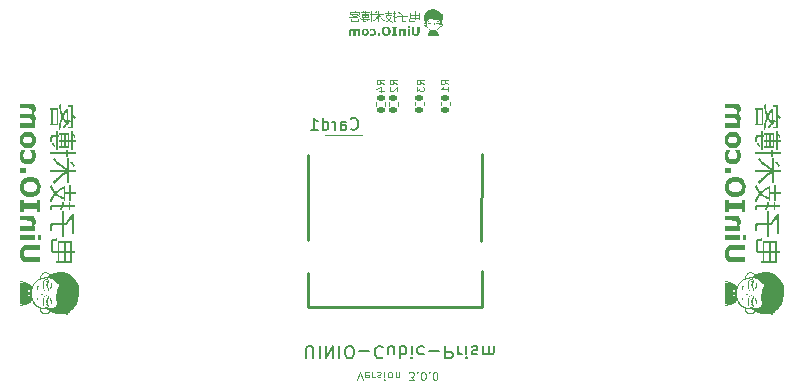
<source format=gbo>
%TF.GenerationSoftware,KiCad,Pcbnew,(6.0.11)*%
%TF.CreationDate,2023-01-29T19:30:00+08:00*%
%TF.ProjectId,UINIO-Cubic-Prism,55494e49-4f2d-4437-9562-69632d507269,Version 3.0.0*%
%TF.SameCoordinates,PX8dfe190PY501e410*%
%TF.FileFunction,Legend,Bot*%
%TF.FilePolarity,Positive*%
%FSLAX46Y46*%
G04 Gerber Fmt 4.6, Leading zero omitted, Abs format (unit mm)*
G04 Created by KiCad (PCBNEW (6.0.11)) date 2023-01-29 19:30:00*
%MOMM*%
%LPD*%
G01*
G04 APERTURE LIST*
G04 Aperture macros list*
%AMRoundRect*
0 Rectangle with rounded corners*
0 $1 Rounding radius*
0 $2 $3 $4 $5 $6 $7 $8 $9 X,Y pos of 4 corners*
0 Add a 4 corners polygon primitive as box body*
4,1,4,$2,$3,$4,$5,$6,$7,$8,$9,$2,$3,0*
0 Add four circle primitives for the rounded corners*
1,1,$1+$1,$2,$3*
1,1,$1+$1,$4,$5*
1,1,$1+$1,$6,$7*
1,1,$1+$1,$8,$9*
0 Add four rect primitives between the rounded corners*
20,1,$1+$1,$2,$3,$4,$5,0*
20,1,$1+$1,$4,$5,$6,$7,0*
20,1,$1+$1,$6,$7,$8,$9,0*
20,1,$1+$1,$8,$9,$2,$3,0*%
G04 Aperture macros list end*
%ADD10C,0.100000*%
%ADD11C,0.200000*%
%ADD12C,0.300000*%
%ADD13C,0.150000*%
%ADD14C,0.120000*%
%ADD15C,0.254000*%
%ADD16C,0.102000*%
%ADD17C,0.610000*%
%ADD18C,0.650000*%
%ADD19O,1.000000X2.100000*%
%ADD20O,1.000000X1.900000*%
%ADD21RoundRect,0.135000X-0.185000X0.135000X-0.185000X-0.135000X0.185000X-0.135000X0.185000X0.135000X0*%
%ADD22C,1.000000*%
%ADD23R,0.700000X1.600000*%
%ADD24R,1.200000X1.500000*%
%ADD25R,1.200000X2.200000*%
%ADD26R,1.600000X1.500000*%
G04 APERTURE END LIST*
D10*
X-3233334Y-33603333D02*
X-3000000Y-32903333D01*
X-2766667Y-33603333D01*
X-2266667Y-32936666D02*
X-2333334Y-32903333D01*
X-2466667Y-32903333D01*
X-2533334Y-32936666D01*
X-2566667Y-33003333D01*
X-2566667Y-33270000D01*
X-2533334Y-33336666D01*
X-2466667Y-33370000D01*
X-2333334Y-33370000D01*
X-2266667Y-33336666D01*
X-2233334Y-33270000D01*
X-2233334Y-33203333D01*
X-2566667Y-33136666D01*
X-1933334Y-32903333D02*
X-1933334Y-33370000D01*
X-1933334Y-33236666D02*
X-1900000Y-33303333D01*
X-1866667Y-33336666D01*
X-1800000Y-33370000D01*
X-1733334Y-33370000D01*
X-1533334Y-32936666D02*
X-1466667Y-32903333D01*
X-1333334Y-32903333D01*
X-1266667Y-32936666D01*
X-1233334Y-33003333D01*
X-1233334Y-33036666D01*
X-1266667Y-33103333D01*
X-1333334Y-33136666D01*
X-1433334Y-33136666D01*
X-1500000Y-33170000D01*
X-1533334Y-33236666D01*
X-1533334Y-33270000D01*
X-1500000Y-33336666D01*
X-1433334Y-33370000D01*
X-1333334Y-33370000D01*
X-1266667Y-33336666D01*
X-933334Y-32903333D02*
X-933334Y-33370000D01*
X-933334Y-33603333D02*
X-966667Y-33570000D01*
X-933334Y-33536666D01*
X-900000Y-33570000D01*
X-933334Y-33603333D01*
X-933334Y-33536666D01*
X-500000Y-32903333D02*
X-566667Y-32936666D01*
X-600000Y-32970000D01*
X-633334Y-33036666D01*
X-633334Y-33236666D01*
X-600000Y-33303333D01*
X-566667Y-33336666D01*
X-500000Y-33370000D01*
X-400000Y-33370000D01*
X-333334Y-33336666D01*
X-300000Y-33303333D01*
X-266667Y-33236666D01*
X-266667Y-33036666D01*
X-300000Y-32970000D01*
X-333334Y-32936666D01*
X-400000Y-32903333D01*
X-500000Y-32903333D01*
X33333Y-33370000D02*
X33333Y-32903333D01*
X33333Y-33303333D02*
X66666Y-33336666D01*
X133333Y-33370000D01*
X233333Y-33370000D01*
X300000Y-33336666D01*
X333333Y-33270000D01*
X333333Y-32903333D01*
X1133333Y-33603333D02*
X1566666Y-33603333D01*
X1333333Y-33336666D01*
X1433333Y-33336666D01*
X1500000Y-33303333D01*
X1533333Y-33270000D01*
X1566666Y-33203333D01*
X1566666Y-33036666D01*
X1533333Y-32970000D01*
X1500000Y-32936666D01*
X1433333Y-32903333D01*
X1233333Y-32903333D01*
X1166666Y-32936666D01*
X1133333Y-32970000D01*
X1866666Y-32970000D02*
X1900000Y-32936666D01*
X1866666Y-32903333D01*
X1833333Y-32936666D01*
X1866666Y-32970000D01*
X1866666Y-32903333D01*
X2333333Y-33603333D02*
X2400000Y-33603333D01*
X2466666Y-33570000D01*
X2500000Y-33536666D01*
X2533333Y-33470000D01*
X2566666Y-33336666D01*
X2566666Y-33170000D01*
X2533333Y-33036666D01*
X2500000Y-32970000D01*
X2466666Y-32936666D01*
X2400000Y-32903333D01*
X2333333Y-32903333D01*
X2266666Y-32936666D01*
X2233333Y-32970000D01*
X2200000Y-33036666D01*
X2166666Y-33170000D01*
X2166666Y-33336666D01*
X2200000Y-33470000D01*
X2233333Y-33536666D01*
X2266666Y-33570000D01*
X2333333Y-33603333D01*
X2866666Y-32970000D02*
X2900000Y-32936666D01*
X2866666Y-32903333D01*
X2833333Y-32936666D01*
X2866666Y-32970000D01*
X2866666Y-32903333D01*
X3333333Y-33603333D02*
X3400000Y-33603333D01*
X3466666Y-33570000D01*
X3500000Y-33536666D01*
X3533333Y-33470000D01*
X3566666Y-33336666D01*
X3566666Y-33170000D01*
X3533333Y-33036666D01*
X3500000Y-32970000D01*
X3466666Y-32936666D01*
X3400000Y-32903333D01*
X3333333Y-32903333D01*
X3266666Y-32936666D01*
X3233333Y-32970000D01*
X3200000Y-33036666D01*
X3166666Y-33170000D01*
X3166666Y-33336666D01*
X3200000Y-33470000D01*
X3233333Y-33536666D01*
X3266666Y-33570000D01*
X3333333Y-33603333D01*
D11*
X-7561905Y-31737619D02*
X-7561905Y-30928095D01*
X-7509524Y-30832857D01*
X-7457143Y-30785238D01*
X-7352381Y-30737619D01*
X-7142858Y-30737619D01*
X-7038096Y-30785238D01*
X-6985715Y-30832857D01*
X-6933334Y-30928095D01*
X-6933334Y-31737619D01*
X-6409524Y-30737619D02*
X-6409524Y-31737619D01*
X-5885715Y-30737619D02*
X-5885715Y-31737619D01*
X-5257143Y-30737619D01*
X-5257143Y-31737619D01*
X-4733334Y-30737619D02*
X-4733334Y-31737619D01*
X-4000000Y-31737619D02*
X-3790477Y-31737619D01*
X-3685715Y-31690000D01*
X-3580953Y-31594761D01*
X-3528572Y-31404285D01*
X-3528572Y-31070952D01*
X-3580953Y-30880476D01*
X-3685715Y-30785238D01*
X-3790477Y-30737619D01*
X-4000000Y-30737619D01*
X-4104762Y-30785238D01*
X-4209524Y-30880476D01*
X-4261905Y-31070952D01*
X-4261905Y-31404285D01*
X-4209524Y-31594761D01*
X-4104762Y-31690000D01*
X-4000000Y-31737619D01*
X-3057143Y-31118571D02*
X-2219048Y-31118571D01*
X-1066667Y-30832857D02*
X-1119048Y-30785238D01*
X-1276191Y-30737619D01*
X-1380953Y-30737619D01*
X-1538096Y-30785238D01*
X-1642858Y-30880476D01*
X-1695239Y-30975714D01*
X-1747620Y-31166190D01*
X-1747620Y-31309047D01*
X-1695239Y-31499523D01*
X-1642858Y-31594761D01*
X-1538096Y-31690000D01*
X-1380953Y-31737619D01*
X-1276191Y-31737619D01*
X-1119048Y-31690000D01*
X-1066667Y-31642380D01*
X-123810Y-31404285D02*
X-123810Y-30737619D01*
X-595239Y-31404285D02*
X-595239Y-30880476D01*
X-542858Y-30785238D01*
X-438096Y-30737619D01*
X-280953Y-30737619D01*
X-176191Y-30785238D01*
X-123810Y-30832857D01*
X400000Y-30737619D02*
X400000Y-31737619D01*
X400000Y-31356666D02*
X504761Y-31404285D01*
X714285Y-31404285D01*
X819047Y-31356666D01*
X871428Y-31309047D01*
X923809Y-31213809D01*
X923809Y-30928095D01*
X871428Y-30832857D01*
X819047Y-30785238D01*
X714285Y-30737619D01*
X504761Y-30737619D01*
X400000Y-30785238D01*
X1395238Y-30737619D02*
X1395238Y-31404285D01*
X1395238Y-31737619D02*
X1342857Y-31690000D01*
X1395238Y-31642380D01*
X1447619Y-31690000D01*
X1395238Y-31737619D01*
X1395238Y-31642380D01*
X2390476Y-30785238D02*
X2285714Y-30737619D01*
X2076190Y-30737619D01*
X1971428Y-30785238D01*
X1919047Y-30832857D01*
X1866666Y-30928095D01*
X1866666Y-31213809D01*
X1919047Y-31309047D01*
X1971428Y-31356666D01*
X2076190Y-31404285D01*
X2285714Y-31404285D01*
X2390476Y-31356666D01*
X2861904Y-31118571D02*
X3700000Y-31118571D01*
X4223809Y-30737619D02*
X4223809Y-31737619D01*
X4642857Y-31737619D01*
X4747619Y-31690000D01*
X4800000Y-31642380D01*
X4852380Y-31547142D01*
X4852380Y-31404285D01*
X4800000Y-31309047D01*
X4747619Y-31261428D01*
X4642857Y-31213809D01*
X4223809Y-31213809D01*
X5323809Y-30737619D02*
X5323809Y-31404285D01*
X5323809Y-31213809D02*
X5376190Y-31309047D01*
X5428571Y-31356666D01*
X5533333Y-31404285D01*
X5638095Y-31404285D01*
X6004761Y-30737619D02*
X6004761Y-31404285D01*
X6004761Y-31737619D02*
X5952380Y-31690000D01*
X6004761Y-31642380D01*
X6057142Y-31690000D01*
X6004761Y-31737619D01*
X6004761Y-31642380D01*
X6476190Y-30785238D02*
X6580952Y-30737619D01*
X6790476Y-30737619D01*
X6895238Y-30785238D01*
X6947619Y-30880476D01*
X6947619Y-30928095D01*
X6895238Y-31023333D01*
X6790476Y-31070952D01*
X6633333Y-31070952D01*
X6528571Y-31118571D01*
X6476190Y-31213809D01*
X6476190Y-31261428D01*
X6528571Y-31356666D01*
X6633333Y-31404285D01*
X6790476Y-31404285D01*
X6895238Y-31356666D01*
X7419047Y-30737619D02*
X7419047Y-31404285D01*
X7419047Y-31309047D02*
X7471428Y-31356666D01*
X7576190Y-31404285D01*
X7733333Y-31404285D01*
X7838095Y-31356666D01*
X7890476Y-31261428D01*
X7890476Y-30737619D01*
X7890476Y-31261428D02*
X7942857Y-31356666D01*
X8047619Y-31404285D01*
X8204761Y-31404285D01*
X8309523Y-31356666D01*
X8361904Y-31261428D01*
X8361904Y-30737619D01*
D10*
%TO.C,R1*%
X4471428Y-8570000D02*
X4185714Y-8370000D01*
X4471428Y-8227142D02*
X3871428Y-8227142D01*
X3871428Y-8455714D01*
X3900000Y-8512857D01*
X3928571Y-8541428D01*
X3985714Y-8570000D01*
X4071428Y-8570000D01*
X4128571Y-8541428D01*
X4157142Y-8512857D01*
X4185714Y-8455714D01*
X4185714Y-8227142D01*
X4471428Y-9141428D02*
X4471428Y-8798571D01*
X4471428Y-8970000D02*
X3871428Y-8970000D01*
X3957142Y-8912857D01*
X4014285Y-8855714D01*
X4042857Y-8798571D01*
%TO.C,R4*%
X-978572Y-8570000D02*
X-1264286Y-8370000D01*
X-978572Y-8227142D02*
X-1578572Y-8227142D01*
X-1578572Y-8455714D01*
X-1550000Y-8512857D01*
X-1521429Y-8541428D01*
X-1464286Y-8570000D01*
X-1378572Y-8570000D01*
X-1321429Y-8541428D01*
X-1292858Y-8512857D01*
X-1264286Y-8455714D01*
X-1264286Y-8227142D01*
X-1378572Y-9084285D02*
X-978572Y-9084285D01*
X-1607143Y-8941428D02*
X-1178572Y-8798571D01*
X-1178572Y-9170000D01*
%TO.C,R3*%
X2411428Y-8570000D02*
X2125714Y-8370000D01*
X2411428Y-8227142D02*
X1811428Y-8227142D01*
X1811428Y-8455714D01*
X1840000Y-8512857D01*
X1868571Y-8541428D01*
X1925714Y-8570000D01*
X2011428Y-8570000D01*
X2068571Y-8541428D01*
X2097142Y-8512857D01*
X2125714Y-8455714D01*
X2125714Y-8227142D01*
X1811428Y-8770000D02*
X1811428Y-9141428D01*
X2040000Y-8941428D01*
X2040000Y-9027142D01*
X2068571Y-9084285D01*
X2097142Y-9112857D01*
X2154285Y-9141428D01*
X2297142Y-9141428D01*
X2354285Y-9112857D01*
X2382857Y-9084285D01*
X2411428Y-9027142D01*
X2411428Y-8855714D01*
X2382857Y-8798571D01*
X2354285Y-8770000D01*
%TO.C,R2*%
X121428Y-8570000D02*
X-164286Y-8370000D01*
X121428Y-8227142D02*
X-478572Y-8227142D01*
X-478572Y-8455714D01*
X-450000Y-8512857D01*
X-421429Y-8541428D01*
X-364286Y-8570000D01*
X-278572Y-8570000D01*
X-221429Y-8541428D01*
X-192858Y-8512857D01*
X-164286Y-8455714D01*
X-164286Y-8227142D01*
X-421429Y-8798571D02*
X-450000Y-8827142D01*
X-478572Y-8884285D01*
X-478572Y-9027142D01*
X-450000Y-9084285D01*
X-421429Y-9112857D01*
X-364286Y-9141428D01*
X-307143Y-9141428D01*
X-221429Y-9112857D01*
X121428Y-8770000D01*
X121428Y-9141428D01*
D12*
%TO.C,*%
D13*
%TO.C,Card1*%
X-3767024Y-12307142D02*
X-3719405Y-12354761D01*
X-3576548Y-12402380D01*
X-3481310Y-12402380D01*
X-3338453Y-12354761D01*
X-3243215Y-12259523D01*
X-3195596Y-12164285D01*
X-3147977Y-11973809D01*
X-3147977Y-11830952D01*
X-3195596Y-11640476D01*
X-3243215Y-11545238D01*
X-3338453Y-11450000D01*
X-3481310Y-11402380D01*
X-3576548Y-11402380D01*
X-3719405Y-11450000D01*
X-3767024Y-11497619D01*
X-4624167Y-12402380D02*
X-4624167Y-11878571D01*
X-4576548Y-11783333D01*
X-4481310Y-11735714D01*
X-4290834Y-11735714D01*
X-4195596Y-11783333D01*
X-4624167Y-12354761D02*
X-4528929Y-12402380D01*
X-4290834Y-12402380D01*
X-4195596Y-12354761D01*
X-4147977Y-12259523D01*
X-4147977Y-12164285D01*
X-4195596Y-12069047D01*
X-4290834Y-12021428D01*
X-4528929Y-12021428D01*
X-4624167Y-11973809D01*
X-5100358Y-12402380D02*
X-5100358Y-11735714D01*
X-5100358Y-11926190D02*
X-5147977Y-11830952D01*
X-5195596Y-11783333D01*
X-5290834Y-11735714D01*
X-5386072Y-11735714D01*
X-6147977Y-12402380D02*
X-6147977Y-11402380D01*
X-6147977Y-12354761D02*
X-6052739Y-12402380D01*
X-5862262Y-12402380D01*
X-5767024Y-12354761D01*
X-5719405Y-12307142D01*
X-5671786Y-12211904D01*
X-5671786Y-11926190D01*
X-5719405Y-11830952D01*
X-5767024Y-11783333D01*
X-5862262Y-11735714D01*
X-6052739Y-11735714D01*
X-6147977Y-11783333D01*
X-7147977Y-12402380D02*
X-6576548Y-12402380D01*
X-6862262Y-12402380D02*
X-6862262Y-11402380D01*
X-6767024Y-11545238D01*
X-6671786Y-11640476D01*
X-6576548Y-11688095D01*
D14*
%TO.C,R1*%
X3850000Y-10036359D02*
X3850000Y-10343641D01*
X4610000Y-10036359D02*
X4610000Y-10343641D01*
%TO.C,R4*%
X-870000Y-10076359D02*
X-870000Y-10383641D01*
X-1630000Y-10076359D02*
X-1630000Y-10383641D01*
%TO.C,R3*%
X2410000Y-10036359D02*
X2410000Y-10343641D01*
X1650000Y-10036359D02*
X1650000Y-10343641D01*
%TO.C,R2*%
X-540000Y-10076359D02*
X-540000Y-10383641D01*
X220000Y-10076359D02*
X220000Y-10383641D01*
%TO.C,*%
G36*
X-31443835Y-18651086D02*
G01*
X-30369958Y-18651086D01*
X-30369958Y-18379791D01*
X-30064751Y-18379791D01*
X-30064751Y-19351932D01*
X-30369958Y-19351932D01*
X-30369958Y-19080637D01*
X-31443835Y-19080637D01*
X-31443835Y-19351932D01*
X-31749041Y-19351932D01*
X-31749041Y-18379791D01*
X-31443835Y-18379791D01*
X-31443835Y-18651086D01*
G37*
G36*
X-31271449Y-10198789D02*
G01*
X-31235606Y-10199203D01*
X-31117874Y-10200700D01*
X-31019766Y-10202343D01*
X-30938938Y-10204363D01*
X-30873045Y-10206991D01*
X-30819743Y-10210460D01*
X-30776688Y-10215001D01*
X-30741536Y-10220846D01*
X-30711943Y-10228227D01*
X-30685565Y-10237375D01*
X-30660057Y-10248522D01*
X-30633076Y-10261900D01*
X-30586325Y-10291336D01*
X-30527245Y-10349273D01*
X-30482411Y-10420965D01*
X-30453266Y-10503115D01*
X-30441252Y-10592425D01*
X-30447811Y-10685596D01*
X-30455002Y-10717135D01*
X-30479161Y-10786616D01*
X-30514360Y-10862666D01*
X-30557508Y-10938941D01*
X-30605514Y-11009099D01*
X-30660984Y-11082064D01*
X-30613709Y-11112045D01*
X-30584847Y-11132713D01*
X-30525993Y-11193435D01*
X-30481412Y-11267853D01*
X-30452574Y-11352211D01*
X-30440949Y-11442751D01*
X-30448007Y-11535714D01*
X-30449689Y-11544227D01*
X-30469082Y-11609481D01*
X-30499644Y-11681858D01*
X-30537574Y-11753244D01*
X-30579072Y-11815526D01*
X-30619681Y-11868710D01*
X-30482998Y-11868710D01*
X-30482998Y-12275652D01*
X-31749041Y-12275652D01*
X-31749041Y-11868710D01*
X-30836767Y-11868710D01*
X-30801182Y-11791506D01*
X-30786298Y-11755288D01*
X-30767150Y-11680933D01*
X-30764427Y-11612130D01*
X-30777687Y-11551794D01*
X-30806485Y-11502844D01*
X-30850377Y-11468195D01*
X-30851278Y-11467730D01*
X-30863902Y-11461788D01*
X-30877895Y-11456936D01*
X-30895617Y-11453042D01*
X-30919429Y-11449969D01*
X-30951689Y-11447584D01*
X-30994758Y-11445751D01*
X-31050996Y-11444336D01*
X-31122762Y-11443205D01*
X-31212415Y-11442221D01*
X-31322317Y-11441251D01*
X-31749041Y-11437691D01*
X-31749041Y-11032217D01*
X-30835083Y-11032217D01*
X-30803194Y-10967219D01*
X-30784806Y-10923924D01*
X-30773022Y-10876010D01*
X-30767877Y-10817441D01*
X-30767632Y-10810541D01*
X-30770256Y-10744412D01*
X-30783827Y-10694908D01*
X-30809986Y-10658316D01*
X-30850377Y-10630926D01*
X-30862086Y-10625541D01*
X-30876263Y-10620680D01*
X-30894176Y-10616761D01*
X-30918183Y-10613652D01*
X-30950644Y-10611221D01*
X-30993917Y-10609338D01*
X-31050362Y-10607871D01*
X-31122338Y-10606689D01*
X-31212203Y-10605660D01*
X-31322317Y-10604653D01*
X-31749041Y-10600988D01*
X-31749041Y-10193336D01*
X-31271449Y-10198789D01*
G37*
G36*
X-31703826Y-27202533D02*
G01*
X-31709478Y-27208185D01*
X-31715130Y-27202533D01*
X-31709478Y-27196881D01*
X-31703826Y-27202533D01*
G37*
G36*
X-30982607Y-26062241D02*
G01*
X-30983954Y-26079908D01*
X-30988023Y-26085140D01*
X-30990784Y-26073079D01*
X-30989984Y-26061613D01*
X-30984847Y-26058242D01*
X-30982607Y-26062241D01*
G37*
G36*
X-30980372Y-25913881D02*
G01*
X-30986024Y-25919533D01*
X-30991676Y-25913881D01*
X-30986024Y-25908229D01*
X-30980372Y-25913881D01*
G37*
G36*
X-30201229Y-25631044D02*
G01*
X-30186800Y-25640117D01*
X-30183443Y-25659542D01*
X-30183448Y-25660589D01*
X-30189702Y-25682837D01*
X-30211703Y-25691711D01*
X-30232069Y-25696422D01*
X-30252660Y-25706036D01*
X-30259169Y-25714261D01*
X-30271172Y-25746282D01*
X-30281680Y-25796713D01*
X-30290579Y-25862780D01*
X-30297755Y-25941707D01*
X-30303095Y-26030718D01*
X-30306484Y-26127040D01*
X-30307809Y-26227897D01*
X-30306957Y-26330514D01*
X-30303812Y-26432116D01*
X-30298262Y-26529928D01*
X-30290192Y-26621175D01*
X-30282883Y-26680002D01*
X-30273305Y-26730843D01*
X-30261585Y-26764864D01*
X-30246588Y-26785191D01*
X-30227181Y-26794951D01*
X-30226906Y-26795020D01*
X-30205854Y-26806040D01*
X-30202491Y-26827076D01*
X-30204943Y-26837350D01*
X-30217041Y-26849104D01*
X-30244395Y-26852110D01*
X-30252496Y-26851835D01*
X-30277582Y-26845896D01*
X-30297997Y-26830543D01*
X-30314527Y-26803577D01*
X-30327957Y-26762798D01*
X-30339073Y-26706008D01*
X-30348662Y-26631008D01*
X-30357508Y-26535599D01*
X-30359856Y-26504154D01*
X-30365068Y-26396542D01*
X-30367102Y-26279721D01*
X-30366109Y-26158973D01*
X-30362240Y-26039583D01*
X-30355645Y-25926835D01*
X-30346476Y-25826013D01*
X-30334882Y-25742400D01*
X-30322138Y-25692478D01*
X-30299526Y-25652800D01*
X-30267179Y-25631787D01*
X-30223609Y-25627906D01*
X-30201229Y-25631044D01*
G37*
G36*
X-30982787Y-26026694D02*
G01*
X-30984140Y-26040109D01*
X-30987540Y-26041877D01*
X-30991676Y-26032573D01*
X-30990860Y-26026588D01*
X-30984140Y-26025037D01*
X-30982787Y-26026694D01*
G37*
G36*
X-30912548Y-26648639D02*
G01*
X-30918200Y-26654291D01*
X-30923852Y-26648639D01*
X-30918200Y-26642987D01*
X-30912548Y-26648639D01*
G37*
G36*
X-31696290Y-25301583D02*
G01*
X-31694521Y-25304983D01*
X-31703826Y-25309119D01*
X-31709810Y-25308303D01*
X-31711362Y-25301583D01*
X-31709705Y-25300230D01*
X-31696290Y-25301583D01*
G37*
G36*
X-30495189Y-26069246D02*
G01*
X-30489699Y-26076589D01*
X-30486083Y-26093271D01*
X-30483769Y-26122607D01*
X-30482186Y-26167914D01*
X-30480761Y-26232509D01*
X-30480274Y-26258999D01*
X-30479609Y-26316324D01*
X-30479582Y-26364203D01*
X-30480177Y-26398250D01*
X-30481381Y-26414081D01*
X-30486576Y-26421508D01*
X-30505873Y-26428211D01*
X-30517294Y-26426164D01*
X-30532182Y-26414081D01*
X-30532988Y-26410438D01*
X-30534732Y-26387090D01*
X-30535869Y-26347280D01*
X-30536306Y-26295450D01*
X-30535950Y-26236044D01*
X-30535568Y-26207121D01*
X-30534534Y-26151551D01*
X-30532895Y-26113641D01*
X-30530087Y-26089892D01*
X-30525547Y-26076803D01*
X-30518713Y-26070873D01*
X-30509021Y-26068602D01*
X-30503124Y-26067924D01*
X-30495189Y-26069246D01*
G37*
G36*
X-31613394Y-25337379D02*
G01*
X-31619046Y-25343031D01*
X-31624698Y-25337379D01*
X-31619046Y-25331727D01*
X-31613394Y-25337379D01*
G37*
G36*
X-29985624Y-21759676D02*
G01*
X-30290831Y-21759676D01*
X-30290831Y-21330125D01*
X-29985624Y-21330125D01*
X-29985624Y-21759676D01*
G37*
G36*
X-27386724Y-15080550D02*
G01*
X-27366007Y-15102764D01*
X-27337009Y-15136735D01*
X-27302422Y-15179105D01*
X-27264940Y-15226514D01*
X-27227253Y-15275605D01*
X-27192055Y-15323019D01*
X-27162038Y-15365397D01*
X-27109146Y-15442637D01*
X-27161991Y-15492567D01*
X-27188405Y-15516418D01*
X-27211817Y-15535272D01*
X-27224408Y-15542497D01*
X-27225350Y-15542190D01*
X-27237843Y-15530854D01*
X-27260756Y-15505606D01*
X-27291177Y-15469760D01*
X-27326193Y-15426631D01*
X-27364735Y-15378762D01*
X-27405474Y-15329183D01*
X-27441971Y-15285733D01*
X-27469377Y-15254246D01*
X-27494924Y-15224911D01*
X-27513555Y-15201568D01*
X-27520854Y-15189701D01*
X-27520304Y-15187770D01*
X-27508956Y-15173121D01*
X-27486903Y-15150209D01*
X-27459369Y-15123907D01*
X-27431578Y-15099086D01*
X-27408757Y-15080621D01*
X-27396130Y-15073383D01*
X-27386724Y-15080550D01*
G37*
G36*
X-31002980Y-26512991D02*
G01*
X-31008632Y-26518643D01*
X-31014284Y-26512991D01*
X-31008632Y-26507339D01*
X-31002980Y-26512991D01*
G37*
G36*
X-31050611Y-26049301D02*
G01*
X-31051964Y-26062717D01*
X-31055364Y-26064485D01*
X-31059500Y-26055181D01*
X-31058684Y-26049196D01*
X-31051964Y-26047645D01*
X-31050611Y-26049301D01*
G37*
G36*
X-27329193Y-11263544D02*
G01*
X-27299190Y-11218530D01*
X-27289372Y-11203853D01*
X-27273450Y-11180328D01*
X-27265566Y-11169094D01*
X-27256608Y-11172562D01*
X-27234020Y-11187551D01*
X-27201933Y-11211209D01*
X-27164369Y-11240475D01*
X-27125353Y-11272285D01*
X-27088909Y-11303576D01*
X-27042250Y-11344982D01*
X-27071826Y-11394896D01*
X-27091978Y-11429029D01*
X-27112006Y-11459629D01*
X-27128519Y-11473657D01*
X-27146683Y-11472408D01*
X-27171662Y-11457183D01*
X-27208621Y-11429278D01*
X-27226070Y-11415763D01*
X-27252647Y-11394422D01*
X-27274284Y-11377677D01*
X-27291482Y-11367165D01*
X-27304742Y-11364522D01*
X-27314565Y-11371385D01*
X-27321453Y-11389392D01*
X-27325906Y-11420178D01*
X-27328425Y-11465381D01*
X-27329513Y-11526638D01*
X-27329669Y-11605585D01*
X-27329395Y-11703858D01*
X-27329193Y-11823096D01*
X-27329193Y-12298260D01*
X-27747439Y-12298260D01*
X-27747439Y-12140005D01*
X-27476144Y-12140005D01*
X-27476144Y-10478323D01*
X-27747439Y-10478323D01*
X-27747439Y-10320067D01*
X-27329193Y-10320067D01*
X-27329193Y-11263544D01*
G37*
G36*
X-29981102Y-26240364D02*
G01*
X-29966595Y-26255826D01*
X-29960169Y-26269620D01*
X-29943358Y-26294541D01*
X-29939337Y-26299028D01*
X-29927245Y-26307148D01*
X-29910120Y-26306060D01*
X-29880078Y-26295937D01*
X-29870663Y-26292910D01*
X-29827571Y-26284631D01*
X-29772744Y-26279381D01*
X-29714428Y-26277501D01*
X-29660871Y-26279331D01*
X-29620320Y-26285213D01*
X-29598056Y-26295236D01*
X-29592177Y-26312750D01*
X-29596075Y-26320654D01*
X-29607729Y-26327089D01*
X-29630723Y-26331776D01*
X-29668812Y-26335447D01*
X-29725750Y-26338836D01*
X-29771448Y-26341978D01*
X-29823644Y-26347483D01*
X-29865773Y-26354032D01*
X-29891569Y-26360796D01*
X-29902011Y-26364679D01*
X-29942346Y-26367493D01*
X-29977098Y-26348460D01*
X-30006410Y-26307515D01*
X-30011242Y-26297426D01*
X-30021330Y-26268935D01*
X-30022671Y-26250518D01*
X-30020009Y-26245709D01*
X-30002515Y-26236651D01*
X-29981102Y-26240364D01*
G37*
G36*
X-30982607Y-26107457D02*
G01*
X-30983954Y-26125124D01*
X-30988023Y-26130356D01*
X-30990784Y-26118294D01*
X-30989984Y-26106829D01*
X-30984847Y-26103458D01*
X-30982607Y-26107457D01*
G37*
G36*
X-30482998Y-21748372D02*
G01*
X-31749041Y-21748372D01*
X-31749041Y-21341429D01*
X-30482998Y-21341429D01*
X-30482998Y-21748372D01*
G37*
G36*
X-27193851Y-12757761D02*
G01*
X-27186452Y-12769947D01*
X-27172120Y-12798592D01*
X-27153693Y-12837984D01*
X-27133468Y-12882928D01*
X-27113741Y-12928227D01*
X-27096807Y-12968685D01*
X-27084964Y-12999105D01*
X-27080506Y-13014292D01*
X-27083407Y-13020606D01*
X-27100754Y-13037450D01*
X-27128547Y-13056811D01*
X-27176589Y-13086001D01*
X-27239998Y-12960599D01*
X-27241449Y-12957728D01*
X-27265699Y-12908927D01*
X-27285736Y-12867158D01*
X-27299517Y-12836778D01*
X-27304996Y-12822143D01*
X-27302824Y-12815948D01*
X-27286788Y-12800338D01*
X-27260984Y-12782724D01*
X-27232302Y-12767097D01*
X-27207628Y-12757445D01*
X-27193851Y-12757761D01*
G37*
G36*
X-30871524Y-18107656D02*
G01*
X-30964964Y-18106232D01*
X-31056402Y-18100182D01*
X-31139087Y-18089726D01*
X-31206267Y-18075084D01*
X-31216505Y-18072031D01*
X-31340880Y-18022857D01*
X-31452249Y-17955923D01*
X-31549341Y-17872738D01*
X-31630883Y-17774810D01*
X-31695602Y-17663647D01*
X-31742225Y-17540758D01*
X-31769480Y-17407651D01*
X-31777717Y-17329333D01*
X-31780895Y-17258114D01*
X-31780443Y-17245050D01*
X-31466013Y-17245050D01*
X-31457752Y-17331082D01*
X-31433443Y-17411710D01*
X-31393855Y-17480967D01*
X-31365151Y-17514132D01*
X-31293574Y-17571991D01*
X-31205709Y-17616546D01*
X-31103307Y-17647191D01*
X-30988121Y-17663324D01*
X-30861902Y-17664341D01*
X-30834794Y-17662648D01*
X-30711638Y-17646101D01*
X-30606205Y-17616013D01*
X-30518637Y-17572493D01*
X-30449080Y-17515656D01*
X-30397677Y-17445611D01*
X-30364574Y-17362472D01*
X-30349912Y-17266351D01*
X-30348749Y-17237596D01*
X-30349825Y-17190798D01*
X-30356602Y-17151290D01*
X-30370389Y-17109013D01*
X-30370939Y-17107563D01*
X-30412230Y-17028972D01*
X-30471750Y-16962510D01*
X-30550082Y-16907662D01*
X-30647809Y-16863914D01*
X-30657864Y-16860616D01*
X-30713081Y-16848249D01*
X-30782788Y-16839126D01*
X-30860543Y-16833578D01*
X-30939903Y-16831939D01*
X-31014425Y-16834542D01*
X-31077665Y-16841719D01*
X-31087348Y-16843474D01*
X-31184212Y-16870730D01*
X-31271049Y-16912758D01*
X-31344938Y-16967437D01*
X-31402955Y-17032646D01*
X-31442179Y-17106265D01*
X-31457455Y-17159581D01*
X-31466013Y-17245050D01*
X-31780443Y-17245050D01*
X-31778469Y-17187933D01*
X-31770474Y-17108096D01*
X-31759987Y-17039872D01*
X-31724713Y-16905058D01*
X-31672105Y-16784460D01*
X-31602564Y-16678540D01*
X-31516492Y-16587757D01*
X-31414290Y-16512573D01*
X-31296359Y-16453447D01*
X-31163099Y-16410840D01*
X-31146291Y-16407020D01*
X-31053454Y-16392856D01*
X-30949097Y-16386224D01*
X-30841349Y-16387115D01*
X-30738342Y-16395521D01*
X-30648207Y-16411431D01*
X-30626970Y-16416838D01*
X-30497837Y-16461780D01*
X-30382796Y-16523589D01*
X-30282768Y-16601432D01*
X-30198676Y-16694478D01*
X-30131440Y-16801893D01*
X-30081984Y-16922845D01*
X-30062616Y-16994129D01*
X-30041312Y-17124001D01*
X-30035339Y-17257700D01*
X-30044295Y-17390807D01*
X-30067777Y-17518902D01*
X-30105381Y-17637567D01*
X-30156706Y-17742382D01*
X-30164163Y-17754465D01*
X-30238034Y-17850570D01*
X-30329124Y-17933741D01*
X-30435380Y-18002620D01*
X-30554747Y-18055847D01*
X-30685171Y-18092063D01*
X-30705652Y-18095746D01*
X-30782837Y-18104234D01*
X-30861902Y-18107285D01*
X-30871524Y-18107656D01*
G37*
G36*
X-27861485Y-12043008D02*
G01*
X-27923762Y-12115427D01*
X-27975809Y-12181353D01*
X-28061200Y-12296177D01*
X-28113443Y-12243137D01*
X-28139007Y-12215986D01*
X-28158306Y-12193044D01*
X-28165686Y-12180805D01*
X-28163886Y-12175987D01*
X-28150698Y-12155337D01*
X-28127125Y-12122996D01*
X-28096045Y-12082606D01*
X-28060339Y-12037809D01*
X-28022885Y-11992246D01*
X-27986565Y-11949561D01*
X-27954256Y-11913394D01*
X-27891189Y-11845274D01*
X-27981490Y-11752430D01*
X-28006987Y-11725293D01*
X-28052277Y-11673442D01*
X-28094395Y-11621212D01*
X-28126743Y-11576588D01*
X-28181696Y-11493590D01*
X-28202349Y-11553981D01*
X-28214395Y-11591167D01*
X-28240481Y-11683717D01*
X-28266754Y-11791717D01*
X-28292212Y-11910355D01*
X-28315857Y-12034821D01*
X-28336687Y-12160306D01*
X-28353704Y-12281997D01*
X-28373575Y-12440946D01*
X-28449691Y-12395037D01*
X-28476046Y-12378640D01*
X-28505312Y-12357463D01*
X-28519361Y-12341117D01*
X-28521418Y-12326520D01*
X-28518949Y-12312116D01*
X-28513600Y-12278289D01*
X-28506568Y-12232223D01*
X-28498723Y-12179569D01*
X-28469298Y-12003526D01*
X-28404626Y-11713380D01*
X-28321751Y-11435560D01*
X-28278048Y-11306551D01*
X-28109166Y-11306551D01*
X-28103810Y-11324986D01*
X-28087379Y-11358601D01*
X-28062476Y-11402190D01*
X-28031747Y-11451514D01*
X-27997842Y-11502337D01*
X-27963407Y-11550421D01*
X-27931092Y-11591527D01*
X-27908952Y-11618220D01*
X-27883784Y-11648522D01*
X-27863549Y-11670899D01*
X-27847714Y-11683881D01*
X-27835743Y-11686003D01*
X-27827103Y-11675795D01*
X-27821258Y-11651790D01*
X-27817675Y-11612519D01*
X-27815818Y-11556516D01*
X-27815153Y-11482313D01*
X-27815147Y-11388441D01*
X-27815263Y-11273432D01*
X-27815263Y-10846918D01*
X-27855770Y-10885874D01*
X-27863324Y-10893472D01*
X-27899319Y-10936034D01*
X-27940593Y-10992880D01*
X-27983811Y-11058968D01*
X-28025636Y-11129255D01*
X-28062733Y-11198699D01*
X-28072873Y-11219369D01*
X-28091484Y-11259498D01*
X-28104358Y-11290361D01*
X-28109166Y-11306551D01*
X-28278048Y-11306551D01*
X-28276494Y-11301964D01*
X-28317085Y-11179772D01*
X-28332611Y-11131487D01*
X-28388255Y-10925605D01*
X-28432045Y-10703422D01*
X-28464327Y-10463259D01*
X-28469878Y-10413122D01*
X-28473739Y-10369870D01*
X-28472535Y-10339957D01*
X-28464097Y-10318353D01*
X-28446253Y-10300026D01*
X-28416834Y-10279947D01*
X-28373670Y-10253084D01*
X-28304708Y-10209701D01*
X-28297978Y-10392054D01*
X-28294591Y-10464481D01*
X-28271772Y-10709118D01*
X-28231745Y-10941013D01*
X-28230257Y-10947928D01*
X-28216359Y-11012066D01*
X-28205437Y-11055284D01*
X-28195363Y-11078549D01*
X-28184012Y-11082830D01*
X-28169255Y-11069098D01*
X-28148968Y-11038320D01*
X-28121022Y-10991466D01*
X-28074461Y-10918023D01*
X-28020165Y-10840824D01*
X-27963813Y-10767826D01*
X-27909512Y-10704342D01*
X-27861372Y-10655686D01*
X-27839142Y-10636580D01*
X-27814843Y-10621635D01*
X-27787521Y-10615290D01*
X-27747407Y-10613970D01*
X-27679616Y-10613970D01*
X-27679616Y-11122648D01*
X-27679605Y-11163173D01*
X-27679399Y-11281965D01*
X-27678861Y-11380246D01*
X-27677902Y-11459622D01*
X-27676431Y-11521699D01*
X-27674360Y-11568085D01*
X-27671599Y-11600384D01*
X-27668058Y-11620204D01*
X-27663649Y-11629150D01*
X-27658281Y-11628830D01*
X-27651866Y-11620848D01*
X-27647456Y-11615633D01*
X-27628656Y-11598141D01*
X-27601889Y-11575916D01*
X-27558387Y-11541463D01*
X-27524296Y-11618648D01*
X-27490204Y-11695832D01*
X-27565128Y-11752979D01*
X-27595034Y-11777039D01*
X-27655751Y-11831112D01*
X-27723231Y-11896419D01*
X-27793225Y-11968529D01*
X-27835743Y-12014921D01*
X-27861485Y-12043008D01*
G37*
G36*
X-31583250Y-27155433D02*
G01*
X-31581482Y-27158833D01*
X-31590786Y-27162969D01*
X-31596770Y-27162153D01*
X-31598322Y-27155433D01*
X-31596665Y-27154080D01*
X-31583250Y-27155433D01*
G37*
G36*
X-30064751Y-22561318D02*
G01*
X-30661035Y-22564613D01*
X-31257319Y-22567909D01*
X-31321493Y-22597992D01*
X-31369396Y-22626268D01*
X-31415791Y-22672927D01*
X-31446547Y-22733017D01*
X-31462422Y-22808137D01*
X-31464170Y-22899889D01*
X-31460858Y-22940503D01*
X-31444232Y-23019034D01*
X-31413707Y-23080785D01*
X-31367788Y-23127514D01*
X-31304984Y-23160981D01*
X-31223799Y-23182946D01*
X-31196311Y-23185970D01*
X-31146407Y-23188724D01*
X-31076003Y-23191026D01*
X-30986175Y-23192854D01*
X-30878000Y-23194186D01*
X-30752555Y-23195002D01*
X-30610917Y-23195279D01*
X-30064751Y-23195279D01*
X-30064751Y-23624829D01*
X-30632775Y-23624435D01*
X-30736328Y-23624284D01*
X-30860542Y-23623810D01*
X-30965348Y-23622985D01*
X-31052597Y-23621763D01*
X-31124143Y-23620098D01*
X-31181836Y-23617945D01*
X-31227528Y-23615256D01*
X-31263071Y-23611986D01*
X-31290318Y-23608089D01*
X-31291279Y-23607917D01*
X-31401872Y-23577642D01*
X-31499256Y-23529271D01*
X-31582923Y-23463404D01*
X-31652367Y-23380644D01*
X-31707085Y-23281593D01*
X-31746568Y-23166852D01*
X-31770313Y-23037023D01*
X-31771593Y-23025474D01*
X-31779937Y-22858957D01*
X-31768202Y-22702746D01*
X-31736391Y-22556890D01*
X-31719513Y-22504872D01*
X-31688104Y-22431187D01*
X-31648942Y-22367388D01*
X-31597637Y-22305520D01*
X-31563126Y-22270963D01*
X-31498325Y-22220956D01*
X-31424633Y-22183580D01*
X-31335481Y-22155067D01*
X-31322925Y-22151955D01*
X-31302263Y-22147468D01*
X-31279882Y-22143735D01*
X-31253692Y-22140686D01*
X-31221604Y-22138254D01*
X-31181530Y-22136370D01*
X-31131381Y-22134964D01*
X-31069068Y-22133968D01*
X-30992502Y-22133313D01*
X-30899595Y-22132930D01*
X-30788258Y-22132751D01*
X-30656401Y-22132706D01*
X-30064751Y-22132706D01*
X-30064751Y-22561318D01*
G37*
G36*
X-31014284Y-25993009D02*
G01*
X-31019936Y-25998661D01*
X-31025588Y-25993009D01*
X-31019936Y-25987357D01*
X-31014284Y-25993009D01*
G37*
G36*
X-30988578Y-25987817D02*
G01*
X-30980372Y-25999328D01*
X-30981260Y-26003417D01*
X-30991676Y-26004313D01*
X-30995059Y-26001993D01*
X-31002980Y-25992342D01*
X-31002686Y-25991214D01*
X-30991676Y-25987357D01*
X-30988578Y-25987817D01*
G37*
G36*
X-31048196Y-26117352D02*
G01*
X-31053848Y-26123004D01*
X-31059500Y-26117352D01*
X-31053848Y-26111700D01*
X-31048196Y-26117352D01*
G37*
G36*
X-30980372Y-26162568D02*
G01*
X-30982099Y-26171188D01*
X-30991676Y-26173872D01*
X-30995096Y-26171555D01*
X-31002980Y-26162568D01*
X-31002448Y-26160933D01*
X-30991676Y-26151264D01*
X-30985689Y-26150359D01*
X-30980372Y-26162568D01*
G37*
G36*
X-28063950Y-20278857D02*
G01*
X-27908152Y-20278857D01*
X-27638577Y-19911478D01*
X-27369003Y-19544099D01*
X-27193545Y-19544099D01*
X-27193545Y-21262301D01*
X-27351801Y-21262301D01*
X-27351801Y-20550152D01*
X-27351807Y-20521956D01*
X-27351995Y-20398748D01*
X-27352424Y-20282895D01*
X-27353071Y-20176304D01*
X-27353915Y-20080880D01*
X-27354932Y-19998531D01*
X-27356099Y-19931164D01*
X-27357395Y-19880684D01*
X-27358796Y-19848999D01*
X-27360279Y-19838015D01*
X-27366420Y-19844153D01*
X-27384666Y-19866605D01*
X-27413286Y-19903547D01*
X-27450699Y-19952894D01*
X-27495328Y-20012563D01*
X-27545594Y-20080469D01*
X-27599921Y-20154526D01*
X-27831084Y-20471024D01*
X-28063950Y-20471024D01*
X-28063950Y-21499684D01*
X-28222206Y-21499684D01*
X-28222206Y-20471024D01*
X-28584494Y-20471024D01*
X-28603834Y-20471026D01*
X-28707612Y-20471192D01*
X-28791538Y-20471897D01*
X-28857976Y-20473512D01*
X-28909289Y-20476411D01*
X-28947841Y-20480967D01*
X-28975994Y-20487553D01*
X-28996113Y-20496542D01*
X-29010560Y-20508308D01*
X-29021700Y-20523224D01*
X-29031894Y-20541662D01*
X-29036816Y-20552378D01*
X-29042458Y-20571580D01*
X-29045779Y-20597264D01*
X-29047012Y-20633452D01*
X-29046389Y-20684164D01*
X-29044143Y-20753420D01*
X-29042797Y-20786593D01*
X-29039860Y-20845163D01*
X-29036681Y-20894248D01*
X-29033561Y-20929478D01*
X-29030802Y-20946482D01*
X-29029351Y-20952029D01*
X-29032934Y-20957531D01*
X-29047204Y-20958936D01*
X-29076037Y-20956394D01*
X-29123306Y-20950052D01*
X-29144018Y-20947112D01*
X-29185055Y-20941256D01*
X-29214292Y-20937042D01*
X-29226437Y-20935231D01*
X-29226700Y-20934601D01*
X-29227572Y-20918963D01*
X-29227983Y-20884865D01*
X-29227930Y-20835684D01*
X-29227415Y-20774798D01*
X-29226437Y-20705581D01*
X-29226178Y-20690307D01*
X-29224697Y-20615408D01*
X-29222929Y-20558822D01*
X-29220479Y-20516894D01*
X-29216956Y-20485969D01*
X-29211967Y-20462395D01*
X-29205117Y-20442515D01*
X-29196015Y-20422675D01*
X-29175141Y-20387589D01*
X-29125291Y-20336719D01*
X-29058699Y-20300727D01*
X-29058145Y-20300519D01*
X-29039875Y-20296103D01*
X-29009888Y-20292383D01*
X-28966368Y-20289279D01*
X-28907502Y-20286713D01*
X-28831473Y-20284603D01*
X-28736468Y-20282871D01*
X-28620670Y-20281435D01*
X-28222206Y-20277306D01*
X-28222206Y-19306716D01*
X-28063950Y-19306716D01*
X-28063950Y-20278857D01*
G37*
G36*
X-31308187Y-16051175D02*
G01*
X-31749041Y-16051175D01*
X-31749041Y-15644233D01*
X-31308187Y-15644233D01*
X-31308187Y-16051175D01*
G37*
G36*
X-30923852Y-25879969D02*
G01*
X-30929504Y-25885621D01*
X-30935156Y-25879969D01*
X-30929504Y-25874317D01*
X-30923852Y-25879969D01*
G37*
G36*
X-29724972Y-28030851D02*
G01*
X-29809756Y-28000628D01*
X-29881703Y-27959178D01*
X-29958610Y-27894943D01*
X-30016731Y-27818454D01*
X-30056728Y-27728787D01*
X-30079265Y-27625019D01*
X-30083624Y-27591982D01*
X-30088612Y-27562255D01*
X-29985624Y-27562255D01*
X-29985615Y-27608473D01*
X-29984110Y-27627884D01*
X-29970352Y-27680554D01*
X-29945076Y-27738266D01*
X-29911781Y-27793772D01*
X-29873964Y-27839827D01*
X-29861536Y-27851934D01*
X-29812459Y-27891924D01*
X-29761623Y-27918209D01*
X-29702299Y-27933544D01*
X-29627759Y-27940686D01*
X-29600553Y-27941825D01*
X-29556534Y-27942176D01*
X-29523811Y-27938879D01*
X-29494789Y-27930848D01*
X-29461872Y-27916998D01*
X-29420792Y-27894478D01*
X-29376636Y-27863711D01*
X-29336568Y-27830019D01*
X-29305895Y-27797886D01*
X-29289925Y-27771793D01*
X-29289333Y-27758245D01*
X-29300987Y-27733701D01*
X-29329058Y-27699612D01*
X-29349510Y-27676221D01*
X-29360562Y-27661733D01*
X-29368059Y-27651906D01*
X-29375210Y-27637988D01*
X-29375286Y-27637439D01*
X-29387621Y-27631658D01*
X-29418365Y-27627821D01*
X-29463678Y-27626431D01*
X-29487379Y-27625915D01*
X-29521146Y-27625180D01*
X-29615748Y-27619348D01*
X-29715263Y-27609609D01*
X-29810523Y-27596908D01*
X-29892366Y-27582192D01*
X-29985624Y-27562255D01*
X-30088612Y-27562255D01*
X-30089928Y-27554409D01*
X-30096839Y-27531703D01*
X-30106019Y-27519155D01*
X-30119129Y-27512057D01*
X-30125971Y-27509307D01*
X-30169028Y-27488107D01*
X-30222593Y-27457181D01*
X-30280756Y-27420249D01*
X-30337610Y-27381031D01*
X-30387247Y-27343247D01*
X-30411253Y-27323310D01*
X-30475183Y-27264845D01*
X-30532306Y-27202834D01*
X-30586157Y-27132817D01*
X-30640270Y-27050333D01*
X-30698181Y-26950923D01*
X-30762850Y-26834962D01*
X-30793172Y-26896939D01*
X-30807465Y-26922466D01*
X-30837074Y-26964156D01*
X-30867226Y-26996348D01*
X-30871384Y-26999838D01*
X-30886831Y-27010699D01*
X-30924901Y-27037468D01*
X-30997922Y-27078858D01*
X-31088113Y-27122982D01*
X-31193135Y-27168817D01*
X-31310653Y-27215336D01*
X-31438330Y-27261515D01*
X-31573830Y-27306329D01*
X-31597589Y-27313837D01*
X-31652361Y-27331170D01*
X-31698314Y-27345747D01*
X-31731201Y-27356219D01*
X-31746775Y-27361239D01*
X-31755212Y-27358499D01*
X-31758761Y-27340447D01*
X-31758079Y-27303572D01*
X-31754693Y-27240983D01*
X-31675566Y-27213395D01*
X-31671980Y-27212142D01*
X-31631221Y-27197660D01*
X-31598097Y-27185467D01*
X-31579482Y-27178089D01*
X-31564451Y-27172974D01*
X-31535785Y-27167248D01*
X-31517846Y-27164009D01*
X-31503131Y-27158210D01*
X-31502453Y-27153949D01*
X-31514501Y-27145640D01*
X-31536991Y-27138350D01*
X-31562197Y-27134280D01*
X-31582391Y-27135632D01*
X-31597381Y-27138016D01*
X-31596377Y-27128958D01*
X-31595237Y-27124528D01*
X-31604091Y-27119617D01*
X-31629370Y-27118059D01*
X-31674089Y-27119489D01*
X-31760345Y-27123844D01*
X-31760345Y-26634897D01*
X-30969068Y-26634897D01*
X-30968920Y-26635291D01*
X-30958360Y-26643593D01*
X-30936238Y-26657505D01*
X-30919853Y-26666191D01*
X-30886831Y-26676358D01*
X-30864338Y-26672343D01*
X-30856029Y-26654291D01*
X-30856270Y-26649061D01*
X-30861740Y-26637925D01*
X-30864705Y-26637039D01*
X-30878648Y-26632873D01*
X-30895592Y-26632278D01*
X-30912548Y-26631683D01*
X-30932879Y-26631899D01*
X-30955175Y-26632897D01*
X-30958893Y-26633063D01*
X-30969068Y-26634897D01*
X-31760345Y-26634897D01*
X-31760345Y-26594332D01*
X-31011655Y-26594332D01*
X-30992419Y-26608677D01*
X-30986496Y-26611651D01*
X-30955175Y-26620453D01*
X-30932553Y-26615579D01*
X-30923852Y-26597852D01*
X-30926573Y-26584405D01*
X-30939639Y-26577690D01*
X-30969068Y-26577097D01*
X-30984294Y-26578118D01*
X-31008856Y-26584022D01*
X-31011655Y-26594332D01*
X-31760345Y-26594332D01*
X-31760345Y-26474782D01*
X-31085074Y-26474782D01*
X-31080834Y-26487557D01*
X-31069757Y-26499251D01*
X-31044808Y-26508650D01*
X-31041515Y-26508843D01*
X-31029585Y-26510990D01*
X-31039341Y-26515059D01*
X-31043613Y-26516311D01*
X-31052705Y-26524484D01*
X-31045100Y-26542007D01*
X-31033265Y-26554351D01*
X-31010572Y-26561804D01*
X-30972001Y-26563859D01*
X-30944913Y-26564224D01*
X-30923167Y-26567257D01*
X-30914261Y-26575660D01*
X-30912548Y-26592119D01*
X-30909230Y-26610552D01*
X-30895592Y-26620379D01*
X-30886822Y-26619007D01*
X-30879248Y-26605558D01*
X-30889115Y-26577835D01*
X-30894805Y-26566160D01*
X-30906186Y-26537202D01*
X-30909483Y-26529604D01*
X-30923570Y-26520364D01*
X-30952227Y-26520802D01*
X-30953835Y-26520982D01*
X-30981562Y-26520671D01*
X-30991676Y-26512679D01*
X-30982985Y-26504914D01*
X-30957764Y-26504928D01*
X-30942555Y-26506531D01*
X-30927438Y-26502422D01*
X-30923852Y-26486014D01*
X-30923855Y-26485453D01*
X-30930161Y-26467222D01*
X-30952112Y-26462123D01*
X-30970749Y-26465635D01*
X-30980545Y-26476253D01*
X-30982231Y-26484078D01*
X-30990144Y-26475520D01*
X-30990325Y-26475241D01*
X-31009512Y-26465437D01*
X-31019107Y-26465114D01*
X-31045778Y-26464216D01*
X-31048938Y-26464465D01*
X-31075917Y-26468066D01*
X-31085074Y-26474782D01*
X-31760345Y-26474782D01*
X-31760345Y-26431037D01*
X-31107453Y-26431037D01*
X-31102770Y-26440455D01*
X-31089514Y-26446924D01*
X-31063214Y-26450023D01*
X-31019107Y-26450819D01*
X-31005135Y-26450789D01*
X-30967460Y-26449838D01*
X-30946376Y-26446602D01*
X-30937177Y-26439816D01*
X-30935156Y-26428211D01*
X-30938680Y-26413920D01*
X-30957097Y-26405603D01*
X-30970037Y-26403949D01*
X-30985373Y-26395354D01*
X-30984382Y-26390276D01*
X-30969084Y-26391020D01*
X-30968993Y-26391044D01*
X-30951241Y-26390591D01*
X-30946460Y-26373010D01*
X-30949640Y-26358629D01*
X-30963416Y-26349084D01*
X-30971267Y-26350691D01*
X-30980545Y-26363214D01*
X-30982436Y-26369899D01*
X-30991114Y-26360910D01*
X-30992827Y-26358367D01*
X-31005842Y-26350300D01*
X-31026468Y-26356982D01*
X-31027679Y-26357374D01*
X-31048115Y-26366408D01*
X-31078238Y-26377063D01*
X-31088831Y-26380908D01*
X-31107260Y-26399631D01*
X-31107453Y-26431037D01*
X-31760345Y-26431037D01*
X-31760345Y-26264304D01*
X-31048196Y-26264304D01*
X-31047846Y-26274325D01*
X-31042382Y-26289008D01*
X-31026468Y-26290542D01*
X-30995238Y-26280408D01*
X-30963416Y-26268252D01*
X-30965148Y-26267290D01*
X-30973819Y-26262472D01*
X-30900346Y-26262472D01*
X-30898201Y-26289460D01*
X-30891979Y-26334266D01*
X-30883282Y-26384322D01*
X-30873707Y-26430562D01*
X-30864851Y-26463917D01*
X-30864705Y-26464124D01*
X-30863746Y-26453412D01*
X-30862916Y-26423800D01*
X-30862262Y-26378525D01*
X-30861834Y-26320826D01*
X-30861771Y-26293286D01*
X-30774090Y-26293286D01*
X-30774053Y-26335439D01*
X-30771729Y-26360388D01*
X-30770619Y-26365823D01*
X-30766314Y-26391843D01*
X-30760384Y-26431476D01*
X-30753767Y-26478553D01*
X-30735614Y-26574532D01*
X-30698930Y-26700804D01*
X-30649307Y-26827816D01*
X-30589597Y-26948449D01*
X-30522653Y-27055581D01*
X-30516295Y-27064335D01*
X-30465802Y-27125413D01*
X-30402808Y-27191050D01*
X-30333471Y-27255474D01*
X-30263949Y-27312914D01*
X-30200399Y-27357599D01*
X-30183464Y-27367822D01*
X-30066302Y-27424707D01*
X-29930514Y-27468993D01*
X-29776256Y-27500638D01*
X-29603680Y-27519600D01*
X-29487379Y-27527670D01*
X-29500266Y-27499386D01*
X-29501801Y-27496165D01*
X-29514331Y-27479889D01*
X-29525795Y-27474888D01*
X-29535678Y-27470577D01*
X-29572734Y-27464952D01*
X-29583521Y-27463657D01*
X-29653315Y-27445589D01*
X-29711338Y-27413282D01*
X-29753247Y-27369043D01*
X-29766333Y-27345928D01*
X-29781093Y-27307800D01*
X-29792441Y-27259938D01*
X-29800705Y-27199781D01*
X-29806207Y-27124768D01*
X-29809274Y-27032339D01*
X-29810170Y-26926959D01*
X-29779658Y-26926959D01*
X-29777003Y-26998348D01*
X-29770855Y-27083841D01*
X-29761136Y-27180733D01*
X-29748612Y-27258453D01*
X-29731761Y-27318058D01*
X-29708959Y-27361793D01*
X-29678585Y-27391904D01*
X-29639014Y-27410636D01*
X-29588625Y-27420233D01*
X-29525795Y-27422942D01*
X-29481604Y-27422064D01*
X-29442517Y-27417100D01*
X-29417169Y-27405505D01*
X-29400676Y-27384776D01*
X-29388157Y-27352413D01*
X-29378709Y-27314007D01*
X-29368240Y-27245264D01*
X-29360650Y-27162133D01*
X-29355941Y-27069214D01*
X-29354112Y-26971110D01*
X-29355162Y-26872422D01*
X-29359093Y-26777751D01*
X-29365903Y-26691699D01*
X-29375594Y-26618868D01*
X-29388164Y-26563859D01*
X-29405707Y-26523776D01*
X-29437221Y-26489831D01*
X-29480183Y-26474131D01*
X-29535643Y-26476347D01*
X-29604655Y-26496151D01*
X-29645890Y-26515148D01*
X-29696042Y-26553682D01*
X-29732761Y-26606042D01*
X-29757487Y-26674517D01*
X-29771661Y-26761395D01*
X-29774574Y-26793574D01*
X-29778842Y-26861444D01*
X-29779658Y-26926959D01*
X-29810170Y-26926959D01*
X-29810230Y-26919934D01*
X-29810188Y-26861200D01*
X-29809815Y-26792998D01*
X-29808803Y-26741490D01*
X-29806848Y-26703180D01*
X-29803648Y-26674572D01*
X-29798900Y-26652170D01*
X-29792299Y-26632476D01*
X-29783545Y-26611995D01*
X-29772374Y-26590334D01*
X-29744249Y-26548015D01*
X-29714456Y-26514451D01*
X-29692275Y-26497406D01*
X-29649899Y-26472405D01*
X-29602398Y-26450196D01*
X-29557566Y-26434293D01*
X-29523197Y-26428211D01*
X-29517325Y-26427556D01*
X-29507165Y-26419379D01*
X-29500250Y-26398066D01*
X-29494630Y-26358886D01*
X-29493959Y-26352277D01*
X-29491600Y-26304072D01*
X-29491796Y-26246399D01*
X-29494550Y-26190326D01*
X-29502313Y-26091091D01*
X-29503314Y-26090905D01*
X-29543323Y-26083463D01*
X-29608224Y-26065827D01*
X-29681727Y-26027368D01*
X-29740821Y-25971547D01*
X-29785867Y-25898089D01*
X-29789453Y-25890132D01*
X-29796539Y-25871643D01*
X-29801782Y-25851080D01*
X-29805457Y-25825020D01*
X-29807838Y-25790041D01*
X-29809198Y-25742721D01*
X-29809812Y-25679638D01*
X-29809876Y-25642766D01*
X-29776321Y-25642766D01*
X-29775300Y-25712868D01*
X-29771910Y-25766930D01*
X-29766084Y-25807440D01*
X-29742418Y-25887483D01*
X-29704042Y-25950638D01*
X-29650595Y-25997404D01*
X-29581718Y-26028273D01*
X-29563529Y-26033452D01*
X-29503314Y-26044225D01*
X-29457511Y-26039069D01*
X-29423484Y-26016476D01*
X-29398599Y-25974937D01*
X-29380222Y-25912945D01*
X-29379655Y-25910334D01*
X-29369066Y-25844312D01*
X-29361524Y-25762864D01*
X-29356973Y-25670725D01*
X-29355356Y-25572632D01*
X-29356616Y-25473320D01*
X-29360696Y-25377524D01*
X-29367540Y-25289980D01*
X-29377089Y-25215423D01*
X-29389288Y-25158590D01*
X-29390333Y-25155138D01*
X-29408831Y-25118833D01*
X-29438944Y-25096090D01*
X-29483654Y-25085524D01*
X-29545942Y-25085748D01*
X-29564829Y-25087469D01*
X-29629992Y-25101537D01*
X-29679909Y-25128651D01*
X-29716558Y-25170895D01*
X-29741919Y-25230357D01*
X-29757971Y-25309119D01*
X-29760615Y-25330386D01*
X-29767118Y-25400433D01*
X-29772034Y-25480127D01*
X-29775167Y-25563045D01*
X-29776321Y-25642766D01*
X-29809876Y-25642766D01*
X-29809954Y-25597370D01*
X-29809824Y-25549349D01*
X-29808321Y-25447593D01*
X-29804822Y-25364587D01*
X-29798940Y-25297629D01*
X-29790287Y-25244021D01*
X-29778477Y-25201063D01*
X-29763121Y-25166054D01*
X-29743835Y-25136295D01*
X-29742220Y-25134208D01*
X-29693288Y-25089433D01*
X-29631197Y-25060527D01*
X-29560714Y-25049743D01*
X-29534254Y-25047905D01*
X-29518936Y-25041338D01*
X-29464347Y-25041338D01*
X-29462390Y-25042407D01*
X-29445413Y-25050581D01*
X-29418110Y-25063167D01*
X-29407891Y-25068209D01*
X-29378862Y-25089845D01*
X-29357929Y-25121258D01*
X-29342887Y-25166709D01*
X-29331530Y-25230458D01*
X-29323819Y-25294578D01*
X-29315217Y-25402936D01*
X-29311262Y-25513728D01*
X-29311765Y-25623413D01*
X-29316535Y-25728446D01*
X-29325383Y-25825287D01*
X-29338117Y-25910392D01*
X-29354549Y-25980219D01*
X-29374488Y-26031225D01*
X-29374668Y-26031557D01*
X-29395001Y-26054059D01*
X-29424161Y-26072045D01*
X-29459989Y-26086995D01*
X-29453205Y-26428217D01*
X-29420194Y-26445287D01*
X-29407673Y-26452820D01*
X-29384120Y-26475303D01*
X-29364902Y-26508196D01*
X-29349296Y-26553936D01*
X-29336575Y-26614961D01*
X-29326015Y-26693709D01*
X-29316891Y-26792615D01*
X-29316439Y-26798523D01*
X-29312429Y-26879112D01*
X-29311385Y-26967512D01*
X-29313074Y-27058664D01*
X-29317263Y-27147506D01*
X-29323719Y-27228977D01*
X-29332210Y-27298016D01*
X-29342504Y-27349563D01*
X-29346851Y-27363194D01*
X-29370421Y-27407696D01*
X-29402872Y-27442746D01*
X-29438620Y-27461825D01*
X-29438770Y-27461862D01*
X-29460976Y-27471463D01*
X-29462440Y-27485683D01*
X-29443465Y-27507349D01*
X-29442971Y-27507792D01*
X-29432287Y-27515260D01*
X-29417449Y-27520351D01*
X-29394769Y-27523342D01*
X-29360562Y-27524511D01*
X-29311141Y-27524138D01*
X-29242820Y-27522500D01*
X-29211209Y-27521600D01*
X-29151249Y-27519457D01*
X-29107404Y-27516703D01*
X-29075123Y-27512644D01*
X-29049858Y-27506581D01*
X-29027060Y-27497819D01*
X-29002179Y-27485662D01*
X-28934192Y-27448292D01*
X-28836362Y-27382247D01*
X-28758289Y-27310722D01*
X-28698254Y-27231697D01*
X-28654537Y-27143152D01*
X-28625420Y-27043069D01*
X-28625312Y-27042551D01*
X-28617242Y-27001178D01*
X-28614655Y-26976239D01*
X-28617590Y-26962280D01*
X-28626088Y-26953846D01*
X-28652013Y-26935636D01*
X-28676615Y-26911991D01*
X-28690114Y-26884664D01*
X-28697938Y-26845469D01*
X-28698500Y-26841350D01*
X-28703514Y-26784803D01*
X-28706370Y-26712053D01*
X-28707143Y-26628872D01*
X-28705909Y-26541032D01*
X-28702743Y-26454305D01*
X-28697719Y-26374461D01*
X-28690915Y-26307273D01*
X-28675245Y-26208807D01*
X-28646062Y-26073168D01*
X-28608598Y-25933886D01*
X-28564826Y-25797520D01*
X-28516718Y-25670635D01*
X-28466247Y-25559791D01*
X-28456760Y-25540985D01*
X-28443056Y-25512077D01*
X-28438739Y-25496871D01*
X-28443136Y-25490972D01*
X-28455577Y-25489983D01*
X-28480298Y-25484178D01*
X-28518422Y-25468373D01*
X-28564258Y-25445477D01*
X-28612338Y-25418405D01*
X-28657191Y-25390068D01*
X-28693346Y-25363379D01*
X-28695356Y-25361695D01*
X-28732369Y-25326812D01*
X-28773120Y-25282904D01*
X-28809145Y-25239059D01*
X-28816627Y-25229324D01*
X-28869226Y-25170072D01*
X-28927528Y-25121510D01*
X-28995759Y-25081068D01*
X-29078144Y-25046179D01*
X-29178908Y-25014273D01*
X-29188395Y-25011656D01*
X-29255153Y-24995707D01*
X-29316169Y-24985133D01*
X-29363764Y-24981304D01*
X-29390896Y-24981710D01*
X-29419275Y-24985018D01*
X-29436618Y-24993642D01*
X-29449956Y-25009917D01*
X-29450292Y-25010431D01*
X-29462001Y-25031135D01*
X-29464347Y-25041338D01*
X-29518936Y-25041338D01*
X-29513965Y-25039207D01*
X-29500945Y-25019407D01*
X-29492915Y-24997371D01*
X-29492291Y-24984799D01*
X-29495062Y-24983891D01*
X-29515879Y-24983484D01*
X-29552758Y-24985495D01*
X-29601133Y-24989456D01*
X-29656438Y-24994898D01*
X-29714107Y-25001352D01*
X-29769572Y-25008349D01*
X-29818268Y-25015420D01*
X-29855628Y-25022097D01*
X-29978074Y-25053216D01*
X-29981759Y-25054153D01*
X-30102176Y-25099078D01*
X-30210570Y-25157146D01*
X-30311630Y-25230902D01*
X-30410047Y-25322890D01*
X-30478858Y-25400899D01*
X-30571096Y-25531921D01*
X-30647941Y-25675975D01*
X-30707604Y-25829537D01*
X-30748296Y-25989081D01*
X-30751552Y-26008260D01*
X-30757984Y-26057662D01*
X-30763785Y-26116117D01*
X-30768624Y-26178374D01*
X-30772169Y-26239181D01*
X-30774090Y-26293286D01*
X-30861771Y-26293286D01*
X-30861681Y-26253942D01*
X-30861683Y-26244965D01*
X-30861869Y-26178485D01*
X-30862314Y-26121128D01*
X-30862972Y-26076266D01*
X-30863794Y-26047270D01*
X-30864734Y-26037510D01*
X-30865238Y-26038551D01*
X-30869469Y-26054909D01*
X-30876300Y-26086576D01*
X-30884516Y-26127995D01*
X-30885125Y-26131210D01*
X-30893136Y-26180745D01*
X-30898593Y-26227759D01*
X-30900346Y-26262472D01*
X-30973819Y-26262472D01*
X-30991676Y-26252549D01*
X-31014295Y-26241915D01*
X-31034066Y-26236445D01*
X-31043383Y-26243238D01*
X-31048196Y-26264304D01*
X-31760345Y-26264304D01*
X-31760345Y-26128374D01*
X-31130577Y-26128374D01*
X-31119142Y-26135683D01*
X-31096403Y-26144455D01*
X-31068884Y-26152593D01*
X-31043105Y-26158003D01*
X-31025588Y-26158587D01*
X-31017967Y-26157843D01*
X-31016939Y-26163207D01*
X-31017033Y-26163305D01*
X-31014094Y-26173735D01*
X-30995865Y-26186889D01*
X-30986140Y-26191862D01*
X-30965148Y-26200612D01*
X-30958187Y-26196796D01*
X-30961040Y-26179524D01*
X-30962782Y-26165951D01*
X-30957989Y-26156916D01*
X-30955187Y-26154948D01*
X-30947946Y-26137486D01*
X-30941666Y-26107831D01*
X-30940196Y-26098138D01*
X-30934066Y-26059410D01*
X-30928858Y-26028703D01*
X-30928092Y-26024082D01*
X-30929337Y-26003842D01*
X-30943413Y-25997534D01*
X-30944550Y-25997461D01*
X-30950839Y-25994531D01*
X-30935156Y-25988546D01*
X-30917169Y-25979593D01*
X-30906896Y-25958587D01*
X-30905431Y-25945479D01*
X-30897858Y-25929823D01*
X-30894284Y-25925199D01*
X-30884243Y-25903393D01*
X-30873293Y-25871568D01*
X-30866379Y-25847899D01*
X-30862937Y-25828877D01*
X-30867923Y-25822279D01*
X-30882331Y-25822726D01*
X-30885766Y-25823239D01*
X-30914018Y-25831691D01*
X-30946385Y-25845956D01*
X-30950389Y-25848043D01*
X-30971980Y-25860671D01*
X-30975542Y-25868198D01*
X-30963341Y-25874430D01*
X-30952167Y-25879356D01*
X-30954286Y-25884364D01*
X-30976602Y-25890364D01*
X-30977618Y-25890596D01*
X-31004106Y-25900979D01*
X-31018637Y-25914572D01*
X-31020164Y-25921424D01*
X-31013780Y-25929586D01*
X-30992303Y-25932466D01*
X-30952112Y-25930956D01*
X-30950412Y-25930850D01*
X-30929743Y-25931493D01*
X-30925091Y-25935706D01*
X-30930503Y-25938176D01*
X-30953736Y-25942462D01*
X-30987262Y-25945263D01*
X-31007354Y-25946419D01*
X-31031195Y-25950533D01*
X-31042033Y-25960216D01*
X-31046139Y-25979071D01*
X-31051634Y-25999121D01*
X-31060095Y-26003945D01*
X-31067911Y-26005020D01*
X-31082813Y-26020036D01*
X-31098503Y-26044808D01*
X-31110914Y-26072587D01*
X-31115977Y-26096628D01*
X-31118555Y-26112093D01*
X-31128856Y-26125399D01*
X-31130577Y-26128374D01*
X-31760345Y-26128374D01*
X-31760345Y-25365639D01*
X-31737070Y-25365639D01*
X-31723991Y-25367402D01*
X-31719029Y-25374117D01*
X-31719028Y-25378902D01*
X-31704651Y-25384135D01*
X-31676496Y-25385409D01*
X-31639942Y-25382947D01*
X-31600368Y-25376970D01*
X-31563154Y-25367698D01*
X-31496496Y-25346588D01*
X-31532656Y-25333982D01*
X-31534001Y-25333523D01*
X-31564290Y-25327099D01*
X-31587307Y-25328473D01*
X-31597046Y-25330724D01*
X-31598871Y-25324360D01*
X-31598594Y-25322907D01*
X-31609380Y-25313266D01*
X-31636656Y-25300144D01*
X-31676110Y-25285701D01*
X-31760275Y-25258251D01*
X-31760310Y-25215100D01*
X-31759277Y-25191234D01*
X-31753587Y-25177690D01*
X-31740564Y-25177662D01*
X-31737570Y-25178510D01*
X-31714487Y-25184873D01*
X-31675486Y-25195509D01*
X-31625179Y-25209164D01*
X-31568178Y-25224581D01*
X-31424465Y-25265009D01*
X-31289415Y-25306986D01*
X-31173702Y-25347822D01*
X-31075690Y-25388141D01*
X-30993743Y-25428570D01*
X-30926227Y-25469731D01*
X-30893136Y-25497794D01*
X-30850770Y-25547151D01*
X-30813611Y-25604293D01*
X-30787446Y-25661239D01*
X-30773175Y-25702500D01*
X-30728958Y-25616023D01*
X-30706159Y-25572138D01*
X-30658303Y-25486045D01*
X-30612303Y-25413567D01*
X-30564300Y-25349341D01*
X-30510432Y-25288005D01*
X-30446838Y-25224198D01*
X-30405519Y-25185292D01*
X-30354950Y-25140826D01*
X-30308902Y-25105384D01*
X-30261200Y-25074324D01*
X-30205669Y-25043008D01*
X-30159708Y-25018182D01*
X-30124736Y-24998119D01*
X-30103346Y-24983042D01*
X-30092188Y-24969980D01*
X-30087910Y-24955968D01*
X-30087163Y-24938036D01*
X-30085153Y-24909530D01*
X-30084350Y-24903648D01*
X-29985624Y-24903648D01*
X-29984184Y-24932278D01*
X-29978074Y-24943459D01*
X-29964562Y-24942231D01*
X-29930836Y-24933230D01*
X-29866013Y-24920650D01*
X-29784631Y-24908791D01*
X-29690245Y-24898150D01*
X-29586407Y-24889226D01*
X-29396313Y-24875241D01*
X-29381860Y-24840667D01*
X-29366189Y-24811885D01*
X-29347955Y-24789960D01*
X-29330296Y-24770438D01*
X-29312101Y-24742110D01*
X-29303897Y-24723777D01*
X-29304032Y-24708861D01*
X-29315477Y-24691617D01*
X-29340720Y-24665371D01*
X-29359221Y-24648519D01*
X-29402281Y-24615747D01*
X-29445473Y-24589145D01*
X-29462506Y-24580549D01*
X-29491502Y-24568636D01*
X-29521353Y-24561815D01*
X-29559303Y-24558739D01*
X-29612593Y-24558060D01*
X-29649137Y-24558350D01*
X-29690862Y-24560387D01*
X-29721870Y-24565607D01*
X-29749336Y-24575431D01*
X-29780438Y-24591280D01*
X-29812300Y-24611070D01*
X-29874989Y-24664400D01*
X-29926982Y-24728163D01*
X-29962408Y-24795760D01*
X-29970840Y-24821424D01*
X-29981469Y-24866331D01*
X-29985624Y-24903362D01*
X-29985624Y-24903648D01*
X-30084350Y-24903648D01*
X-30079168Y-24865698D01*
X-30070628Y-24819412D01*
X-30055642Y-24764170D01*
X-30015315Y-24677572D01*
X-29956469Y-24603531D01*
X-29878236Y-24540789D01*
X-29801311Y-24497074D01*
X-29718734Y-24466955D01*
X-29635009Y-24455549D01*
X-29545085Y-24461657D01*
X-29493677Y-24473426D01*
X-29428836Y-24496623D01*
X-29365725Y-24526761D01*
X-29311231Y-24560486D01*
X-29272242Y-24594448D01*
X-29264778Y-24602827D01*
X-29244656Y-24621926D01*
X-29228786Y-24626945D01*
X-29209879Y-24620986D01*
X-29179364Y-24612110D01*
X-29143371Y-24608274D01*
X-29126102Y-24606918D01*
X-29086443Y-24599175D01*
X-29044993Y-24586856D01*
X-29035231Y-24583425D01*
X-28936868Y-24554476D01*
X-28821808Y-24528955D01*
X-28695220Y-24507521D01*
X-28562274Y-24490837D01*
X-28428141Y-24479563D01*
X-28297989Y-24474359D01*
X-28176990Y-24475888D01*
X-28156500Y-24476927D01*
X-28020192Y-24490098D01*
X-27887903Y-24513297D01*
X-27764109Y-24545392D01*
X-27653289Y-24585253D01*
X-27559918Y-24631749D01*
X-27537581Y-24646025D01*
X-27474808Y-24694351D01*
X-27408903Y-24754822D01*
X-27345317Y-24821838D01*
X-27289504Y-24889801D01*
X-27246917Y-24953113D01*
X-27223032Y-24991923D01*
X-27187845Y-25038689D01*
X-27157350Y-25065520D01*
X-27144529Y-25073432D01*
X-27076392Y-25127353D01*
X-27009209Y-25198923D01*
X-26945757Y-25284078D01*
X-26888812Y-25378755D01*
X-26841152Y-25478888D01*
X-26805554Y-25580414D01*
X-26789845Y-25646831D01*
X-26773889Y-25744837D01*
X-26761876Y-25856012D01*
X-26754023Y-25975304D01*
X-26750551Y-26097658D01*
X-26751679Y-26218021D01*
X-26757625Y-26331339D01*
X-26768609Y-26432558D01*
X-26779808Y-26502406D01*
X-26828910Y-26719303D01*
X-26898536Y-26927027D01*
X-26989056Y-27126562D01*
X-27100837Y-27318892D01*
X-27101239Y-27319512D01*
X-27147625Y-27388326D01*
X-27193333Y-27449600D01*
X-27242124Y-27507543D01*
X-27297761Y-27566364D01*
X-27364005Y-27630271D01*
X-27444618Y-27703474D01*
X-27448845Y-27707238D01*
X-27525024Y-27776282D01*
X-27585591Y-27834015D01*
X-27632726Y-27882817D01*
X-27668606Y-27925071D01*
X-27695410Y-27963159D01*
X-27715316Y-27999462D01*
X-27723346Y-28015061D01*
X-27744108Y-28047902D01*
X-27763231Y-28069860D01*
X-27797644Y-28086664D01*
X-27838660Y-28086496D01*
X-27877874Y-28068870D01*
X-27909161Y-28035237D01*
X-27924502Y-28010620D01*
X-27936827Y-27991474D01*
X-27942160Y-27987455D01*
X-27958473Y-27984386D01*
X-27987854Y-27984434D01*
X-28033405Y-27987647D01*
X-28098226Y-27994075D01*
X-28099899Y-27994253D01*
X-28172319Y-28000530D01*
X-28256713Y-28005723D01*
X-28342732Y-28009298D01*
X-28420025Y-28010718D01*
X-28456268Y-28011034D01*
X-28540331Y-28013869D01*
X-28608473Y-28019434D01*
X-28657408Y-28027496D01*
X-28688876Y-28034522D01*
X-28726470Y-28041439D01*
X-28751535Y-28044275D01*
X-28754418Y-28044185D01*
X-28782913Y-28033368D01*
X-28812068Y-28009577D01*
X-28834775Y-27979943D01*
X-28843924Y-27951598D01*
X-28844112Y-27946665D01*
X-28847038Y-27937103D01*
X-28856025Y-27928757D01*
X-28874260Y-27920337D01*
X-28904928Y-27910550D01*
X-28951216Y-27898104D01*
X-29016309Y-27881709D01*
X-29051149Y-27873006D01*
X-29107158Y-27858864D01*
X-29153335Y-27847012D01*
X-29185643Y-27838492D01*
X-29200040Y-27834344D01*
X-29208289Y-27836939D01*
X-29227435Y-27852972D01*
X-29250893Y-27879215D01*
X-29297609Y-27927697D01*
X-29375242Y-27982016D01*
X-29467830Y-28022983D01*
X-29539102Y-28039808D01*
X-29556534Y-28040606D01*
X-29632258Y-28044074D01*
X-29724972Y-28030851D01*
G37*
G36*
X-29446386Y-25190572D02*
G01*
X-29424921Y-25213214D01*
X-29419331Y-25224358D01*
X-29414388Y-25242249D01*
X-29410462Y-25268792D01*
X-29407329Y-25306780D01*
X-29404763Y-25359003D01*
X-29402539Y-25428251D01*
X-29400434Y-25517316D01*
X-29394579Y-25792979D01*
X-29423945Y-25822344D01*
X-29450335Y-25843856D01*
X-29476464Y-25850437D01*
X-29498227Y-25836351D01*
X-29500933Y-25832615D01*
X-29502797Y-25815880D01*
X-29488307Y-25792179D01*
X-29477050Y-25775603D01*
X-29465079Y-25737554D01*
X-29474046Y-25704158D01*
X-29503584Y-25678162D01*
X-29505914Y-25676859D01*
X-29536860Y-25652071D01*
X-29559761Y-25621897D01*
X-29568077Y-25600748D01*
X-29572728Y-25552327D01*
X-29561035Y-25505251D01*
X-29535181Y-25465862D01*
X-29497348Y-25440506D01*
X-29463634Y-25427811D01*
X-29471404Y-25354335D01*
X-29475767Y-25317894D01*
X-29480256Y-25289004D01*
X-29483643Y-25276219D01*
X-29491628Y-25277774D01*
X-29508852Y-25290349D01*
X-29524889Y-25302628D01*
X-29546529Y-25307494D01*
X-29560475Y-25291344D01*
X-29562118Y-25270762D01*
X-29546567Y-25239806D01*
X-29511961Y-25208170D01*
X-29503815Y-25202581D01*
X-29471268Y-25187110D01*
X-29446386Y-25190572D01*
G37*
G36*
X-28777707Y-14816977D02*
G01*
X-28696449Y-14937960D01*
X-28569188Y-15095903D01*
X-28423611Y-15245907D01*
X-28261980Y-15385696D01*
X-28086558Y-15512990D01*
X-28082887Y-15515417D01*
X-28031310Y-15548602D01*
X-27976243Y-15582620D01*
X-27921447Y-15615306D01*
X-27870679Y-15644497D01*
X-27827698Y-15668027D01*
X-27796263Y-15683732D01*
X-27780132Y-15689449D01*
X-27779887Y-15689333D01*
X-27777574Y-15676217D01*
X-27775480Y-15642879D01*
X-27773656Y-15591481D01*
X-27772152Y-15524190D01*
X-27771016Y-15443168D01*
X-27770298Y-15350582D01*
X-27770047Y-15248594D01*
X-27770047Y-14807740D01*
X-27611792Y-14807740D01*
X-27611792Y-15779880D01*
X-27069202Y-15779880D01*
X-27069202Y-15949440D01*
X-27611792Y-15949440D01*
X-27611792Y-16910276D01*
X-27770047Y-16910276D01*
X-27770047Y-16473864D01*
X-27770048Y-16459611D01*
X-27770112Y-16351291D01*
X-27770349Y-16263287D01*
X-27770854Y-16193551D01*
X-27771722Y-16140032D01*
X-27773047Y-16100683D01*
X-27774923Y-16073453D01*
X-27777445Y-16056294D01*
X-27780707Y-16047157D01*
X-27784803Y-16043992D01*
X-27789829Y-16044751D01*
X-27799213Y-16048700D01*
X-27834392Y-16067028D01*
X-27882609Y-16095242D01*
X-27940075Y-16130910D01*
X-28003004Y-16171602D01*
X-28067607Y-16214886D01*
X-28130098Y-16258330D01*
X-28186687Y-16299503D01*
X-28233294Y-16335698D01*
X-28318799Y-16407219D01*
X-28409678Y-16488572D01*
X-28501157Y-16575191D01*
X-28588464Y-16662506D01*
X-28666827Y-16745948D01*
X-28731472Y-16820951D01*
X-28762611Y-16859293D01*
X-28795860Y-16900155D01*
X-28822677Y-16933026D01*
X-28839161Y-16953120D01*
X-28862658Y-16981525D01*
X-28938071Y-16922261D01*
X-28951410Y-16911680D01*
X-28983135Y-16885611D01*
X-29005206Y-16866123D01*
X-29013483Y-16856809D01*
X-29008418Y-16845266D01*
X-28989077Y-16818785D01*
X-28957459Y-16781178D01*
X-28915903Y-16734863D01*
X-28866744Y-16682258D01*
X-28812319Y-16625781D01*
X-28754966Y-16567850D01*
X-28697021Y-16510884D01*
X-28640821Y-16457300D01*
X-28588701Y-16409516D01*
X-28543000Y-16369951D01*
X-28452606Y-16298409D01*
X-28305936Y-16194077D01*
X-28150968Y-16096183D01*
X-27996126Y-16010267D01*
X-27888739Y-15955092D01*
X-28575454Y-15952178D01*
X-29262170Y-15949265D01*
X-29262170Y-15780055D01*
X-28575454Y-15777142D01*
X-27888739Y-15774228D01*
X-28032990Y-15698495D01*
X-28162265Y-15626776D01*
X-28367334Y-15495500D01*
X-28555723Y-15351804D01*
X-28725567Y-15197039D01*
X-28757602Y-15164064D01*
X-28800738Y-15117315D01*
X-28844481Y-15067766D01*
X-28886164Y-15018643D01*
X-28923118Y-14973170D01*
X-28952673Y-14934571D01*
X-28972163Y-14906071D01*
X-28978917Y-14890895D01*
X-28976762Y-14887143D01*
X-28960993Y-14870904D01*
X-28933317Y-14846290D01*
X-28897768Y-14816977D01*
X-28817272Y-14752739D01*
X-28777707Y-14816977D01*
G37*
G36*
X-28583932Y-12852154D02*
G01*
X-28448285Y-12852154D01*
X-28448285Y-13010410D01*
X-28583932Y-13010410D01*
X-28583932Y-14152110D01*
X-28719580Y-14152110D01*
X-28719580Y-13010410D01*
X-29003918Y-13010410D01*
X-29071944Y-13078436D01*
X-29068148Y-13265378D01*
X-29066984Y-13326048D01*
X-29066407Y-13377850D01*
X-29066963Y-13412847D01*
X-29068974Y-13434146D01*
X-29072762Y-13444857D01*
X-29078650Y-13448089D01*
X-29086959Y-13446951D01*
X-29095307Y-13445164D01*
X-29126101Y-13439630D01*
X-29163260Y-13433836D01*
X-29216954Y-13426089D01*
X-29216954Y-13225192D01*
X-29216953Y-13213268D01*
X-29216789Y-13144092D01*
X-29216003Y-13092884D01*
X-29214114Y-13055598D01*
X-29210637Y-13028188D01*
X-29205090Y-13006608D01*
X-29196989Y-12986814D01*
X-29185852Y-12964758D01*
X-29167949Y-12933507D01*
X-29145730Y-12905317D01*
X-29118753Y-12884893D01*
X-29083453Y-12870889D01*
X-29036266Y-12861963D01*
X-28973625Y-12856770D01*
X-28891965Y-12853966D01*
X-28719580Y-12850125D01*
X-28719580Y-12490428D01*
X-28583932Y-12490428D01*
X-28583932Y-12852154D01*
G37*
G36*
X-29250866Y-11880014D02*
G01*
X-29148919Y-11880014D01*
X-29013483Y-11880014D01*
X-28674153Y-11880014D01*
X-28677085Y-11317642D01*
X-28680016Y-10755270D01*
X-28846750Y-10752141D01*
X-29013483Y-10749013D01*
X-29013483Y-11880014D01*
X-29148919Y-11880014D01*
X-29151851Y-11317642D01*
X-29154782Y-10755270D01*
X-29250866Y-10748318D01*
X-29250866Y-10591362D01*
X-28538717Y-10591362D01*
X-28538717Y-12038269D01*
X-29250866Y-12038269D01*
X-29250866Y-11880014D01*
G37*
G36*
X-29169978Y-26658193D02*
G01*
X-29146935Y-26699962D01*
X-29126822Y-26745779D01*
X-29097364Y-26834496D01*
X-29075124Y-26930447D01*
X-29062565Y-27024169D01*
X-29062406Y-27026275D01*
X-29060415Y-27073167D01*
X-29060470Y-27125813D01*
X-29062268Y-27179486D01*
X-29065506Y-27229461D01*
X-29069883Y-27271009D01*
X-29075096Y-27299405D01*
X-29080843Y-27309920D01*
X-29083116Y-27307409D01*
X-29089126Y-27287980D01*
X-29095979Y-27253513D01*
X-29102592Y-27209031D01*
X-29103693Y-27201061D01*
X-29113234Y-27148624D01*
X-29127814Y-27083673D01*
X-29145653Y-27013703D01*
X-29164971Y-26946213D01*
X-29184716Y-26878588D01*
X-29203413Y-26803277D01*
X-29213497Y-26743211D01*
X-29215439Y-26695351D01*
X-29209709Y-26656654D01*
X-29200867Y-26637970D01*
X-29187710Y-26637699D01*
X-29169978Y-26658193D01*
G37*
G36*
X-30980372Y-26433863D02*
G01*
X-30986024Y-26439515D01*
X-30991676Y-26433863D01*
X-30986024Y-26428211D01*
X-30980372Y-26433863D01*
G37*
G36*
X-31074572Y-26398067D02*
G01*
X-31072803Y-26401467D01*
X-31082108Y-26405603D01*
X-31088092Y-26404788D01*
X-31089644Y-26398067D01*
X-31087987Y-26396715D01*
X-31074572Y-26398067D01*
G37*
G36*
X-31271449Y-19682711D02*
G01*
X-31218776Y-19683240D01*
X-31102490Y-19684585D01*
X-31005584Y-19686169D01*
X-30925757Y-19688237D01*
X-30860706Y-19691037D01*
X-30808129Y-19694815D01*
X-30765723Y-19699817D01*
X-30731187Y-19706289D01*
X-30702218Y-19714478D01*
X-30676513Y-19724630D01*
X-30651771Y-19736992D01*
X-30625690Y-19751809D01*
X-30562957Y-19798033D01*
X-30510690Y-19860671D01*
X-30472963Y-19938581D01*
X-30448586Y-20033657D01*
X-30445960Y-20050453D01*
X-30442555Y-20156394D01*
X-30461668Y-20263055D01*
X-30503239Y-20370217D01*
X-30567211Y-20477657D01*
X-30617888Y-20550152D01*
X-30482998Y-20550152D01*
X-30482998Y-20957094D01*
X-31749041Y-20957094D01*
X-31749041Y-20550152D01*
X-30836508Y-20550152D01*
X-30804213Y-20479502D01*
X-30804003Y-20479042D01*
X-30784317Y-20428715D01*
X-30773237Y-20379000D01*
X-30768198Y-20318421D01*
X-30767636Y-20275449D01*
X-30773517Y-20220083D01*
X-30789707Y-20178876D01*
X-30818373Y-20147244D01*
X-30861681Y-20120601D01*
X-30918200Y-20092341D01*
X-31333621Y-20088557D01*
X-31749041Y-20084772D01*
X-31749041Y-19678025D01*
X-31271449Y-19682711D01*
G37*
G36*
X-31636990Y-27131635D02*
G01*
X-31629484Y-27135516D01*
X-31618409Y-27153731D01*
X-31621593Y-27165946D01*
X-31640030Y-27164879D01*
X-31649947Y-27162025D01*
X-31656780Y-27157780D01*
X-31642839Y-27153803D01*
X-31640775Y-27153363D01*
X-31628582Y-27147805D01*
X-31637187Y-27138355D01*
X-31638167Y-27137669D01*
X-31647213Y-27130035D01*
X-31636990Y-27131635D01*
G37*
G36*
X-27690920Y-14310365D02*
G01*
X-27069202Y-14310365D01*
X-27069202Y-14468621D01*
X-27690920Y-14468621D01*
X-27690920Y-14694700D01*
X-27849175Y-14694700D01*
X-27849175Y-14468621D01*
X-29250866Y-14468621D01*
X-29250866Y-14310365D01*
X-27849175Y-14310365D01*
X-27849175Y-14095590D01*
X-27690920Y-14095590D01*
X-27690920Y-14310365D01*
G37*
G36*
X-31560642Y-25346799D02*
G01*
X-31558874Y-25350199D01*
X-31568178Y-25354335D01*
X-31574162Y-25353519D01*
X-31575714Y-25346799D01*
X-31574057Y-25345446D01*
X-31560642Y-25346799D01*
G37*
G36*
X-29455089Y-26651093D02*
G01*
X-29426526Y-26676431D01*
X-29394484Y-26709875D01*
X-29400559Y-26978812D01*
X-29402666Y-27057733D01*
X-29406124Y-27145198D01*
X-29410310Y-27210888D01*
X-29415257Y-27255275D01*
X-29420996Y-27278834D01*
X-29433528Y-27297671D01*
X-29459238Y-27309563D01*
X-29491504Y-27300803D01*
X-29528944Y-27271487D01*
X-29548738Y-27250688D01*
X-29564015Y-27228591D01*
X-29563996Y-27212227D01*
X-29550090Y-27196606D01*
X-29541177Y-27190758D01*
X-29526134Y-27191744D01*
X-29504874Y-27208496D01*
X-29476945Y-27234733D01*
X-29476821Y-27196025D01*
X-29474738Y-27156669D01*
X-29469876Y-27116071D01*
X-29468653Y-27108363D01*
X-29467754Y-27084331D01*
X-29477842Y-27069654D01*
X-29503912Y-27055437D01*
X-29512929Y-27051122D01*
X-29535725Y-27039798D01*
X-29544939Y-27034511D01*
X-29545538Y-27032574D01*
X-29551381Y-27015789D01*
X-29561399Y-26987757D01*
X-29562296Y-26985268D01*
X-29573281Y-26953252D01*
X-29576885Y-26932380D01*
X-29573190Y-26913037D01*
X-29562279Y-26885604D01*
X-29562160Y-26885321D01*
X-29539004Y-26850642D01*
X-29505759Y-26822679D01*
X-29487284Y-26810524D01*
X-29470118Y-26790542D01*
X-29465641Y-26764116D01*
X-29470861Y-26736237D01*
X-29489908Y-26703392D01*
X-29499456Y-26692501D01*
X-29507250Y-26675631D01*
X-29499828Y-26660274D01*
X-29495449Y-26655363D01*
X-29476633Y-26644385D01*
X-29455089Y-26651093D01*
G37*
G36*
X-30893708Y-25878085D02*
G01*
X-30891940Y-25881485D01*
X-30901244Y-25885621D01*
X-30907229Y-25884805D01*
X-30908780Y-25878085D01*
X-30907124Y-25876732D01*
X-30893708Y-25878085D01*
G37*
G36*
X-31256857Y-13948197D02*
G01*
X-31375557Y-13918794D01*
X-31481257Y-13871639D01*
X-31573076Y-13807474D01*
X-31650131Y-13727044D01*
X-31711542Y-13631091D01*
X-31756427Y-13520361D01*
X-31783905Y-13395597D01*
X-31784113Y-13394094D01*
X-31788537Y-13334141D01*
X-31788415Y-13260828D01*
X-31787304Y-13240228D01*
X-31512143Y-13240228D01*
X-31508454Y-13310031D01*
X-31488913Y-13376247D01*
X-31454844Y-13433661D01*
X-31407568Y-13477058D01*
X-31385543Y-13490602D01*
X-31347082Y-13509624D01*
X-31305833Y-13522679D01*
X-31256861Y-13530765D01*
X-31195235Y-13534879D01*
X-31116020Y-13536019D01*
X-31076129Y-13535669D01*
X-30996098Y-13531752D01*
X-30932335Y-13522599D01*
X-30880600Y-13507105D01*
X-30836649Y-13484164D01*
X-30796242Y-13452671D01*
X-30771181Y-13427747D01*
X-30741028Y-13383821D01*
X-30725125Y-13332867D01*
X-30720629Y-13267938D01*
X-30723031Y-13224594D01*
X-30739652Y-13156534D01*
X-30773378Y-13101261D01*
X-30825733Y-13056651D01*
X-30898242Y-13020582D01*
X-30902171Y-13019060D01*
X-30932668Y-13008697D01*
X-30963814Y-13001704D01*
X-31001097Y-12997421D01*
X-31050004Y-12995186D01*
X-31116020Y-12994338D01*
X-31140319Y-12994293D01*
X-31205827Y-12995347D01*
X-31255239Y-12998583D01*
X-31293487Y-13004449D01*
X-31325501Y-13013393D01*
X-31339578Y-13018680D01*
X-31403328Y-13053098D01*
X-31455352Y-13098674D01*
X-31490262Y-13150910D01*
X-31498658Y-13172054D01*
X-31512143Y-13240228D01*
X-31787304Y-13240228D01*
X-31784195Y-13182587D01*
X-31776326Y-13107851D01*
X-31765256Y-13045052D01*
X-31737844Y-12956079D01*
X-31686646Y-12854635D01*
X-31618057Y-12766873D01*
X-31533149Y-12693874D01*
X-31432997Y-12636713D01*
X-31318674Y-12596471D01*
X-31287158Y-12589804D01*
X-31216281Y-12581319D01*
X-31135549Y-12577765D01*
X-31052876Y-12579140D01*
X-30976177Y-12585439D01*
X-30913365Y-12596660D01*
X-30822742Y-12626353D01*
X-30719243Y-12679723D01*
X-30631000Y-12749542D01*
X-30558704Y-12835111D01*
X-30503046Y-12935732D01*
X-30464717Y-13050704D01*
X-30457835Y-13085370D01*
X-30449172Y-13160881D01*
X-30445485Y-13245803D01*
X-30446781Y-13332271D01*
X-30453067Y-13412421D01*
X-30464349Y-13478389D01*
X-30479210Y-13530793D01*
X-30525556Y-13640234D01*
X-30588361Y-13734760D01*
X-30666676Y-13813673D01*
X-30759549Y-13876269D01*
X-30866031Y-13921849D01*
X-30985171Y-13949711D01*
X-31116020Y-13959154D01*
X-31126038Y-13959102D01*
X-31256857Y-13948197D01*
G37*
G36*
X-29072446Y-25200280D02*
G01*
X-29068476Y-25237036D01*
X-29065887Y-25291978D01*
X-29064837Y-25362892D01*
X-29064829Y-25366456D01*
X-29066932Y-25466552D01*
X-29074411Y-25551063D01*
X-29088452Y-25626421D01*
X-29110242Y-25699059D01*
X-29140968Y-25775408D01*
X-29141800Y-25777279D01*
X-29164744Y-25822258D01*
X-29183992Y-25846668D01*
X-29198984Y-25850046D01*
X-29209162Y-25831927D01*
X-29211032Y-25823856D01*
X-29215461Y-25767916D01*
X-29209418Y-25703888D01*
X-29193695Y-25641530D01*
X-29178268Y-25594293D01*
X-29157255Y-25521949D01*
X-29137107Y-25444651D01*
X-29119431Y-25368988D01*
X-29105833Y-25301549D01*
X-29097922Y-25248921D01*
X-29097174Y-25242023D01*
X-29091476Y-25202902D01*
X-29085139Y-25184205D01*
X-29077559Y-25184002D01*
X-29072446Y-25200280D01*
G37*
G36*
X-30980372Y-26546903D02*
G01*
X-30986024Y-26552555D01*
X-30991676Y-26546903D01*
X-30986024Y-26541251D01*
X-30980372Y-26546903D01*
G37*
G36*
X-30914964Y-26535372D02*
G01*
X-30916316Y-26548787D01*
X-30919716Y-26550555D01*
X-30923852Y-26541251D01*
X-30923037Y-26535267D01*
X-30916316Y-26533715D01*
X-30914964Y-26535372D01*
G37*
G36*
X-31476527Y-14140837D02*
G01*
X-31424880Y-14141234D01*
X-31390172Y-14142503D01*
X-31369036Y-14145152D01*
X-31358107Y-14149689D01*
X-31354018Y-14156623D01*
X-31353403Y-14166462D01*
X-31353467Y-14167836D01*
X-31361227Y-14190450D01*
X-31379406Y-14223280D01*
X-31404391Y-14259720D01*
X-31411770Y-14269806D01*
X-31455670Y-14346562D01*
X-31485088Y-14430099D01*
X-31499963Y-14516443D01*
X-31500235Y-14601623D01*
X-31485843Y-14681669D01*
X-31456725Y-14752608D01*
X-31412821Y-14810469D01*
X-31408210Y-14814913D01*
X-31364570Y-14851284D01*
X-31319180Y-14876724D01*
X-31266931Y-14892870D01*
X-31202718Y-14901358D01*
X-31121434Y-14903823D01*
X-31077800Y-14903694D01*
X-31031827Y-14902557D01*
X-30998097Y-14899342D01*
X-30970562Y-14892983D01*
X-30943175Y-14882416D01*
X-30909887Y-14866575D01*
X-30859241Y-14837583D01*
X-30801419Y-14787774D01*
X-30761782Y-14727169D01*
X-30738985Y-14653491D01*
X-30731685Y-14564460D01*
X-30735579Y-14508828D01*
X-30753253Y-14427254D01*
X-30782849Y-14348532D01*
X-30821780Y-14279118D01*
X-30867462Y-14225469D01*
X-30882129Y-14204394D01*
X-30889940Y-14172966D01*
X-30889940Y-14140806D01*
X-30541142Y-14140806D01*
X-30516675Y-14205804D01*
X-30504489Y-14238998D01*
X-30476557Y-14326305D01*
X-30458586Y-14406572D01*
X-30448894Y-14488717D01*
X-30445799Y-14581660D01*
X-30446250Y-14630318D01*
X-30452649Y-14731392D01*
X-30467592Y-14819996D01*
X-30492387Y-14902520D01*
X-30528340Y-14985358D01*
X-30573256Y-15063388D01*
X-30644758Y-15150901D01*
X-30730156Y-15220656D01*
X-30829558Y-15272721D01*
X-30943072Y-15307161D01*
X-31070804Y-15324045D01*
X-31152953Y-15325451D01*
X-31278410Y-15312141D01*
X-31391884Y-15279950D01*
X-31492682Y-15229459D01*
X-31580115Y-15161253D01*
X-31653491Y-15075917D01*
X-31712118Y-14974033D01*
X-31755305Y-14856186D01*
X-31782362Y-14722960D01*
X-31789448Y-14627440D01*
X-31786240Y-14513036D01*
X-31772226Y-14397471D01*
X-31748343Y-14288181D01*
X-31715528Y-14192603D01*
X-31693325Y-14140806D01*
X-31523364Y-14140806D01*
X-31476527Y-14140837D01*
G37*
G36*
X-30980372Y-25970401D02*
G01*
X-30986024Y-25976053D01*
X-30991676Y-25970401D01*
X-30986024Y-25964749D01*
X-30980372Y-25970401D01*
G37*
G36*
X-27521360Y-18752822D02*
G01*
X-27080506Y-18752822D01*
X-27080506Y-18922381D01*
X-27521360Y-18922381D01*
X-27521360Y-19216284D01*
X-27668312Y-19216284D01*
X-27668312Y-18922381D01*
X-28151294Y-18922381D01*
X-28192992Y-19066507D01*
X-28195978Y-19076822D01*
X-28211626Y-19130663D01*
X-28225047Y-19176506D01*
X-28234898Y-19209778D01*
X-28239834Y-19225901D01*
X-28242516Y-19230357D01*
X-28255507Y-19235739D01*
X-28282187Y-19236539D01*
X-28326850Y-19233112D01*
X-28331639Y-19232634D01*
X-28371454Y-19228049D01*
X-28400886Y-19223617D01*
X-28413863Y-19220237D01*
X-28413832Y-19217089D01*
X-28409177Y-19196953D01*
X-28399527Y-19162336D01*
X-28386324Y-19117937D01*
X-28371010Y-19068456D01*
X-28355026Y-19018592D01*
X-28339814Y-18973044D01*
X-28326816Y-18936511D01*
X-28326646Y-18935651D01*
X-28331481Y-18931640D01*
X-28347362Y-18928471D01*
X-28376215Y-18926060D01*
X-28419966Y-18924328D01*
X-28480543Y-18923192D01*
X-28559873Y-18922570D01*
X-28659880Y-18922381D01*
X-28998238Y-18922381D01*
X-29024158Y-18949972D01*
X-29025698Y-18951623D01*
X-29036903Y-18965619D01*
X-29043709Y-18981522D01*
X-29046890Y-19004499D01*
X-29047219Y-19039714D01*
X-29045468Y-19092333D01*
X-29040858Y-19207104D01*
X-29113920Y-19199279D01*
X-29150042Y-19194921D01*
X-29183438Y-19189845D01*
X-29201968Y-19185704D01*
X-29203466Y-19184920D01*
X-29209838Y-19173872D01*
X-29214001Y-19149029D01*
X-29216268Y-19107464D01*
X-29216954Y-19046251D01*
X-29216916Y-19030691D01*
X-29215300Y-18963668D01*
X-29210593Y-18913809D01*
X-29201819Y-18876632D01*
X-29188000Y-18847656D01*
X-29168159Y-18822398D01*
X-29156429Y-18809982D01*
X-29141754Y-18796170D01*
X-29125869Y-18785042D01*
X-29106397Y-18776267D01*
X-29080961Y-18769513D01*
X-29047183Y-18764446D01*
X-29002685Y-18760736D01*
X-28945091Y-18758051D01*
X-28872024Y-18756058D01*
X-28781105Y-18754426D01*
X-28669957Y-18752822D01*
X-28264260Y-18747170D01*
X-28225917Y-18625652D01*
X-28187574Y-18504135D01*
X-28020566Y-18504135D01*
X-28048958Y-18596588D01*
X-28053044Y-18609829D01*
X-28067283Y-18655067D01*
X-28079568Y-18692823D01*
X-28087607Y-18716016D01*
X-28094290Y-18734789D01*
X-28097862Y-18747906D01*
X-28097815Y-18748009D01*
X-28085749Y-18749530D01*
X-28054771Y-18750851D01*
X-28008353Y-18751893D01*
X-27949968Y-18752576D01*
X-27883087Y-18752822D01*
X-27668312Y-18752822D01*
X-27668312Y-18492831D01*
X-27521360Y-18492831D01*
X-27521360Y-18752822D01*
G37*
G36*
X-28753492Y-23489182D02*
G01*
X-28595236Y-23489182D01*
X-28436981Y-23489182D01*
X-28063950Y-23489182D01*
X-27905695Y-23489182D01*
X-27521360Y-23489182D01*
X-27521360Y-22856160D01*
X-27905695Y-22856160D01*
X-27905695Y-23489182D01*
X-28063950Y-23489182D01*
X-28063950Y-22856160D01*
X-28436981Y-22856160D01*
X-28436981Y-23489182D01*
X-28595236Y-23489182D01*
X-28595236Y-22859536D01*
X-28773274Y-22852712D01*
X-28805233Y-22851300D01*
X-28868273Y-22847444D01*
X-28924029Y-22842677D01*
X-28967394Y-22837473D01*
X-28993263Y-22832305D01*
X-29040256Y-22811299D01*
X-29094593Y-22766543D01*
X-29134882Y-22704787D01*
X-29144342Y-22675843D01*
X-27905695Y-22675843D01*
X-27716353Y-22672744D01*
X-27527012Y-22669644D01*
X-27524010Y-22350307D01*
X-27521008Y-22030971D01*
X-27905695Y-22030971D01*
X-27905695Y-22675843D01*
X-29144342Y-22675843D01*
X-29144521Y-22675296D01*
X-28436981Y-22675296D01*
X-28063950Y-22675296D01*
X-28063950Y-22030971D01*
X-28436981Y-22030971D01*
X-28436981Y-22675296D01*
X-29144521Y-22675296D01*
X-29160287Y-22627060D01*
X-29161454Y-22618761D01*
X-29163664Y-22586154D01*
X-29165496Y-22535615D01*
X-29166890Y-22470311D01*
X-29167789Y-22393410D01*
X-29168133Y-22308079D01*
X-29167865Y-22217486D01*
X-29167670Y-22187806D01*
X-29166814Y-22085738D01*
X-29165469Y-22002989D01*
X-29163190Y-21936944D01*
X-29159533Y-21884986D01*
X-29154054Y-21844499D01*
X-29146307Y-21812867D01*
X-29135849Y-21787475D01*
X-29122234Y-21765706D01*
X-29105018Y-21744944D01*
X-29083757Y-21722573D01*
X-29056375Y-21699117D01*
X-29015122Y-21675417D01*
X-28961072Y-21654864D01*
X-28890957Y-21636252D01*
X-28801507Y-21618375D01*
X-28783693Y-21615178D01*
X-28737658Y-21606791D01*
X-28700378Y-21599830D01*
X-28678606Y-21595548D01*
X-28675163Y-21594932D01*
X-28662962Y-21596613D01*
X-28652170Y-21608079D01*
X-28640119Y-21633276D01*
X-28624144Y-21676152D01*
X-28619847Y-21688394D01*
X-28607172Y-21726470D01*
X-28599127Y-21753846D01*
X-28597294Y-21765262D01*
X-28608108Y-21767875D01*
X-28637044Y-21772950D01*
X-28679490Y-21779665D01*
X-28730884Y-21787268D01*
X-28804632Y-21799689D01*
X-28873123Y-21816857D01*
X-28923851Y-21837777D01*
X-28959407Y-21863561D01*
X-28982380Y-21895323D01*
X-28982446Y-21895456D01*
X-28988281Y-21909364D01*
X-28992851Y-21926746D01*
X-28996304Y-21950335D01*
X-28998787Y-21982864D01*
X-29000450Y-22027067D01*
X-29001440Y-22085677D01*
X-29001905Y-22161427D01*
X-29001995Y-22257050D01*
X-29001936Y-22316757D01*
X-29001512Y-22405491D01*
X-29000314Y-22475572D01*
X-28997911Y-22529522D01*
X-28993876Y-22569862D01*
X-28987779Y-22599113D01*
X-28979192Y-22619798D01*
X-28967685Y-22634438D01*
X-28952830Y-22645554D01*
X-28934198Y-22655668D01*
X-28915648Y-22663479D01*
X-28891238Y-22669251D01*
X-28858241Y-22672416D01*
X-28811994Y-22673399D01*
X-28747840Y-22672624D01*
X-28600888Y-22669644D01*
X-28597921Y-22259876D01*
X-28594954Y-21850107D01*
X-27363105Y-21850107D01*
X-27363105Y-22675296D01*
X-27080506Y-22675296D01*
X-27080506Y-22856160D01*
X-27363105Y-22856160D01*
X-27363105Y-23670045D01*
X-28753492Y-23670045D01*
X-28753492Y-23489182D01*
G37*
G36*
X-31036892Y-26391024D02*
G01*
X-31023604Y-26395332D01*
X-31014284Y-26401270D01*
X-31018491Y-26403780D01*
X-31036892Y-26405603D01*
X-31050023Y-26403685D01*
X-31059500Y-26395358D01*
X-31054917Y-26390390D01*
X-31036892Y-26391024D01*
G37*
G36*
X-28933985Y-13519088D02*
G01*
X-28918157Y-13540179D01*
X-28890778Y-13578292D01*
X-28860154Y-13622257D01*
X-28829004Y-13668023D01*
X-28800044Y-13711540D01*
X-28775994Y-13748758D01*
X-28759570Y-13775625D01*
X-28753492Y-13788090D01*
X-28757742Y-13796453D01*
X-28774976Y-13816667D01*
X-28800940Y-13841923D01*
X-28848388Y-13884789D01*
X-28871590Y-13852923D01*
X-28885356Y-13834230D01*
X-28910339Y-13800591D01*
X-28941853Y-13758337D01*
X-28976176Y-13712463D01*
X-28976461Y-13712082D01*
X-29008007Y-13669560D01*
X-29033915Y-13633836D01*
X-29051513Y-13608650D01*
X-29058129Y-13597743D01*
X-29052114Y-13588659D01*
X-29033748Y-13568143D01*
X-29007257Y-13541224D01*
X-28955815Y-13490828D01*
X-28933985Y-13519088D01*
G37*
G36*
X-28493501Y-13824295D02*
G01*
X-28312637Y-13824295D01*
X-28188294Y-13824295D01*
X-28030038Y-13824295D01*
X-27905695Y-13824295D01*
X-27747439Y-13824295D01*
X-27747439Y-13417352D01*
X-27905695Y-13417352D01*
X-27905695Y-13824295D01*
X-28030038Y-13824295D01*
X-28030038Y-13417352D01*
X-28188294Y-13417352D01*
X-28188294Y-13824295D01*
X-28312637Y-13824295D01*
X-28312637Y-13417352D01*
X-28459589Y-13417352D01*
X-28459589Y-13260176D01*
X-28458623Y-13260130D01*
X-28188294Y-13260130D01*
X-28164716Y-13259097D01*
X-27905695Y-13259097D01*
X-27747439Y-13259097D01*
X-27747439Y-12840850D01*
X-27905695Y-12840850D01*
X-27905695Y-13259097D01*
X-28164716Y-13259097D01*
X-28111992Y-13256787D01*
X-28035690Y-13253445D01*
X-28032609Y-13047148D01*
X-28029528Y-12840850D01*
X-28188294Y-12840850D01*
X-28188294Y-13260130D01*
X-28458623Y-13260130D01*
X-28388939Y-13256810D01*
X-28318289Y-13253445D01*
X-28315208Y-13047148D01*
X-28312127Y-12840850D01*
X-28448285Y-12840850D01*
X-28448285Y-12682595D01*
X-27611792Y-12682595D01*
X-27611792Y-13259097D01*
X-27464840Y-13259097D01*
X-27464840Y-12546947D01*
X-27329193Y-12546947D01*
X-27329193Y-13259097D01*
X-27069202Y-13259097D01*
X-27069202Y-13417352D01*
X-27329193Y-13417352D01*
X-27329193Y-14095590D01*
X-27464840Y-14095590D01*
X-27464840Y-13417352D01*
X-27611792Y-13417352D01*
X-27611792Y-13982550D01*
X-28493501Y-13982550D01*
X-28493501Y-13824295D01*
G37*
G36*
X-31048196Y-26083441D02*
G01*
X-31053848Y-26089093D01*
X-31059500Y-26083441D01*
X-31053848Y-26077789D01*
X-31048196Y-26083441D01*
G37*
G36*
X-28145199Y-18250077D02*
G01*
X-28210087Y-18228355D01*
X-28284640Y-18200135D01*
X-28361015Y-18168615D01*
X-28431366Y-18136994D01*
X-28487849Y-18108471D01*
X-28528248Y-18084965D01*
X-28600573Y-18038764D01*
X-28678725Y-17984708D01*
X-28756073Y-17927276D01*
X-28786914Y-17903496D01*
X-28847998Y-17997518D01*
X-28869577Y-18031799D01*
X-28925907Y-18130007D01*
X-28981753Y-18238544D01*
X-29032955Y-18349075D01*
X-29075357Y-18453267D01*
X-29089216Y-18490174D01*
X-29104586Y-18530343D01*
X-29115651Y-18558346D01*
X-29120651Y-18569663D01*
X-29121849Y-18569586D01*
X-29136055Y-18561497D01*
X-29162460Y-18543567D01*
X-29196588Y-18518795D01*
X-29269360Y-18464571D01*
X-29232099Y-18376537D01*
X-29202124Y-18308803D01*
X-29135284Y-18172927D01*
X-29060882Y-18038000D01*
X-28984631Y-17914685D01*
X-28976288Y-17902030D01*
X-28946539Y-17856502D01*
X-28922456Y-17819011D01*
X-28906328Y-17793150D01*
X-28900443Y-17782513D01*
X-28901094Y-17780900D01*
X-28904074Y-17776218D01*
X-28677527Y-17776218D01*
X-28605296Y-17833057D01*
X-28601603Y-17835957D01*
X-28484375Y-17921253D01*
X-28370088Y-17989975D01*
X-28251982Y-18045758D01*
X-28123296Y-18092237D01*
X-28075254Y-18107415D01*
X-28075254Y-17394823D01*
X-28100688Y-17402341D01*
X-28111576Y-17405763D01*
X-28166012Y-17426623D01*
X-28230988Y-17455935D01*
X-28299853Y-17490409D01*
X-28365956Y-17526752D01*
X-28422645Y-17561673D01*
X-28441578Y-17574632D01*
X-28497463Y-17615955D01*
X-28553342Y-17660917D01*
X-28599543Y-17701853D01*
X-28677527Y-17776218D01*
X-28904074Y-17776218D01*
X-28910903Y-17765490D01*
X-28930042Y-17737972D01*
X-28955346Y-17702936D01*
X-28972542Y-17679167D01*
X-29061834Y-17543685D01*
X-29143801Y-17397015D01*
X-29221677Y-17233455D01*
X-29248294Y-17173269D01*
X-29167129Y-17105535D01*
X-29085963Y-17037801D01*
X-29048869Y-17146424D01*
X-29042479Y-17164711D01*
X-29018863Y-17227798D01*
X-28992865Y-17292166D01*
X-28969046Y-17346384D01*
X-28953794Y-17377389D01*
X-28926726Y-17427987D01*
X-28896162Y-17481447D01*
X-28864893Y-17533189D01*
X-28835713Y-17578632D01*
X-28811411Y-17613195D01*
X-28794782Y-17632297D01*
X-28785642Y-17634487D01*
X-28767200Y-17626633D01*
X-28738279Y-17605708D01*
X-28696301Y-17570085D01*
X-28675529Y-17552133D01*
X-28590136Y-17484576D01*
X-28498255Y-17420467D01*
X-28403171Y-17361519D01*
X-28308170Y-17309446D01*
X-28216537Y-17265962D01*
X-28131558Y-17232781D01*
X-28056519Y-17211615D01*
X-27994706Y-17204179D01*
X-27928303Y-17204179D01*
X-27928303Y-17678946D01*
X-27589184Y-17678946D01*
X-27589184Y-17079836D01*
X-27430928Y-17079836D01*
X-27430928Y-17678946D01*
X-27069202Y-17678946D01*
X-27069202Y-17848505D01*
X-27430928Y-17848505D01*
X-27430928Y-18425007D01*
X-27589184Y-18425007D01*
X-27589184Y-17848505D01*
X-27928303Y-17848505D01*
X-27928303Y-18425007D01*
X-28075254Y-18425007D01*
X-28075254Y-18269690D01*
X-28128948Y-18254805D01*
X-28145199Y-18250077D01*
G37*
G36*
X3353655Y-4092489D02*
G01*
X3351144Y-4095001D01*
X3348633Y-4092489D01*
X3351144Y-4089978D01*
X3353655Y-4092489D01*
G37*
G36*
X3107541Y-4107557D02*
G01*
X3105030Y-4110069D01*
X3102518Y-4107557D01*
X3105030Y-4105046D01*
X3107541Y-4107557D01*
G37*
G36*
X-3381417Y-2353276D02*
G01*
X-3366250Y-2362230D01*
X-3352653Y-2371129D01*
X-3346421Y-2378466D01*
X-3346975Y-2386537D01*
X-3353741Y-2397636D01*
X-3366139Y-2414058D01*
X-3372145Y-2421811D01*
X-3381627Y-2433621D01*
X-3389068Y-2443235D01*
X-3393739Y-2450876D01*
X-3394913Y-2456768D01*
X-3391863Y-2461133D01*
X-3383863Y-2464193D01*
X-3370183Y-2466172D01*
X-3350098Y-2467292D01*
X-3322879Y-2467775D01*
X-3287801Y-2467844D01*
X-3244134Y-2467723D01*
X-3191153Y-2467633D01*
X-2980021Y-2467633D01*
X-2980021Y-2653474D01*
X-3050339Y-2653474D01*
X-3050339Y-2532928D01*
X-3788682Y-2532928D01*
X-3788682Y-2653474D01*
X-3859000Y-2653474D01*
X-3859000Y-2467633D01*
X-3439781Y-2467633D01*
X-3459782Y-2454301D01*
X-3466304Y-2449939D01*
X-3476757Y-2442864D01*
X-3481749Y-2439361D01*
X-3480207Y-2435381D01*
X-3473547Y-2425344D01*
X-3463035Y-2411087D01*
X-3450031Y-2394396D01*
X-3435897Y-2377059D01*
X-3421993Y-2360866D01*
X-3403595Y-2340134D01*
X-3381417Y-2353276D01*
G37*
G36*
X3351981Y-4061516D02*
G01*
X3352767Y-4063026D01*
X3348633Y-4064864D01*
X3345974Y-4064502D01*
X3345284Y-4061516D01*
X3346020Y-4060915D01*
X3351981Y-4061516D01*
G37*
G36*
X2821245Y-4351160D02*
G01*
X2820882Y-4353819D01*
X2817896Y-4354509D01*
X2817295Y-4353773D01*
X2817896Y-4347812D01*
X2819407Y-4347026D01*
X2821245Y-4351160D01*
G37*
G36*
X3057314Y-4054819D02*
G01*
X3056951Y-4057478D01*
X3053965Y-4058167D01*
X3053364Y-4057431D01*
X3053965Y-4051470D01*
X3055476Y-4050684D01*
X3057314Y-4054819D01*
G37*
G36*
X3147723Y-4122626D02*
G01*
X3145212Y-4125137D01*
X3142700Y-4122626D01*
X3145212Y-4120114D01*
X3147723Y-4122626D01*
G37*
G36*
X3125958Y-4091652D02*
G01*
X3126743Y-4093163D01*
X3122609Y-4095001D01*
X3119950Y-4094638D01*
X3119261Y-4091652D01*
X3119997Y-4091051D01*
X3125958Y-4091652D01*
G37*
G36*
X3109654Y-4090372D02*
G01*
X3110052Y-4095001D01*
X3109021Y-4096504D01*
X3104733Y-4100023D01*
X3104232Y-4099893D01*
X3102518Y-4095001D01*
X3102723Y-4093624D01*
X3107837Y-4089978D01*
X3109654Y-4090372D01*
G37*
G36*
X1224013Y-3783591D02*
G01*
X1033149Y-3783591D01*
X1033149Y-3647977D01*
X1224013Y-3647977D01*
X1224013Y-3783591D01*
G37*
G36*
X3250614Y-3474887D02*
G01*
X3253473Y-3480065D01*
X3255556Y-3490282D01*
X3257187Y-3507206D01*
X3258693Y-3532506D01*
X3260089Y-3552811D01*
X3262535Y-3576004D01*
X3265445Y-3594723D01*
X3268450Y-3606185D01*
X3270175Y-3610825D01*
X3271426Y-3628747D01*
X3262969Y-3644189D01*
X3244775Y-3657213D01*
X3240293Y-3659360D01*
X3227633Y-3663842D01*
X3219450Y-3664438D01*
X3217313Y-3663255D01*
X3213288Y-3655482D01*
X3214938Y-3645968D01*
X3221808Y-3639521D01*
X3227938Y-3636666D01*
X3239011Y-3629196D01*
X3241005Y-3627410D01*
X3244613Y-3622037D01*
X3244129Y-3614428D01*
X3239631Y-3601079D01*
X3238286Y-3596896D01*
X3234607Y-3577749D01*
X3232275Y-3553387D01*
X3231439Y-3527475D01*
X3232253Y-3503678D01*
X3234866Y-3485660D01*
X3239319Y-3475767D01*
X3247101Y-3473155D01*
X3250614Y-3474887D01*
G37*
G36*
X154169Y-3818750D02*
G01*
X33624Y-3818750D01*
X33624Y-4295910D01*
X154169Y-4295910D01*
X154169Y-4431524D01*
X-277786Y-4431524D01*
X-277786Y-4295910D01*
X-157241Y-4295910D01*
X-157241Y-3818750D01*
X-277786Y-3818750D01*
X-277786Y-3683136D01*
X154169Y-3683136D01*
X154169Y-3818750D01*
G37*
G36*
X-1312471Y-4431524D02*
G01*
X-1493290Y-4431524D01*
X-1493290Y-4235637D01*
X-1312471Y-4235637D01*
X-1312471Y-4431524D01*
G37*
G36*
X3608374Y-3236899D02*
G01*
X3632223Y-3237698D01*
X3654428Y-3239137D01*
X3672889Y-3241082D01*
X3685506Y-3243398D01*
X3690179Y-3245951D01*
X3689063Y-3246961D01*
X3680430Y-3249632D01*
X3665115Y-3252677D01*
X3645350Y-3255615D01*
X3641809Y-3256104D01*
X3618510Y-3260344D01*
X3589649Y-3266822D01*
X3558559Y-3274749D01*
X3528571Y-3283332D01*
X3498523Y-3292106D01*
X3465060Y-3300413D01*
X3438370Y-3304894D01*
X3417104Y-3305757D01*
X3399910Y-3303211D01*
X3391608Y-3299282D01*
X3391488Y-3293436D01*
X3400594Y-3285557D01*
X3419154Y-3275318D01*
X3439511Y-3266382D01*
X3478932Y-3253292D01*
X3521566Y-3243410D01*
X3563210Y-3237830D01*
X3564146Y-3237759D01*
X3584981Y-3236875D01*
X3608374Y-3236899D01*
G37*
G36*
X-3318847Y-3853430D02*
G01*
X-3315064Y-3854177D01*
X-3286069Y-3862794D01*
X-3253910Y-3876374D01*
X-3222190Y-3893228D01*
X-3194516Y-3911666D01*
X-3170885Y-3929710D01*
X-3170885Y-3868977D01*
X-2990066Y-3868977D01*
X-2990066Y-4431524D01*
X-3170885Y-4431524D01*
X-3170885Y-4026169D01*
X-3205189Y-4010358D01*
X-3221282Y-4003744D01*
X-3254321Y-3995236D01*
X-3284892Y-3994026D01*
X-3311702Y-3999918D01*
X-3333452Y-4012714D01*
X-3348848Y-4032216D01*
X-3349054Y-4032617D01*
X-3351695Y-4038226D01*
X-3353850Y-4044444D01*
X-3355581Y-4052318D01*
X-3356946Y-4062899D01*
X-3358006Y-4077233D01*
X-3358820Y-4096370D01*
X-3359449Y-4121358D01*
X-3359952Y-4153246D01*
X-3360389Y-4193083D01*
X-3360820Y-4241916D01*
X-3362401Y-4431524D01*
X-3542568Y-4431524D01*
X-3542568Y-4025421D01*
X-3571449Y-4011251D01*
X-3590686Y-4003081D01*
X-3611976Y-3997845D01*
X-3638000Y-3995559D01*
X-3641066Y-3995450D01*
X-3670449Y-3996616D01*
X-3692446Y-4002646D01*
X-3708705Y-4014270D01*
X-3720875Y-4032216D01*
X-3723268Y-4037419D01*
X-3725428Y-4043719D01*
X-3727169Y-4051678D01*
X-3728551Y-4062345D01*
X-3729631Y-4076769D01*
X-3730467Y-4095996D01*
X-3731119Y-4121077D01*
X-3731645Y-4153058D01*
X-3732102Y-4192988D01*
X-3732549Y-4241916D01*
X-3734178Y-4431524D01*
X-3915312Y-4431524D01*
X-3912889Y-4219313D01*
X-3912705Y-4203387D01*
X-3912039Y-4151075D01*
X-3911309Y-4107482D01*
X-3910412Y-4071567D01*
X-3909244Y-4042289D01*
X-3907703Y-4018605D01*
X-3905685Y-3999474D01*
X-3903088Y-3983855D01*
X-3899808Y-3970706D01*
X-3895744Y-3958985D01*
X-3890791Y-3947651D01*
X-3884846Y-3935662D01*
X-3871767Y-3914889D01*
X-3846023Y-3888638D01*
X-3814168Y-3868717D01*
X-3777666Y-3855767D01*
X-3737983Y-3850428D01*
X-3696584Y-3853342D01*
X-3682569Y-3856538D01*
X-3651696Y-3867272D01*
X-3617905Y-3882913D01*
X-3584013Y-3902085D01*
X-3552840Y-3923415D01*
X-3520419Y-3948063D01*
X-3507097Y-3927057D01*
X-3497914Y-3914232D01*
X-3470933Y-3888081D01*
X-3437866Y-3868272D01*
X-3400383Y-3855459D01*
X-3360153Y-3850294D01*
X-3318847Y-3853430D01*
G37*
G36*
X2816222Y-4373763D02*
G01*
X2813711Y-4376274D01*
X2811199Y-4373763D01*
X2813711Y-4371251D01*
X2816222Y-4373763D01*
G37*
G36*
X559013Y-3859499D02*
G01*
X606629Y-3877971D01*
X654368Y-3906396D01*
X686580Y-3928914D01*
X686580Y-3868977D01*
X867399Y-3868977D01*
X867399Y-4431524D01*
X686580Y-4431524D01*
X686580Y-4026054D01*
X655188Y-4011704D01*
X654984Y-4011611D01*
X632622Y-4002864D01*
X610531Y-3997940D01*
X583614Y-3995701D01*
X564520Y-3995452D01*
X539919Y-3998065D01*
X521609Y-4005259D01*
X507554Y-4017996D01*
X495716Y-4037239D01*
X483159Y-4062353D01*
X481477Y-4246939D01*
X479796Y-4431524D01*
X299064Y-4431524D01*
X301146Y-4219313D01*
X301381Y-4195909D01*
X301979Y-4144239D01*
X302682Y-4101180D01*
X303602Y-4065710D01*
X304846Y-4036806D01*
X306524Y-4013444D01*
X308747Y-3994602D01*
X311623Y-3979256D01*
X315261Y-3966384D01*
X319772Y-3954963D01*
X325265Y-3943969D01*
X331849Y-3932380D01*
X352388Y-3904506D01*
X380220Y-3881282D01*
X414838Y-3864518D01*
X457084Y-3853687D01*
X464547Y-3852520D01*
X511620Y-3851007D01*
X559013Y-3859499D01*
G37*
G36*
X1218990Y-4431524D02*
G01*
X1038172Y-4431524D01*
X1038172Y-3868977D01*
X1218990Y-3868977D01*
X1218990Y-4431524D01*
G37*
G36*
X3288360Y-4135183D02*
G01*
X3287997Y-4137842D01*
X3285011Y-4138531D01*
X3284410Y-4137795D01*
X3285011Y-4131834D01*
X3286522Y-4131048D01*
X3288360Y-4135183D01*
G37*
G36*
X1992493Y-3100498D02*
G01*
X1992493Y-3030180D01*
X1712719Y-3030180D01*
X1709687Y-3109288D01*
X1709060Y-3123488D01*
X1707346Y-3151499D01*
X1705228Y-3176273D01*
X1702916Y-3195542D01*
X1700620Y-3207037D01*
X1691286Y-3227917D01*
X1671399Y-3252061D01*
X1643959Y-3269963D01*
X1609422Y-3281251D01*
X1605735Y-3281770D01*
X1591246Y-3282752D01*
X1568790Y-3283565D01*
X1539773Y-3284185D01*
X1505603Y-3284584D01*
X1467688Y-3284738D01*
X1427434Y-3284618D01*
X1414247Y-3284532D01*
X1368894Y-3284151D01*
X1332126Y-3283554D01*
X1302780Y-3282541D01*
X1279693Y-3280916D01*
X1261703Y-3278482D01*
X1247648Y-3275040D01*
X1236365Y-3270392D01*
X1226693Y-3264343D01*
X1217467Y-3256693D01*
X1207527Y-3247246D01*
X1197105Y-3235080D01*
X1186574Y-3216749D01*
X1177442Y-3192733D01*
X1169172Y-3161578D01*
X1161229Y-3121833D01*
X1159808Y-3113917D01*
X1156081Y-3093462D01*
X1152988Y-3076897D01*
X1151086Y-3067224D01*
X1150812Y-3065694D01*
X1151559Y-3060272D01*
X1156654Y-3055477D01*
X1167850Y-3050123D01*
X1186901Y-3043024D01*
X1192340Y-3041115D01*
X1209259Y-3035483D01*
X1221423Y-3031908D01*
X1226496Y-3031094D01*
X1227657Y-3035899D01*
X1229911Y-3048756D01*
X1232895Y-3067617D01*
X1236274Y-3090452D01*
X1241793Y-3123221D01*
X1249421Y-3153654D01*
X1258716Y-3176194D01*
X1270173Y-3191993D01*
X1284286Y-3202201D01*
X1284345Y-3202230D01*
X1290525Y-3204823D01*
X1298248Y-3206853D01*
X1308730Y-3208388D01*
X1323184Y-3209491D01*
X1342825Y-3210230D01*
X1368867Y-3210670D01*
X1402525Y-3210877D01*
X1445014Y-3210916D01*
X1471544Y-3210890D01*
X1510971Y-3210702D01*
X1542111Y-3210169D01*
X1566083Y-3209102D01*
X1584007Y-3207309D01*
X1597004Y-3204600D01*
X1606195Y-3200784D01*
X1612700Y-3195671D01*
X1617640Y-3189071D01*
X1622134Y-3180792D01*
X1625604Y-3172549D01*
X1628169Y-3161703D01*
X1629576Y-3147041D01*
X1630012Y-3126493D01*
X1629668Y-3097987D01*
X1628344Y-3032691D01*
X1446269Y-3031373D01*
X1264195Y-3030054D01*
X1264195Y-2959861D01*
X1344559Y-2959861D01*
X1992493Y-2959861D01*
X1992493Y-2794111D01*
X1711219Y-2794111D01*
X1711219Y-2959861D01*
X1630855Y-2959861D01*
X1630855Y-2794111D01*
X1344559Y-2794111D01*
X1344559Y-2959861D01*
X1264195Y-2959861D01*
X1264195Y-2723792D01*
X1344559Y-2723792D01*
X1992493Y-2723792D01*
X1992493Y-2553019D01*
X1711219Y-2553019D01*
X1711219Y-2723792D01*
X1631098Y-2723792D01*
X1629721Y-2639661D01*
X1628344Y-2555531D01*
X1486451Y-2554197D01*
X1344559Y-2552863D01*
X1344559Y-2723792D01*
X1264195Y-2723792D01*
X1264195Y-2482701D01*
X1630855Y-2482701D01*
X1630855Y-2357132D01*
X1711219Y-2357132D01*
X1711219Y-2482701D01*
X2072856Y-2482701D01*
X2072856Y-3100498D01*
X1992493Y-3100498D01*
G37*
G36*
X3163733Y-4091570D02*
G01*
X3166058Y-4093377D01*
X3160698Y-4094604D01*
X3155604Y-4094249D01*
X3154106Y-4091966D01*
X3155883Y-4090971D01*
X3163733Y-4091570D01*
G37*
G36*
X3303428Y-4092489D02*
G01*
X3300916Y-4095001D01*
X3298405Y-4092489D01*
X3300916Y-4089978D01*
X3303428Y-4092489D01*
G37*
G36*
X3338587Y-4102535D02*
G01*
X3336076Y-4105046D01*
X3333564Y-4102535D01*
X3336076Y-4100023D01*
X3338587Y-4102535D01*
G37*
G36*
X2801154Y-4411433D02*
G01*
X2800791Y-4414092D01*
X2797805Y-4414782D01*
X2797204Y-4414046D01*
X2797805Y-4408085D01*
X2799316Y-4407299D01*
X2801154Y-4411433D01*
G37*
G36*
X-335423Y-2830212D02*
G01*
X-345075Y-2859044D01*
X-357614Y-2892171D01*
X-371619Y-2926107D01*
X-385669Y-2957366D01*
X-398343Y-2982464D01*
X-408788Y-3000414D01*
X-429317Y-3032551D01*
X-453335Y-3067276D01*
X-478854Y-3101645D01*
X-489421Y-3115349D01*
X-447643Y-3142490D01*
X-432411Y-3152078D01*
X-388774Y-3177108D01*
X-340547Y-3201922D01*
X-291434Y-3224673D01*
X-245138Y-3243514D01*
X-228740Y-3249672D01*
X-210891Y-3256501D01*
X-198448Y-3261418D01*
X-193420Y-3263639D01*
X-193454Y-3264172D01*
X-197048Y-3270484D01*
X-205015Y-3282217D01*
X-216022Y-3297381D01*
X-240116Y-3329716D01*
X-279232Y-3313160D01*
X-309329Y-3299841D01*
X-369703Y-3270142D01*
X-429656Y-3237082D01*
X-484449Y-3203201D01*
X-490072Y-3199494D01*
X-510302Y-3186275D01*
X-526960Y-3175575D01*
X-538451Y-3168408D01*
X-543178Y-3165794D01*
X-543894Y-3166083D01*
X-550742Y-3170441D01*
X-562969Y-3178945D01*
X-578536Y-3190189D01*
X-589098Y-3197830D01*
X-649297Y-3237505D01*
X-714468Y-3273926D01*
X-787143Y-3308529D01*
X-813886Y-3320356D01*
X-843982Y-3284291D01*
X-874079Y-3248227D01*
X-825814Y-3231744D01*
X-817688Y-3228905D01*
X-789657Y-3218412D01*
X-761056Y-3206860D01*
X-736965Y-3196276D01*
X-723188Y-3189499D01*
X-700706Y-3177472D01*
X-676952Y-3163891D01*
X-653961Y-3149997D01*
X-633769Y-3137031D01*
X-618412Y-3126234D01*
X-609924Y-3118844D01*
X-608951Y-3114784D01*
X-612441Y-3106589D01*
X-621738Y-3093738D01*
X-637567Y-3075086D01*
X-645543Y-3065856D01*
X-675561Y-3027913D01*
X-704047Y-2987087D01*
X-730240Y-2944838D01*
X-753378Y-2902626D01*
X-772699Y-2861910D01*
X-787443Y-2824151D01*
X-794499Y-2799134D01*
X-715442Y-2799134D01*
X-712101Y-2810435D01*
X-710581Y-2815272D01*
X-701312Y-2839460D01*
X-688287Y-2868331D01*
X-672970Y-2898931D01*
X-656821Y-2928302D01*
X-641305Y-2953491D01*
X-635546Y-2961904D01*
X-617185Y-2986735D01*
X-597207Y-3011564D01*
X-579018Y-3032093D01*
X-545975Y-3066744D01*
X-520719Y-3034649D01*
X-519431Y-3033009D01*
X-481531Y-2980920D01*
X-450995Y-2930138D01*
X-426209Y-2877660D01*
X-405557Y-2820480D01*
X-398813Y-2799134D01*
X-715442Y-2799134D01*
X-794499Y-2799134D01*
X-796847Y-2790809D01*
X-800151Y-2763343D01*
X-800151Y-2733838D01*
X-589196Y-2733838D01*
X-589196Y-2583156D01*
X-855401Y-2583156D01*
X-855401Y-2512837D01*
X-589196Y-2512837D01*
X-589196Y-2352110D01*
X-513855Y-2352110D01*
X-513855Y-2512837D01*
X-257695Y-2512837D01*
X-257695Y-2583156D01*
X-513855Y-2583156D01*
X-513855Y-2733838D01*
X-257695Y-2733838D01*
X-257695Y-2799134D01*
X-326708Y-2799134D01*
X-333322Y-2822992D01*
X-335423Y-2830212D01*
G37*
G36*
X3644974Y-4413945D02*
G01*
X3642463Y-4416456D01*
X3639951Y-4413945D01*
X3642463Y-4411433D01*
X3644974Y-4413945D01*
G37*
G36*
X-2314322Y-3102386D02*
G01*
X-2305340Y-3110044D01*
X-2294118Y-3121581D01*
X-2275071Y-3142664D01*
X-2289230Y-3152973D01*
X-2297536Y-3159090D01*
X-2312483Y-3170191D01*
X-2331258Y-3184193D01*
X-2351642Y-3199444D01*
X-2351811Y-3199571D01*
X-2370705Y-3213588D01*
X-2386578Y-3225100D01*
X-2397769Y-3232919D01*
X-2402616Y-3235859D01*
X-2406652Y-3233186D01*
X-2415768Y-3225025D01*
X-2427729Y-3213254D01*
X-2450122Y-3190397D01*
X-2437565Y-3180697D01*
X-2428193Y-3173664D01*
X-2411259Y-3161499D01*
X-2391724Y-3147892D01*
X-2371388Y-3134050D01*
X-2352052Y-3121183D01*
X-2335515Y-3110496D01*
X-2323577Y-3103199D01*
X-2318038Y-3100498D01*
X-2314322Y-3102386D01*
G37*
G36*
X-2246897Y-4212830D02*
G01*
X-2259961Y-4265572D01*
X-2280914Y-4312538D01*
X-2309425Y-4353336D01*
X-2345163Y-4387575D01*
X-2387798Y-4414862D01*
X-2436999Y-4434806D01*
X-2492436Y-4447015D01*
X-2493104Y-4447108D01*
X-2519743Y-4449074D01*
X-2552319Y-4449019D01*
X-2587084Y-4447144D01*
X-2620292Y-4443648D01*
X-2648195Y-4438729D01*
X-2687729Y-4426549D01*
X-2732804Y-4403800D01*
X-2771800Y-4373323D01*
X-2804236Y-4335596D01*
X-2829634Y-4291095D01*
X-2847515Y-4240297D01*
X-2850478Y-4226294D01*
X-2854248Y-4194800D01*
X-2855734Y-4161048D01*
X-2670750Y-4161048D01*
X-2670281Y-4190155D01*
X-2668843Y-4212111D01*
X-2666237Y-4229106D01*
X-2662263Y-4243331D01*
X-2659914Y-4249586D01*
X-2644620Y-4277912D01*
X-2624369Y-4301028D01*
X-2601159Y-4316540D01*
X-2591764Y-4320270D01*
X-2561472Y-4326262D01*
X-2530456Y-4324623D01*
X-2501034Y-4315940D01*
X-2475523Y-4300802D01*
X-2456240Y-4279796D01*
X-2450222Y-4270009D01*
X-2441770Y-4252920D01*
X-2435969Y-4234591D01*
X-2432376Y-4212832D01*
X-2430548Y-4185449D01*
X-2430042Y-4150251D01*
X-2430197Y-4132526D01*
X-2431938Y-4096965D01*
X-2436005Y-4068633D01*
X-2442889Y-4045646D01*
X-2453083Y-4026117D01*
X-2467076Y-4008163D01*
X-2478151Y-3997027D01*
X-2497669Y-3983629D01*
X-2520309Y-3976563D01*
X-2549159Y-3974565D01*
X-2568419Y-3975632D01*
X-2598660Y-3983018D01*
X-2623220Y-3998003D01*
X-2643042Y-4021267D01*
X-2659068Y-4053485D01*
X-2659745Y-4055230D01*
X-2664349Y-4068781D01*
X-2667457Y-4082621D01*
X-2669360Y-4099187D01*
X-2670353Y-4120918D01*
X-2670729Y-4150251D01*
X-2670750Y-4161048D01*
X-2855734Y-4161048D01*
X-2855827Y-4158928D01*
X-2855216Y-4122194D01*
X-2852417Y-4088114D01*
X-2847432Y-4060204D01*
X-2834238Y-4019937D01*
X-2810524Y-3973949D01*
X-2779501Y-3934740D01*
X-2741479Y-3902616D01*
X-2696770Y-3877885D01*
X-2645684Y-3860855D01*
X-2630281Y-3857797D01*
X-2596729Y-3853947D01*
X-2558995Y-3852309D01*
X-2520574Y-3852885D01*
X-2484961Y-3855678D01*
X-2455649Y-3860691D01*
X-2432364Y-3867294D01*
X-2383736Y-3887887D01*
X-2341734Y-3915794D01*
X-2306671Y-3950592D01*
X-2278857Y-3991859D01*
X-2258604Y-4039172D01*
X-2246224Y-4092110D01*
X-2242028Y-4150251D01*
X-2242051Y-4154702D01*
X-2246897Y-4212830D01*
G37*
G36*
X-399338Y-4083131D02*
G01*
X-402026Y-4123760D01*
X-406672Y-4160500D01*
X-413178Y-4190351D01*
X-414535Y-4194900D01*
X-436385Y-4250164D01*
X-466126Y-4299649D01*
X-503088Y-4342791D01*
X-546600Y-4379022D01*
X-595994Y-4407779D01*
X-650598Y-4428496D01*
X-709742Y-4440606D01*
X-744541Y-4444266D01*
X-776186Y-4445678D01*
X-807370Y-4444600D01*
X-842845Y-4441048D01*
X-873159Y-4436388D01*
X-933061Y-4420714D01*
X-986647Y-4397339D01*
X-1033711Y-4366439D01*
X-1074049Y-4328195D01*
X-1107456Y-4282783D01*
X-1133728Y-4230382D01*
X-1152659Y-4171170D01*
X-1154357Y-4163701D01*
X-1160650Y-4122451D01*
X-1163597Y-4076081D01*
X-1163563Y-4071996D01*
X-965550Y-4071996D01*
X-964394Y-4105109D01*
X-961205Y-4133208D01*
X-960425Y-4137511D01*
X-948314Y-4180551D01*
X-929640Y-4219136D01*
X-905344Y-4251967D01*
X-876369Y-4277746D01*
X-843658Y-4295175D01*
X-819968Y-4301962D01*
X-781991Y-4305765D01*
X-743764Y-4302094D01*
X-707938Y-4291293D01*
X-677165Y-4273702D01*
X-662428Y-4260948D01*
X-636720Y-4229144D01*
X-616923Y-4190103D01*
X-603306Y-4144602D01*
X-596137Y-4093421D01*
X-595686Y-4037337D01*
X-596438Y-4025293D01*
X-603790Y-3970570D01*
X-617159Y-3923722D01*
X-636497Y-3884813D01*
X-661752Y-3853906D01*
X-692875Y-3831066D01*
X-729816Y-3816357D01*
X-772526Y-3809843D01*
X-785303Y-3809326D01*
X-806097Y-3809804D01*
X-823652Y-3812815D01*
X-842437Y-3818941D01*
X-843081Y-3819186D01*
X-878002Y-3837532D01*
X-907533Y-3863979D01*
X-931904Y-3898785D01*
X-951343Y-3942208D01*
X-952808Y-3946677D01*
X-958303Y-3971211D01*
X-962357Y-4002184D01*
X-964822Y-4036734D01*
X-965550Y-4071996D01*
X-1163563Y-4071996D01*
X-1163201Y-4028205D01*
X-1159466Y-3982436D01*
X-1152397Y-3942385D01*
X-1149994Y-3932949D01*
X-1130025Y-3875571D01*
X-1102561Y-3824454D01*
X-1067973Y-3780008D01*
X-1026629Y-3742643D01*
X-978901Y-3712768D01*
X-925158Y-3690793D01*
X-893484Y-3682187D01*
X-835777Y-3672721D01*
X-776370Y-3670067D01*
X-717226Y-3674046D01*
X-660309Y-3684480D01*
X-607582Y-3701189D01*
X-561009Y-3723995D01*
X-555641Y-3727308D01*
X-512938Y-3760131D01*
X-475982Y-3800606D01*
X-445376Y-3847819D01*
X-421726Y-3900858D01*
X-405634Y-3958810D01*
X-403997Y-3967910D01*
X-400226Y-4002206D01*
X-398871Y-4037337D01*
X-398706Y-4041613D01*
X-399338Y-4083131D01*
G37*
G36*
X3162791Y-4122626D02*
G01*
X3160280Y-4125137D01*
X3157768Y-4122626D01*
X3160280Y-4120114D01*
X3162791Y-4122626D01*
G37*
G36*
X-3165862Y-3321499D02*
G01*
X-3165862Y-3276200D01*
X-3415744Y-3277503D01*
X-3665625Y-3278805D01*
X-3667169Y-3300152D01*
X-3668714Y-3321499D01*
X-3738455Y-3321499D01*
X-3738455Y-3216021D01*
X-3668405Y-3216021D01*
X-3165862Y-3216021D01*
X-3165862Y-3065245D01*
X-3415744Y-3066548D01*
X-3665625Y-3067850D01*
X-3667015Y-3141936D01*
X-3668405Y-3216021D01*
X-3738455Y-3216021D01*
X-3738455Y-3005066D01*
X-3095544Y-3005066D01*
X-3095544Y-3321499D01*
X-3165862Y-3321499D01*
G37*
G36*
X-3061260Y-2731820D02*
G01*
X-3031967Y-2754946D01*
X-2980946Y-2792889D01*
X-3004514Y-2816102D01*
X-3016578Y-2827461D01*
X-3026772Y-2836036D01*
X-3032210Y-2839315D01*
X-3034351Y-2838516D01*
X-3043527Y-2832656D01*
X-3057897Y-2822181D01*
X-3075843Y-2808372D01*
X-3095748Y-2792506D01*
X-3115993Y-2775864D01*
X-3134960Y-2759726D01*
X-3151030Y-2745370D01*
X-3181298Y-2717347D01*
X-3222552Y-2757471D01*
X-3234610Y-2768800D01*
X-3257649Y-2788924D01*
X-3280857Y-2807638D01*
X-3300685Y-2822012D01*
X-3337563Y-2846429D01*
X-3310730Y-2855606D01*
X-3294207Y-2860959D01*
X-3253083Y-2872550D01*
X-3205096Y-2884223D01*
X-3152381Y-2895535D01*
X-3097076Y-2906041D01*
X-3041319Y-2915297D01*
X-2987247Y-2922858D01*
X-2916621Y-2931688D01*
X-2937020Y-2965509D01*
X-2944306Y-2977219D01*
X-2953715Y-2990223D01*
X-2960978Y-2996465D01*
X-2967464Y-2997380D01*
X-2973864Y-2996282D01*
X-2988895Y-2993906D01*
X-3009363Y-2990781D01*
X-3032760Y-2987295D01*
X-3110981Y-2974221D01*
X-3239903Y-2945485D01*
X-3363349Y-2908661D01*
X-3422710Y-2888551D01*
X-3477004Y-2906587D01*
X-3498458Y-2913486D01*
X-3589939Y-2938210D01*
X-3688663Y-2957668D01*
X-3795375Y-2972012D01*
X-3817653Y-2974478D01*
X-3836871Y-2976194D01*
X-3850163Y-2975659D01*
X-3859762Y-2971910D01*
X-3867905Y-2963981D01*
X-3876827Y-2950909D01*
X-3888763Y-2931730D01*
X-3908040Y-2901088D01*
X-3827014Y-2898097D01*
X-3794832Y-2896593D01*
X-3686132Y-2886453D01*
X-3583093Y-2868668D01*
X-3580020Y-2868007D01*
X-3551521Y-2861831D01*
X-3532318Y-2856978D01*
X-3521981Y-2852502D01*
X-3520078Y-2847458D01*
X-3526180Y-2840901D01*
X-3539856Y-2831887D01*
X-3560674Y-2819469D01*
X-3593308Y-2798781D01*
X-3627610Y-2774655D01*
X-3660046Y-2749616D01*
X-3688254Y-2725489D01*
X-3709873Y-2704098D01*
X-3718363Y-2694221D01*
X-3724889Y-2683610D01*
X-3624902Y-2683610D01*
X-3607593Y-2701609D01*
X-3604217Y-2704966D01*
X-3585305Y-2720959D01*
X-3560047Y-2739299D01*
X-3530681Y-2758502D01*
X-3499450Y-2777087D01*
X-3468594Y-2793570D01*
X-3459410Y-2798075D01*
X-3441579Y-2806345D01*
X-3427866Y-2812065D01*
X-3420672Y-2814202D01*
X-3412480Y-2811822D01*
X-3397544Y-2804521D01*
X-3378176Y-2793456D01*
X-3356259Y-2779802D01*
X-3333677Y-2764736D01*
X-3312312Y-2749436D01*
X-3294047Y-2735077D01*
X-3282186Y-2725240D01*
X-3268722Y-2714057D01*
X-3258779Y-2705066D01*
X-3253011Y-2698029D01*
X-3252068Y-2692710D01*
X-3256604Y-2688871D01*
X-3267270Y-2686274D01*
X-3284719Y-2684682D01*
X-3309603Y-2683857D01*
X-3342575Y-2683562D01*
X-3384285Y-2683559D01*
X-3435387Y-2683610D01*
X-3624902Y-2683610D01*
X-3724889Y-2683610D01*
X-3725003Y-2683424D01*
X-3727823Y-2671284D01*
X-3728409Y-2653460D01*
X-3728409Y-2623338D01*
X-3502386Y-2623338D01*
X-3484380Y-2623333D01*
X-3431596Y-2623241D01*
X-3387926Y-2623002D01*
X-3352657Y-2622576D01*
X-3325074Y-2621923D01*
X-3304463Y-2621002D01*
X-3290111Y-2619775D01*
X-3281305Y-2618202D01*
X-3277329Y-2616243D01*
X-3277472Y-2613858D01*
X-3281018Y-2611007D01*
X-3283336Y-2609048D01*
X-3291108Y-2600694D01*
X-3300983Y-2588801D01*
X-3316292Y-2569472D01*
X-3281996Y-2554324D01*
X-3247700Y-2539175D01*
X-3222308Y-2572467D01*
X-3211617Y-2585755D01*
X-3187591Y-2612734D01*
X-3158573Y-2642717D01*
X-3126532Y-2673818D01*
X-3105918Y-2692710D01*
X-3093438Y-2704148D01*
X-3061260Y-2731820D01*
G37*
G36*
X3184201Y-4090745D02*
G01*
X3185393Y-4095001D01*
X3184364Y-4096520D01*
X3180371Y-4100023D01*
X3179644Y-4099787D01*
X3175348Y-4095001D01*
X3174946Y-4092340D01*
X3180371Y-4089978D01*
X3184201Y-4090745D01*
G37*
G36*
X3097495Y-4092489D02*
G01*
X3094984Y-4095001D01*
X3092473Y-4092489D01*
X3094984Y-4089978D01*
X3097495Y-4092489D01*
G37*
G36*
X3543056Y-3388012D02*
G01*
X3578123Y-3388948D01*
X3616987Y-3390485D01*
X3646175Y-3392345D01*
X3665898Y-3394543D01*
X3676366Y-3397093D01*
X3684736Y-3402662D01*
X3690020Y-3414085D01*
X3686128Y-3428422D01*
X3673102Y-3445058D01*
X3663860Y-3453853D01*
X3654041Y-3460642D01*
X3646770Y-3460633D01*
X3639829Y-3454454D01*
X3637231Y-3450494D01*
X3637669Y-3443810D01*
X3645113Y-3434363D01*
X3656771Y-3421953D01*
X3639571Y-3421898D01*
X3622084Y-3420973D01*
X3604045Y-3418812D01*
X3600620Y-3418269D01*
X3589942Y-3417869D01*
X3583420Y-3422352D01*
X3577103Y-3433936D01*
X3575186Y-3437942D01*
X3570154Y-3448071D01*
X3567805Y-3452165D01*
X3566944Y-3452431D01*
X3559486Y-3455028D01*
X3547031Y-3459479D01*
X3545925Y-3459878D01*
X3531699Y-3464759D01*
X3522425Y-3466360D01*
X3513830Y-3464718D01*
X3501641Y-3459870D01*
X3501515Y-3459817D01*
X3486106Y-3449528D01*
X3473681Y-3434756D01*
X3468280Y-3426547D01*
X3459401Y-3418920D01*
X3447659Y-3416931D01*
X3435272Y-3419250D01*
X3420678Y-3427713D01*
X3415838Y-3431956D01*
X3408342Y-3435419D01*
X3401519Y-3432121D01*
X3399337Y-3430175D01*
X3394459Y-3421815D01*
X3397439Y-3412242D01*
X3408698Y-3399550D01*
X3423558Y-3385313D01*
X3543056Y-3388012D01*
G37*
G36*
X-2663588Y-3025157D02*
G01*
X-2156291Y-3025157D01*
X-2156291Y-3085430D01*
X-2663588Y-3085430D01*
X-2663588Y-3211771D01*
X-2633362Y-3241997D01*
X-2550297Y-3240310D01*
X-2523339Y-3239793D01*
X-2500322Y-3239537D01*
X-2484772Y-3239784D01*
X-2475308Y-3240677D01*
X-2470548Y-3242361D01*
X-2469112Y-3244977D01*
X-2469618Y-3248669D01*
X-2470412Y-3252378D01*
X-2472871Y-3266061D01*
X-2475445Y-3282572D01*
X-2478887Y-3306430D01*
X-2573451Y-3306430D01*
X-2604189Y-3306357D01*
X-2626942Y-3306008D01*
X-2643510Y-3305168D01*
X-2655689Y-3303623D01*
X-2665277Y-3301159D01*
X-2674073Y-3297559D01*
X-2683873Y-3292610D01*
X-2697759Y-3284655D01*
X-2710285Y-3274783D01*
X-2719360Y-3262796D01*
X-2725582Y-3247111D01*
X-2729548Y-3226144D01*
X-2731856Y-3198311D01*
X-2733102Y-3162027D01*
X-2734808Y-3085430D01*
X-2894634Y-3085430D01*
X-2894634Y-3025157D01*
X-2733907Y-3025157D01*
X-2733907Y-2964884D01*
X-2663588Y-2964884D01*
X-2663588Y-3025157D01*
G37*
G36*
X2871106Y-3239770D02*
G01*
X2908658Y-3243093D01*
X2942142Y-3249332D01*
X2974417Y-3259014D01*
X3008342Y-3272667D01*
X3009173Y-3273037D01*
X3029159Y-3283231D01*
X3040006Y-3291784D01*
X3041506Y-3298446D01*
X3033456Y-3302968D01*
X3029869Y-3303799D01*
X3005013Y-3305767D01*
X2976563Y-3303082D01*
X2948855Y-3296095D01*
X2927867Y-3289241D01*
X2895721Y-3279904D01*
X2861375Y-3270951D01*
X2827756Y-3263097D01*
X2797790Y-3257056D01*
X2774406Y-3253540D01*
X2771341Y-3253208D01*
X2753958Y-3250676D01*
X2745650Y-3247860D01*
X2745560Y-3244492D01*
X2752793Y-3242220D01*
X2769125Y-3240456D01*
X2793538Y-3239306D01*
X2825047Y-3238839D01*
X2826631Y-3238836D01*
X2871106Y-3239770D01*
G37*
G36*
X3624883Y-4361206D02*
G01*
X3624521Y-4363865D01*
X3621535Y-4364554D01*
X3620934Y-4363818D01*
X3621535Y-4357857D01*
X3623046Y-4357072D01*
X3624883Y-4361206D01*
G37*
G36*
X-2659058Y-2358422D02*
G01*
X-2651573Y-2366129D01*
X-2642971Y-2378479D01*
X-2630001Y-2399826D01*
X-2685721Y-2428000D01*
X-2686997Y-2428645D01*
X-2708681Y-2439420D01*
X-2727240Y-2448323D01*
X-2740739Y-2454447D01*
X-2747242Y-2456881D01*
X-2749994Y-2455916D01*
X-2756930Y-2448791D01*
X-2764757Y-2437325D01*
X-2771701Y-2424580D01*
X-2775989Y-2413617D01*
X-2775849Y-2407496D01*
X-2770434Y-2404208D01*
X-2757706Y-2397840D01*
X-2740203Y-2389652D01*
X-2720233Y-2380665D01*
X-2700105Y-2371900D01*
X-2682128Y-2364376D01*
X-2668611Y-2359113D01*
X-2661863Y-2357132D01*
X-2659058Y-2358422D01*
G37*
G36*
X3398860Y-4062353D02*
G01*
X3396349Y-4064864D01*
X3393837Y-4062353D01*
X3396349Y-4059841D01*
X3398860Y-4062353D01*
G37*
G36*
X-1943807Y-3852649D02*
G01*
X-1898896Y-3855492D01*
X-1859527Y-3862132D01*
X-1822858Y-3873149D01*
X-1786050Y-3889124D01*
X-1751379Y-3909082D01*
X-1712494Y-3940853D01*
X-1681499Y-3978798D01*
X-1658365Y-4022966D01*
X-1643062Y-4073404D01*
X-1635560Y-4130160D01*
X-1634936Y-4166662D01*
X-1640849Y-4222407D01*
X-1655153Y-4272827D01*
X-1677588Y-4317615D01*
X-1707894Y-4356464D01*
X-1745812Y-4389068D01*
X-1791082Y-4415118D01*
X-1843446Y-4434307D01*
X-1902643Y-4446330D01*
X-1945086Y-4449478D01*
X-1995920Y-4448053D01*
X-2047269Y-4441826D01*
X-2095830Y-4431214D01*
X-2138299Y-4416633D01*
X-2161314Y-4406768D01*
X-2161314Y-4331248D01*
X-2161300Y-4310437D01*
X-2161124Y-4287488D01*
X-2160560Y-4272066D01*
X-2159383Y-4262675D01*
X-2157367Y-4257819D01*
X-2154286Y-4256002D01*
X-2149914Y-4255728D01*
X-2149304Y-4255757D01*
X-2139256Y-4259205D01*
X-2124668Y-4267282D01*
X-2108476Y-4278384D01*
X-2103995Y-4281663D01*
X-2069889Y-4301169D01*
X-2032771Y-4314241D01*
X-1994406Y-4320850D01*
X-1956557Y-4320971D01*
X-1920990Y-4314576D01*
X-1889469Y-4301638D01*
X-1863760Y-4282130D01*
X-1861785Y-4280081D01*
X-1845624Y-4260690D01*
X-1834320Y-4240522D01*
X-1827146Y-4217306D01*
X-1823375Y-4188774D01*
X-1822279Y-4152657D01*
X-1822336Y-4133268D01*
X-1822842Y-4112841D01*
X-1824270Y-4097854D01*
X-1827096Y-4085619D01*
X-1831791Y-4073450D01*
X-1838830Y-4058659D01*
X-1851712Y-4036155D01*
X-1873844Y-4010463D01*
X-1900773Y-3992851D01*
X-1933510Y-3982721D01*
X-1973070Y-3979478D01*
X-1997789Y-3981208D01*
X-2034035Y-3989061D01*
X-2069014Y-4002211D01*
X-2099857Y-4019510D01*
X-2123695Y-4039808D01*
X-2133060Y-4046325D01*
X-2147024Y-4049796D01*
X-2161314Y-4049796D01*
X-2161314Y-3894813D01*
X-2132433Y-3883941D01*
X-2117684Y-3878527D01*
X-2078890Y-3866115D01*
X-2043225Y-3858130D01*
X-2006725Y-3853824D01*
X-1965427Y-3852449D01*
X-1943807Y-3852649D01*
G37*
G36*
X3287549Y-4106915D02*
G01*
X3288360Y-4115092D01*
X3287507Y-4120926D01*
X3283807Y-4125137D01*
X3281600Y-4123101D01*
X3281882Y-4115092D01*
X3283796Y-4109188D01*
X3286434Y-4105046D01*
X3287549Y-4106915D01*
G37*
G36*
X3136003Y-4121789D02*
G01*
X3136789Y-4123299D01*
X3132655Y-4125137D01*
X3129996Y-4124775D01*
X3129306Y-4121789D01*
X3130042Y-4121187D01*
X3136003Y-4121789D01*
G37*
G36*
X3143642Y-4091570D02*
G01*
X3145967Y-4093377D01*
X3140607Y-4094604D01*
X3135513Y-4094249D01*
X3134015Y-4091966D01*
X3135792Y-4090971D01*
X3143642Y-4091570D01*
G37*
G36*
X1003013Y-2477678D02*
G01*
X686580Y-2477678D01*
X674052Y-2477681D01*
X619306Y-2477764D01*
X567829Y-2477955D01*
X520466Y-2478243D01*
X478066Y-2478618D01*
X441476Y-2479069D01*
X411542Y-2479588D01*
X389112Y-2480164D01*
X375034Y-2480786D01*
X370153Y-2481445D01*
X372880Y-2484174D01*
X382856Y-2492281D01*
X399271Y-2504998D01*
X421198Y-2521622D01*
X447711Y-2541452D01*
X477883Y-2563787D01*
X510790Y-2587926D01*
X651421Y-2690640D01*
X651421Y-2794111D01*
X1108490Y-2794111D01*
X1108490Y-2864429D01*
X651421Y-2864429D01*
X651421Y-3025406D01*
X651422Y-3034000D01*
X651496Y-3080112D01*
X651808Y-3117403D01*
X652526Y-3146924D01*
X653814Y-3169724D01*
X655839Y-3186854D01*
X658765Y-3199363D01*
X662759Y-3208303D01*
X667987Y-3214722D01*
X674615Y-3219672D01*
X682808Y-3224202D01*
X687569Y-3226389D01*
X696101Y-3228896D01*
X707514Y-3230371D01*
X723593Y-3230919D01*
X746126Y-3230642D01*
X776899Y-3229644D01*
X791639Y-3229046D01*
X817663Y-3227741D01*
X839474Y-3226329D01*
X855128Y-3224942D01*
X862683Y-3223717D01*
X865148Y-3223072D01*
X867593Y-3224664D01*
X868217Y-3231004D01*
X867087Y-3243816D01*
X864270Y-3264819D01*
X862963Y-3274022D01*
X860361Y-3292256D01*
X858489Y-3305247D01*
X857684Y-3310644D01*
X857404Y-3310761D01*
X850455Y-3311148D01*
X835305Y-3311331D01*
X813452Y-3311307D01*
X786398Y-3311078D01*
X755643Y-3310644D01*
X748856Y-3310529D01*
X715575Y-3309871D01*
X690432Y-3309085D01*
X671802Y-3307997D01*
X658062Y-3306431D01*
X647586Y-3304214D01*
X638753Y-3301171D01*
X629938Y-3297126D01*
X614348Y-3287851D01*
X591744Y-3265701D01*
X575752Y-3236112D01*
X575660Y-3235866D01*
X573697Y-3227748D01*
X572044Y-3214423D01*
X570665Y-3195086D01*
X569525Y-3168930D01*
X568588Y-3135148D01*
X567818Y-3092934D01*
X567180Y-3041481D01*
X565345Y-2864429D01*
X134078Y-2864429D01*
X134078Y-2794111D01*
X566034Y-2794111D01*
X566034Y-2724884D01*
X239556Y-2485322D01*
X239556Y-2407360D01*
X1003013Y-2407360D01*
X1003013Y-2477678D01*
G37*
G36*
X2957324Y-3735877D02*
G01*
X2967210Y-3738656D01*
X2971153Y-3748432D01*
X2973246Y-3757481D01*
X2977518Y-3766630D01*
X2981172Y-3769522D01*
X2995400Y-3774856D01*
X3017809Y-3779525D01*
X3047164Y-3783479D01*
X3082234Y-3786668D01*
X3121785Y-3789040D01*
X3164584Y-3790546D01*
X3209399Y-3791135D01*
X3254995Y-3790756D01*
X3300140Y-3789359D01*
X3343601Y-3786893D01*
X3384146Y-3783307D01*
X3410284Y-3780059D01*
X3432875Y-3775803D01*
X3447992Y-3770596D01*
X3457023Y-3763932D01*
X3461360Y-3755309D01*
X3461391Y-3755187D01*
X3466288Y-3745833D01*
X3475634Y-3744338D01*
X3480199Y-3745428D01*
X3485422Y-3750803D01*
X3486758Y-3762958D01*
X3486636Y-3766557D01*
X3483997Y-3777704D01*
X3477175Y-3786775D01*
X3465193Y-3794120D01*
X3447074Y-3800087D01*
X3421840Y-3805027D01*
X3388515Y-3809287D01*
X3346121Y-3813218D01*
X3332149Y-3814261D01*
X3284334Y-3816577D01*
X3232426Y-3817481D01*
X3178773Y-3817040D01*
X3125724Y-3815320D01*
X3075626Y-3812390D01*
X3030828Y-3808316D01*
X2993675Y-3803164D01*
X2971493Y-3797502D01*
X2953863Y-3787454D01*
X2944526Y-3773081D01*
X2942802Y-3753722D01*
X2944196Y-3743778D01*
X2948228Y-3737366D01*
X2956859Y-3735875D01*
X2957324Y-3735877D01*
G37*
G36*
X3285092Y-3867724D02*
G01*
X3292127Y-3868259D01*
X3295426Y-3870567D01*
X3298405Y-3879142D01*
X3297495Y-3884216D01*
X3292127Y-3890831D01*
X3290508Y-3891190D01*
X3280133Y-3891964D01*
X3262444Y-3892470D01*
X3239415Y-3892664D01*
X3213019Y-3892506D01*
X3200167Y-3892336D01*
X3175475Y-3891877D01*
X3158631Y-3891148D01*
X3148078Y-3889901D01*
X3142262Y-3887883D01*
X3139627Y-3884847D01*
X3138618Y-3880540D01*
X3138317Y-3877920D01*
X3138904Y-3874394D01*
X3142167Y-3871955D01*
X3149579Y-3870348D01*
X3162614Y-3869320D01*
X3182746Y-3868616D01*
X3211448Y-3867983D01*
X3223218Y-3867767D01*
X3248690Y-3867471D01*
X3269964Y-3867459D01*
X3285092Y-3867724D01*
G37*
G36*
X3626206Y-4374895D02*
G01*
X3625732Y-4383086D01*
X3624464Y-4387493D01*
X3622578Y-4390529D01*
X3620811Y-4384335D01*
X3620615Y-4383418D01*
X3618145Y-4378000D01*
X3613947Y-4381823D01*
X3613642Y-4382259D01*
X3610250Y-4386278D01*
X3610961Y-4381736D01*
X3612685Y-4378401D01*
X3620779Y-4373480D01*
X3626206Y-4374895D01*
G37*
G36*
X3029197Y-3398403D02*
G01*
X3038756Y-3410130D01*
X3041680Y-3421740D01*
X3035421Y-3431410D01*
X3033761Y-3432612D01*
X3026325Y-3433440D01*
X3015794Y-3427002D01*
X3008429Y-3422000D01*
X2991522Y-3416681D01*
X2976683Y-3420665D01*
X2965132Y-3433790D01*
X2964554Y-3434825D01*
X2953539Y-3448576D01*
X2940132Y-3458751D01*
X2930734Y-3462446D01*
X2909220Y-3464513D01*
X2888302Y-3459317D01*
X2870800Y-3447829D01*
X2859533Y-3431019D01*
X2853893Y-3416039D01*
X2821245Y-3419491D01*
X2805053Y-3421430D01*
X2792216Y-3423425D01*
X2786535Y-3424929D01*
X2787226Y-3428478D01*
X2792813Y-3436131D01*
X2798270Y-3443257D01*
X2800432Y-3452872D01*
X2793256Y-3459069D01*
X2784110Y-3459798D01*
X2770356Y-3452889D01*
X2756298Y-3437512D01*
X2753815Y-3433893D01*
X2746941Y-3419431D01*
X2748479Y-3408375D01*
X2758540Y-3398837D01*
X2763491Y-3396353D01*
X2771441Y-3394157D01*
X2783235Y-3392413D01*
X2800114Y-3391020D01*
X2823319Y-3389880D01*
X2854088Y-3388892D01*
X2893663Y-3387957D01*
X3016149Y-3385355D01*
X3029197Y-3398403D01*
G37*
G36*
X3057314Y-4067376D02*
G01*
X3054802Y-4069887D01*
X3052291Y-4067376D01*
X3054802Y-4064864D01*
X3057314Y-4067376D01*
G37*
G36*
X-36695Y-2553019D02*
G01*
X93897Y-2553019D01*
X93897Y-2618315D01*
X-36695Y-2618315D01*
X-36695Y-2832921D01*
X27345Y-2851448D01*
X31929Y-2852775D01*
X55852Y-2859728D01*
X76222Y-2865692D01*
X91006Y-2870069D01*
X98170Y-2872262D01*
X100150Y-2873454D01*
X102541Y-2879226D01*
X102896Y-2891081D01*
X101374Y-2910926D01*
X101161Y-2913054D01*
X99124Y-2930745D01*
X97155Y-2943823D01*
X95653Y-2949589D01*
X94254Y-2949575D01*
X85307Y-2947507D01*
X69925Y-2943219D01*
X50197Y-2937353D01*
X28211Y-2930548D01*
X6055Y-2923446D01*
X-14184Y-2916687D01*
X-30416Y-2910911D01*
X-30798Y-2910836D01*
X-32581Y-2912984D01*
X-33989Y-2920040D01*
X-35060Y-2932861D01*
X-35830Y-2952301D01*
X-36334Y-2979217D01*
X-36611Y-3014466D01*
X-36695Y-3058903D01*
X-36695Y-3209247D01*
X-24435Y-3220764D01*
X-23702Y-3221449D01*
X-17483Y-3226427D01*
X-10416Y-3229452D01*
X-207Y-3230865D01*
X15440Y-3231011D01*
X38821Y-3230233D01*
X89817Y-3228185D01*
X86341Y-3260649D01*
X84404Y-3276699D01*
X82149Y-3291538D01*
X80309Y-3299771D01*
X79960Y-3300437D01*
X75051Y-3303269D01*
X64013Y-3305118D01*
X45544Y-3306126D01*
X18345Y-3306430D01*
X11431Y-3306413D01*
X-18350Y-3305695D01*
X-40504Y-3303604D01*
X-57023Y-3299705D01*
X-69898Y-3293565D01*
X-81121Y-3284749D01*
X-86638Y-3279537D01*
X-92775Y-3273016D01*
X-97719Y-3265958D01*
X-101618Y-3257306D01*
X-104620Y-3246004D01*
X-106871Y-3230995D01*
X-108519Y-3211223D01*
X-109712Y-3185632D01*
X-110598Y-3153166D01*
X-111323Y-3112767D01*
X-112036Y-3063381D01*
X-114547Y-2883115D01*
X-168542Y-2866078D01*
X-222536Y-2849041D01*
X-222536Y-2774834D01*
X-181456Y-2787449D01*
X-175573Y-2789265D01*
X-155472Y-2795592D01*
X-138696Y-2801050D01*
X-128390Y-2804622D01*
X-120048Y-2807592D01*
X-114220Y-2809179D01*
X-114174Y-2809158D01*
X-113499Y-2803796D01*
X-112912Y-2790032D01*
X-112449Y-2769407D01*
X-112145Y-2743464D01*
X-112036Y-2713747D01*
X-112036Y-2618315D01*
X-227559Y-2618315D01*
X-227559Y-2553019D01*
X-112036Y-2553019D01*
X-112036Y-2357132D01*
X-36695Y-2357132D01*
X-36695Y-2553019D01*
G37*
G36*
X3072382Y-4092489D02*
G01*
X3069870Y-4095001D01*
X3067359Y-4092489D01*
X3069870Y-4089978D01*
X3072382Y-4092489D01*
G37*
G36*
X-2301951Y-2984975D02*
G01*
X-2301951Y-2904611D01*
X-2482769Y-2904611D01*
X-2482769Y-2969907D01*
X-2552609Y-2969907D01*
X-2554104Y-2938515D01*
X-2555599Y-2907122D01*
X-2738929Y-2904384D01*
X-2738929Y-2964884D01*
X-2809248Y-2964884D01*
X-2809248Y-2849361D01*
X-2738929Y-2849361D01*
X-2301951Y-2849361D01*
X-2301951Y-2779043D01*
X-2482769Y-2779043D01*
X-2482769Y-2849361D01*
X-2552629Y-2849361D01*
X-2554114Y-2815457D01*
X-2555599Y-2781554D01*
X-2738929Y-2778816D01*
X-2738929Y-2849361D01*
X-2809248Y-2849361D01*
X-2809248Y-2723792D01*
X-2738929Y-2723792D01*
X-2301951Y-2723792D01*
X-2301951Y-2653474D01*
X-2482769Y-2653474D01*
X-2482769Y-2723792D01*
X-2553088Y-2723792D01*
X-2553088Y-2653474D01*
X-2738929Y-2653474D01*
X-2738929Y-2723792D01*
X-2809248Y-2723792D01*
X-2809248Y-2593201D01*
X-2553088Y-2593201D01*
X-2553088Y-2527906D01*
X-2869521Y-2527906D01*
X-2869521Y-2467633D01*
X-2553088Y-2467633D01*
X-2553088Y-2352110D01*
X-2482769Y-2352110D01*
X-2482769Y-2467633D01*
X-2181405Y-2467633D01*
X-2181405Y-2527906D01*
X-2482769Y-2527906D01*
X-2482769Y-2593201D01*
X-2231632Y-2593201D01*
X-2231632Y-2984975D01*
X-2301951Y-2984975D01*
G37*
G36*
X-1357676Y-2593201D02*
G01*
X-930743Y-2593201D01*
X-930743Y-2663520D01*
X-1130989Y-2663520D01*
X-1179119Y-2663548D01*
X-1218222Y-2663654D01*
X-1249209Y-2663878D01*
X-1272989Y-2664264D01*
X-1290473Y-2664852D01*
X-1302572Y-2665686D01*
X-1310196Y-2666806D01*
X-1314256Y-2668256D01*
X-1315663Y-2670076D01*
X-1315326Y-2672309D01*
X-1313571Y-2676479D01*
X-1305427Y-2692110D01*
X-1292891Y-2713534D01*
X-1277042Y-2739069D01*
X-1258961Y-2767030D01*
X-1239729Y-2795736D01*
X-1220425Y-2823502D01*
X-1202130Y-2848647D01*
X-1186048Y-2869356D01*
X-1154269Y-2907349D01*
X-1118120Y-2947729D01*
X-1079633Y-2988377D01*
X-1040836Y-3027171D01*
X-1003759Y-3061990D01*
X-970433Y-3090714D01*
X-953396Y-3104550D01*
X-935240Y-3119324D01*
X-920634Y-3131239D01*
X-911706Y-3138564D01*
X-899084Y-3149004D01*
X-925417Y-3182513D01*
X-930119Y-3188440D01*
X-941702Y-3202537D01*
X-950361Y-3212343D01*
X-954500Y-3216021D01*
X-959629Y-3213771D01*
X-971395Y-3205176D01*
X-988105Y-3191128D01*
X-1008685Y-3172663D01*
X-1032059Y-3150820D01*
X-1057154Y-3126637D01*
X-1082894Y-3101153D01*
X-1108207Y-3075406D01*
X-1132016Y-3050434D01*
X-1153248Y-3027276D01*
X-1170828Y-3006969D01*
X-1202617Y-2966804D01*
X-1248975Y-2901633D01*
X-1292472Y-2832776D01*
X-1330648Y-2763974D01*
X-1355164Y-2716258D01*
X-1356459Y-3021390D01*
X-1357753Y-3326521D01*
X-1432939Y-3326521D01*
X-1434233Y-3021390D01*
X-1435528Y-2716258D01*
X-1469179Y-2780354D01*
X-1501046Y-2837795D01*
X-1559376Y-2928915D01*
X-1623226Y-3012623D01*
X-1691993Y-3088090D01*
X-1706645Y-3102324D01*
X-1727417Y-3121491D01*
X-1749434Y-3140928D01*
X-1771261Y-3159449D01*
X-1791466Y-3175869D01*
X-1808617Y-3189001D01*
X-1821280Y-3197661D01*
X-1828024Y-3200662D01*
X-1829691Y-3199705D01*
X-1836906Y-3192698D01*
X-1847843Y-3180400D01*
X-1860868Y-3164605D01*
X-1889411Y-3128838D01*
X-1860868Y-3111258D01*
X-1807111Y-3075152D01*
X-1736932Y-3018605D01*
X-1670279Y-2953920D01*
X-1608166Y-2882102D01*
X-1551605Y-2804156D01*
X-1550527Y-2802525D01*
X-1535782Y-2779607D01*
X-1520666Y-2755140D01*
X-1506143Y-2730792D01*
X-1493172Y-2708234D01*
X-1482717Y-2689136D01*
X-1475738Y-2675168D01*
X-1473199Y-2668001D01*
X-1473250Y-2667892D01*
X-1479078Y-2666864D01*
X-1493891Y-2665934D01*
X-1516729Y-2665123D01*
X-1546629Y-2664455D01*
X-1582629Y-2663950D01*
X-1623769Y-2663631D01*
X-1669085Y-2663520D01*
X-1864972Y-2663520D01*
X-1864972Y-2593201D01*
X-1433017Y-2593201D01*
X-1433017Y-2352110D01*
X-1357676Y-2352110D01*
X-1357676Y-2593201D01*
G37*
G36*
X1581675Y-3948085D02*
G01*
X1583139Y-4213035D01*
X1596506Y-4241550D01*
X1609070Y-4262835D01*
X1629803Y-4283450D01*
X1656503Y-4297116D01*
X1689881Y-4304169D01*
X1730649Y-4304946D01*
X1748696Y-4303474D01*
X1783590Y-4296087D01*
X1811028Y-4282523D01*
X1831791Y-4262120D01*
X1846662Y-4234214D01*
X1856421Y-4198141D01*
X1857765Y-4185927D01*
X1858989Y-4163753D01*
X1860012Y-4132470D01*
X1860824Y-4092556D01*
X1861416Y-4044490D01*
X1861778Y-3988751D01*
X1861901Y-3925816D01*
X1861901Y-3683136D01*
X2052765Y-3683136D01*
X2052590Y-3935529D01*
X2052523Y-3981541D01*
X2052313Y-4036733D01*
X2051946Y-4083302D01*
X2051403Y-4122070D01*
X2050663Y-4153860D01*
X2049706Y-4179495D01*
X2048512Y-4199798D01*
X2047059Y-4215591D01*
X2045327Y-4227698D01*
X2045251Y-4228124D01*
X2031799Y-4277265D01*
X2010305Y-4320536D01*
X1981039Y-4357712D01*
X1944266Y-4388569D01*
X1900254Y-4412881D01*
X1849270Y-4430425D01*
X1791583Y-4440976D01*
X1786451Y-4441545D01*
X1712462Y-4445252D01*
X1643052Y-4440038D01*
X1578243Y-4425903D01*
X1555130Y-4418404D01*
X1522389Y-4404447D01*
X1494041Y-4387047D01*
X1466551Y-4364250D01*
X1451196Y-4348916D01*
X1428976Y-4320122D01*
X1412369Y-4287378D01*
X1399699Y-4247765D01*
X1398316Y-4242186D01*
X1396323Y-4233005D01*
X1394664Y-4223060D01*
X1393309Y-4211423D01*
X1392229Y-4197166D01*
X1391391Y-4179359D01*
X1390767Y-4157076D01*
X1390324Y-4129388D01*
X1390033Y-4095368D01*
X1389863Y-4054086D01*
X1389783Y-4004615D01*
X1389764Y-3946026D01*
X1389764Y-3683136D01*
X1580211Y-3683136D01*
X1581675Y-3948085D01*
G37*
G36*
X3587510Y-4097776D02*
G01*
X3607116Y-4137851D01*
X3627482Y-4184516D01*
X3648152Y-4236733D01*
X3668671Y-4293464D01*
X3688583Y-4353672D01*
X3691919Y-4364229D01*
X3699621Y-4388566D01*
X3706098Y-4408984D01*
X3710751Y-4423597D01*
X3712981Y-4430517D01*
X3711764Y-4434266D01*
X3703743Y-4435843D01*
X3687358Y-4435540D01*
X3659548Y-4434036D01*
X3647289Y-4398876D01*
X3646733Y-4397283D01*
X3640298Y-4379173D01*
X3634880Y-4364455D01*
X3631602Y-4356183D01*
X3629329Y-4349504D01*
X3626785Y-4336767D01*
X3625345Y-4328796D01*
X3622769Y-4322258D01*
X3620875Y-4321956D01*
X3617183Y-4327310D01*
X3613944Y-4337303D01*
X3612136Y-4348503D01*
X3612737Y-4357476D01*
X3613796Y-4364136D01*
X3609771Y-4363690D01*
X3607803Y-4363184D01*
X3605620Y-4367118D01*
X3604928Y-4378350D01*
X3605563Y-4398220D01*
X3607499Y-4436547D01*
X2826267Y-4436547D01*
X2826267Y-4426205D01*
X2827051Y-4420394D01*
X2830035Y-4418189D01*
X2832161Y-4418188D01*
X2834486Y-4411800D01*
X2835052Y-4399290D01*
X2833958Y-4383048D01*
X2831302Y-4365464D01*
X2827183Y-4348928D01*
X2817802Y-4319310D01*
X2812201Y-4335377D01*
X2811997Y-4335974D01*
X2809143Y-4349433D01*
X2809753Y-4359660D01*
X2810754Y-4363987D01*
X2807926Y-4364798D01*
X2807280Y-4364675D01*
X2802996Y-4369468D01*
X2797166Y-4381588D01*
X2790748Y-4399118D01*
X2778551Y-4436516D01*
X2759378Y-4436531D01*
X2748773Y-4436072D01*
X2742755Y-4433544D01*
X2742743Y-4427757D01*
X2743119Y-4426427D01*
X2745947Y-4416170D01*
X2750673Y-4398841D01*
X2756740Y-4376488D01*
X2763591Y-4351160D01*
X2781554Y-4287304D01*
X2800206Y-4227296D01*
X2818351Y-4175881D01*
X2836266Y-4132331D01*
X2854230Y-4095919D01*
X2872519Y-4065919D01*
X2884988Y-4051216D01*
X2898039Y-4040013D01*
X3029169Y-4040013D01*
X3029367Y-4046415D01*
X3029595Y-4047941D01*
X3033350Y-4060494D01*
X3039689Y-4074876D01*
X3040616Y-4076655D01*
X3046227Y-4086249D01*
X3049572Y-4087832D01*
X3052341Y-4082411D01*
X3054530Y-4077445D01*
X3056755Y-4078387D01*
X3059421Y-4088303D01*
X3059524Y-4088754D01*
X3064137Y-4100524D01*
X3070177Y-4106980D01*
X3073222Y-4107659D01*
X3076849Y-4104822D01*
X3078128Y-4095279D01*
X3077457Y-4077421D01*
X3077410Y-4076665D01*
X3077696Y-4067481D01*
X3079568Y-4065414D01*
X3080665Y-4067819D01*
X3082570Y-4078142D01*
X3083815Y-4093039D01*
X3084328Y-4101967D01*
X3086156Y-4112560D01*
X3090459Y-4117376D01*
X3098836Y-4119200D01*
X3107745Y-4121642D01*
X3109889Y-4125402D01*
X3110366Y-4128875D01*
X3117039Y-4135496D01*
X3128046Y-4142467D01*
X3140389Y-4147982D01*
X3151071Y-4150232D01*
X3157943Y-4151377D01*
X3163855Y-4155955D01*
X3165177Y-4156719D01*
X3168425Y-4151638D01*
X3172322Y-4141535D01*
X3175938Y-4129307D01*
X3178342Y-4117852D01*
X3178476Y-4113836D01*
X3213197Y-4113836D01*
X3216215Y-4117976D01*
X3225575Y-4120114D01*
X3230028Y-4119959D01*
X3236552Y-4117531D01*
X3237234Y-4110460D01*
X3232731Y-4096583D01*
X3227330Y-4082444D01*
X3263246Y-4082444D01*
X3263960Y-4085932D01*
X3269524Y-4090055D01*
X3272495Y-4090895D01*
X3268501Y-4094751D01*
X3267371Y-4095512D01*
X3263787Y-4101295D01*
X3266755Y-4110460D01*
X3266929Y-4110998D01*
X3270944Y-4120079D01*
X3275678Y-4133463D01*
X3277387Y-4138170D01*
X3285706Y-4146358D01*
X3299661Y-4146444D01*
X3303846Y-4144364D01*
X3306720Y-4138473D01*
X3308097Y-4126788D01*
X3308451Y-4107189D01*
X3308437Y-4100981D01*
X3308014Y-4084241D01*
X3306968Y-4077421D01*
X3313473Y-4077421D01*
X3315034Y-4085702D01*
X3319752Y-4090055D01*
X3323229Y-4090804D01*
X3319426Y-4094320D01*
X3319302Y-4094400D01*
X3314946Y-4102926D01*
X3314802Y-4107189D01*
X3314403Y-4119040D01*
X3314514Y-4120444D01*
X3316114Y-4132432D01*
X3319098Y-4136501D01*
X3324775Y-4134617D01*
X3329971Y-4129694D01*
X3334147Y-4118609D01*
X3334232Y-4117146D01*
X3335187Y-4111845D01*
X3336994Y-4116180D01*
X3337551Y-4118078D01*
X3341182Y-4122118D01*
X3348969Y-4118739D01*
X3354453Y-4113480D01*
X3357765Y-4103397D01*
X3358678Y-4086258D01*
X3358696Y-4084955D01*
X3364560Y-4084955D01*
X3365014Y-4091721D01*
X3367637Y-4102634D01*
X3372218Y-4103878D01*
X3378592Y-4095331D01*
X3379914Y-4092699D01*
X3383825Y-4078782D01*
X3381659Y-4068730D01*
X3373782Y-4064864D01*
X3367807Y-4066073D01*
X3364824Y-4071879D01*
X3364560Y-4084955D01*
X3358696Y-4084955D01*
X3358840Y-4074222D01*
X3360188Y-4064560D01*
X3363922Y-4060603D01*
X3371235Y-4059841D01*
X3388814Y-4059841D01*
X3388911Y-4068875D01*
X3389354Y-4078782D01*
X3389428Y-4080434D01*
X3390243Y-4084955D01*
X3390418Y-4084889D01*
X3394107Y-4080197D01*
X3400288Y-4070368D01*
X3404148Y-4063087D01*
X3408665Y-4048414D01*
X3406881Y-4038420D01*
X3398860Y-4034728D01*
X3396536Y-4034835D01*
X3391588Y-4037265D01*
X3391194Y-4038583D01*
X3389343Y-4044778D01*
X3389079Y-4052307D01*
X3388814Y-4059841D01*
X3371235Y-4059841D01*
X3379425Y-4058367D01*
X3383792Y-4052307D01*
X3383182Y-4048410D01*
X3377206Y-4045045D01*
X3364888Y-4049429D01*
X3359701Y-4051957D01*
X3346833Y-4057014D01*
X3343457Y-4058479D01*
X3339352Y-4064739D01*
X3339546Y-4077472D01*
X3339627Y-4078187D01*
X3339488Y-4090506D01*
X3335937Y-4095001D01*
X3332487Y-4091139D01*
X3332493Y-4079932D01*
X3333205Y-4073174D01*
X3331379Y-4066457D01*
X3324089Y-4064864D01*
X3323840Y-4064865D01*
X3315739Y-4067667D01*
X3313473Y-4077421D01*
X3306968Y-4077421D01*
X3306577Y-4074872D01*
X3303561Y-4070785D01*
X3298405Y-4069887D01*
X3292055Y-4071453D01*
X3288360Y-4079636D01*
X3287624Y-4085386D01*
X3283805Y-4092200D01*
X3281549Y-4091760D01*
X3281880Y-4084962D01*
X3281890Y-4084922D01*
X3281689Y-4077034D01*
X3273877Y-4074910D01*
X3267487Y-4076322D01*
X3263246Y-4082444D01*
X3227330Y-4082444D01*
X3226903Y-4083213D01*
X3220352Y-4095001D01*
X3215627Y-4105051D01*
X3213197Y-4113836D01*
X3178476Y-4113836D01*
X3178602Y-4110069D01*
X3178271Y-4106682D01*
X3180654Y-4106226D01*
X3180698Y-4106268D01*
X3185332Y-4104962D01*
X3191177Y-4096862D01*
X3193387Y-4092541D01*
X3197275Y-4083213D01*
X3195579Y-4080120D01*
X3187905Y-4081388D01*
X3181874Y-4082162D01*
X3177859Y-4080032D01*
X3176985Y-4078787D01*
X3169226Y-4075570D01*
X3156049Y-4072780D01*
X3151742Y-4072126D01*
X3134534Y-4069403D01*
X3120890Y-4067088D01*
X3118837Y-4066748D01*
X3109843Y-4067301D01*
X3107040Y-4073556D01*
X3107008Y-4074061D01*
X3105706Y-4076855D01*
X3103047Y-4069887D01*
X3099068Y-4061894D01*
X3089735Y-4057330D01*
X3083911Y-4056679D01*
X3076954Y-4053314D01*
X3074899Y-4051726D01*
X3065210Y-4047264D01*
X3051069Y-4042399D01*
X3040553Y-4039327D01*
X3036514Y-4038596D01*
X3124803Y-4038596D01*
X3125266Y-4038820D01*
X3132534Y-4040700D01*
X3146605Y-4043735D01*
X3165008Y-4047386D01*
X3166437Y-4047656D01*
X3188447Y-4051216D01*
X3209337Y-4053641D01*
X3224762Y-4054419D01*
X3236753Y-4053466D01*
X3256662Y-4050702D01*
X3278904Y-4046837D01*
X3299449Y-4042583D01*
X3314270Y-4038648D01*
X3314362Y-4038583D01*
X3309603Y-4038157D01*
X3296445Y-4037788D01*
X3276328Y-4037498D01*
X3250690Y-4037307D01*
X3220971Y-4037239D01*
X3216982Y-4037240D01*
X3187443Y-4037323D01*
X3161957Y-4037521D01*
X3142024Y-4037813D01*
X3129140Y-4038178D01*
X3124803Y-4038596D01*
X3036514Y-4038596D01*
X3032100Y-4037797D01*
X3029169Y-4040013D01*
X2898039Y-4040013D01*
X2906919Y-4032391D01*
X2932310Y-4015880D01*
X2957613Y-4004254D01*
X2975947Y-3997913D01*
X2937522Y-3978266D01*
X2918022Y-3968136D01*
X2879768Y-3946871D01*
X2847563Y-3926432D01*
X2819026Y-3905103D01*
X2791772Y-3881167D01*
X2763420Y-3852910D01*
X2746133Y-3834551D01*
X2726375Y-3812081D01*
X2710627Y-3791620D01*
X2696826Y-3770425D01*
X2682911Y-3745750D01*
X2671880Y-3725328D01*
X2662966Y-3709789D01*
X2656266Y-3700285D01*
X2650463Y-3695327D01*
X2644236Y-3693426D01*
X2636269Y-3693094D01*
X2623602Y-3692201D01*
X2604126Y-3689542D01*
X2583560Y-3685747D01*
X2559014Y-3679088D01*
X2520536Y-3661170D01*
X2487637Y-3635022D01*
X2459758Y-3600261D01*
X2440334Y-3566080D01*
X2426951Y-3529388D01*
X2421883Y-3492186D01*
X2422560Y-3482226D01*
X2467432Y-3482226D01*
X2467561Y-3498464D01*
X2468466Y-3517004D01*
X2470786Y-3530782D01*
X2475151Y-3542986D01*
X2482193Y-3556806D01*
X2490986Y-3570963D01*
X2514683Y-3598818D01*
X2543015Y-3621920D01*
X2573050Y-3637661D01*
X2584454Y-3641408D01*
X2604408Y-3646131D01*
X2620862Y-3647977D01*
X2620989Y-3647977D01*
X2633710Y-3647337D01*
X2638678Y-3644622D01*
X2638133Y-3638618D01*
X2634133Y-3623633D01*
X2628544Y-3594830D01*
X2623274Y-3558669D01*
X2618546Y-3516730D01*
X2614581Y-3470591D01*
X2612275Y-3439253D01*
X2656463Y-3439253D01*
X2657356Y-3455639D01*
X2659116Y-3477134D01*
X2661534Y-3501708D01*
X2664402Y-3527332D01*
X2667511Y-3551978D01*
X2670653Y-3573615D01*
X2673620Y-3590215D01*
X2687447Y-3644622D01*
X2687863Y-3646259D01*
X2707825Y-3699765D01*
X2733627Y-3747928D01*
X2766399Y-3792833D01*
X2807273Y-3836563D01*
X2841935Y-3867138D01*
X2900153Y-3908122D01*
X2964161Y-3942267D01*
X3032393Y-3968777D01*
X3103284Y-3986858D01*
X3111806Y-3988305D01*
X3133757Y-3991163D01*
X3159731Y-3993741D01*
X3187394Y-3995891D01*
X3214412Y-3997466D01*
X3238453Y-3998319D01*
X3257183Y-3998303D01*
X3268269Y-3997270D01*
X3270684Y-3996777D01*
X3282245Y-3994864D01*
X3299856Y-3992230D01*
X3320774Y-3989289D01*
X3363420Y-3981223D01*
X3419527Y-3964923D01*
X3475963Y-3942874D01*
X3529565Y-3916343D01*
X3577167Y-3886597D01*
X3581057Y-3883772D01*
X3608196Y-3861337D01*
X3637361Y-3833346D01*
X3665986Y-3802537D01*
X3691509Y-3771646D01*
X3711364Y-3743409D01*
X3715907Y-3735884D01*
X3741183Y-3683825D01*
X3752874Y-3647977D01*
X3802300Y-3647977D01*
X3822836Y-3647973D01*
X3831461Y-3647304D01*
X3854864Y-3641191D01*
X3880508Y-3629960D01*
X3905171Y-3615166D01*
X3925635Y-3598362D01*
X3931014Y-3592840D01*
X3948783Y-3571034D01*
X3960463Y-3548446D01*
X3967276Y-3522086D01*
X3970450Y-3488965D01*
X3970956Y-3476876D01*
X3971112Y-3457318D01*
X3969647Y-3442778D01*
X3966078Y-3429882D01*
X3959925Y-3415256D01*
X3949918Y-3397002D01*
X3936247Y-3377382D01*
X3921277Y-3359579D01*
X3906999Y-3345950D01*
X3895405Y-3338854D01*
X3889385Y-3338591D01*
X3878480Y-3343769D01*
X3863333Y-3356242D01*
X3852939Y-3365330D01*
X3846502Y-3370240D01*
X3842135Y-3373571D01*
X3835951Y-3376749D01*
X3835707Y-3376783D01*
X3833138Y-3382264D01*
X3831433Y-3395924D01*
X3830816Y-3416058D01*
X3830587Y-3426589D01*
X3830260Y-3441593D01*
X3827668Y-3483628D01*
X3823341Y-3527846D01*
X3817698Y-3570174D01*
X3811159Y-3606539D01*
X3802300Y-3647977D01*
X3752874Y-3647977D01*
X3760860Y-3623490D01*
X3774921Y-3554947D01*
X3783347Y-3478266D01*
X3786932Y-3426589D01*
X3774365Y-3432316D01*
X3772934Y-3432997D01*
X3765702Y-3438565D01*
X3763480Y-3443659D01*
X3761564Y-3448050D01*
X3759065Y-3464516D01*
X3758489Y-3469308D01*
X3750461Y-3500320D01*
X3736106Y-3526102D01*
X3716449Y-3544724D01*
X3706178Y-3550538D01*
X3689237Y-3557097D01*
X3667970Y-3562139D01*
X3641240Y-3565811D01*
X3607909Y-3568256D01*
X3566840Y-3569619D01*
X3516894Y-3570043D01*
X3490797Y-3570024D01*
X3460492Y-3569859D01*
X3437606Y-3569409D01*
X3420583Y-3568541D01*
X3407872Y-3567119D01*
X3397918Y-3565009D01*
X3389167Y-3562076D01*
X3380067Y-3558186D01*
X3370442Y-3553222D01*
X3351638Y-3540725D01*
X3336724Y-3527488D01*
X3329151Y-3517632D01*
X3318042Y-3498803D01*
X3308173Y-3477696D01*
X3301107Y-3457776D01*
X3298405Y-3442505D01*
X3298114Y-3439895D01*
X3294481Y-3435381D01*
X3285011Y-3432308D01*
X3267602Y-3429811D01*
X3264665Y-3429513D01*
X3243246Y-3428465D01*
X3217620Y-3428552D01*
X3192704Y-3429776D01*
X3148611Y-3433225D01*
X3148528Y-3433670D01*
X3145222Y-3451447D01*
X3137385Y-3480285D01*
X3120296Y-3512945D01*
X3095493Y-3539202D01*
X3062853Y-3559218D01*
X3059318Y-3560811D01*
X3051103Y-3563960D01*
X3041966Y-3566290D01*
X3030386Y-3567923D01*
X3014844Y-3568980D01*
X2993818Y-3569585D01*
X2965788Y-3569858D01*
X2929234Y-3569920D01*
X2907896Y-3569863D01*
X2862683Y-3569195D01*
X2825800Y-3567640D01*
X2796048Y-3565027D01*
X2772228Y-3561182D01*
X2753140Y-3555934D01*
X2737585Y-3549111D01*
X2724362Y-3540541D01*
X2723435Y-3539824D01*
X2703539Y-3518082D01*
X2690696Y-3490493D01*
X2685904Y-3459174D01*
X2685087Y-3447418D01*
X2681223Y-3438402D01*
X2672425Y-3432617D01*
X2662633Y-3429049D01*
X2657047Y-3428772D01*
X2656643Y-3430003D01*
X2656463Y-3439253D01*
X2612275Y-3439253D01*
X2611222Y-3424934D01*
X2701803Y-3424934D01*
X2701902Y-3452611D01*
X2702667Y-3461003D01*
X2708918Y-3489957D01*
X2720965Y-3512137D01*
X2739736Y-3528422D01*
X2766157Y-3539690D01*
X2801154Y-3546823D01*
X2810603Y-3547998D01*
X2841728Y-3550887D01*
X2877139Y-3553072D01*
X2913982Y-3554463D01*
X2949405Y-3554976D01*
X2980553Y-3554523D01*
X3004575Y-3553016D01*
X3022575Y-3550428D01*
X3058141Y-3539912D01*
X3086203Y-3522860D01*
X3106982Y-3499112D01*
X3120699Y-3468507D01*
X3123000Y-3460426D01*
X3127787Y-3433670D01*
X3126630Y-3423392D01*
X3318809Y-3423392D01*
X3319794Y-3448035D01*
X3328593Y-3478699D01*
X3337034Y-3497021D01*
X3354156Y-3519306D01*
X3377421Y-3535621D01*
X3407847Y-3546608D01*
X3446450Y-3552906D01*
X3460748Y-3554200D01*
X3490905Y-3556096D01*
X3520016Y-3556459D01*
X3551737Y-3555279D01*
X3589724Y-3552548D01*
X3632777Y-3548229D01*
X3667310Y-3542664D01*
X3693795Y-3535177D01*
X3713228Y-3525045D01*
X3726607Y-3511549D01*
X3734930Y-3493966D01*
X3739195Y-3471576D01*
X3740399Y-3443659D01*
X3740008Y-3424023D01*
X3737803Y-3406656D01*
X3732650Y-3395393D01*
X3723440Y-3388064D01*
X3709060Y-3382501D01*
X3691995Y-3378304D01*
X3661450Y-3373652D01*
X3624512Y-3370279D01*
X3583225Y-3368187D01*
X3539634Y-3367374D01*
X3495783Y-3367841D01*
X3453718Y-3369587D01*
X3415482Y-3372614D01*
X3383120Y-3376919D01*
X3358678Y-3382505D01*
X3340868Y-3390300D01*
X3325785Y-3404303D01*
X3318809Y-3423392D01*
X3126630Y-3423392D01*
X3125496Y-3413318D01*
X3115457Y-3398199D01*
X3097000Y-3387141D01*
X3069454Y-3378976D01*
X3068294Y-3378724D01*
X3038958Y-3374019D01*
X3002768Y-3370668D01*
X2961828Y-3368645D01*
X2918242Y-3367927D01*
X2874114Y-3368487D01*
X2831548Y-3370300D01*
X2792649Y-3373341D01*
X2759522Y-3377584D01*
X2734269Y-3383004D01*
X2732734Y-3383468D01*
X2716603Y-3391688D01*
X2706498Y-3405068D01*
X2701803Y-3424934D01*
X2611222Y-3424934D01*
X2608367Y-3386126D01*
X2593004Y-3379704D01*
X2580215Y-3372740D01*
X2578920Y-3371663D01*
X2655494Y-3371663D01*
X2655674Y-3383719D01*
X2657144Y-3396329D01*
X2660976Y-3404034D01*
X2668208Y-3409961D01*
X2668436Y-3410110D01*
X2677636Y-3415313D01*
X2682169Y-3416355D01*
X2682644Y-3415486D01*
X2686276Y-3407942D01*
X2691869Y-3395811D01*
X2694109Y-3391270D01*
X2703723Y-3378371D01*
X2717681Y-3369070D01*
X2737876Y-3362386D01*
X2766202Y-3357340D01*
X2794693Y-3353914D01*
X2842840Y-3350092D01*
X2892069Y-3348335D01*
X2940805Y-3348558D01*
X2987475Y-3350677D01*
X3030505Y-3354609D01*
X3068320Y-3360267D01*
X3099347Y-3367569D01*
X3122010Y-3376428D01*
X3122158Y-3376508D01*
X3132156Y-3385543D01*
X3140148Y-3398500D01*
X3146791Y-3414419D01*
X3222599Y-3412912D01*
X3298407Y-3411404D01*
X3305992Y-3396737D01*
X3309340Y-3391173D01*
X3319329Y-3380708D01*
X3333945Y-3372169D01*
X3354269Y-3365234D01*
X3381385Y-3359582D01*
X3416375Y-3354890D01*
X3460322Y-3350836D01*
X3462947Y-3350635D01*
X3498756Y-3348853D01*
X3538035Y-3348389D01*
X3578537Y-3349140D01*
X3618012Y-3351001D01*
X3654213Y-3353870D01*
X3684889Y-3357643D01*
X3707793Y-3362216D01*
X3713850Y-3364148D01*
X3733624Y-3374621D01*
X3749198Y-3389040D01*
X3757675Y-3404924D01*
X3757692Y-3404991D01*
X3761958Y-3414858D01*
X3768277Y-3415508D01*
X3777903Y-3407077D01*
X3778100Y-3406858D01*
X3781419Y-3402110D01*
X3783680Y-3395517D01*
X3785009Y-3385439D01*
X3785529Y-3370240D01*
X3785363Y-3348281D01*
X3784636Y-3317923D01*
X3784236Y-3303878D01*
X3783283Y-3277235D01*
X3782060Y-3257753D01*
X3780256Y-3243410D01*
X3777562Y-3232184D01*
X3773669Y-3222054D01*
X3768267Y-3210998D01*
X3751662Y-3180789D01*
X3722316Y-3137320D01*
X3690535Y-3102629D01*
X3655421Y-3075954D01*
X3616078Y-3056529D01*
X3571607Y-3043591D01*
X3571377Y-3043543D01*
X3552994Y-3039957D01*
X3541913Y-3038808D01*
X3535710Y-3040112D01*
X3531963Y-3043888D01*
X3523871Y-3055407D01*
X3513365Y-3066339D01*
X3501223Y-3072337D01*
X3483807Y-3075813D01*
X3481977Y-3076063D01*
X3456851Y-3078291D01*
X3424526Y-3079560D01*
X3387566Y-3079904D01*
X3348535Y-3079355D01*
X3309999Y-3077948D01*
X3274522Y-3075716D01*
X3244668Y-3072693D01*
X3200916Y-3065730D01*
X3140647Y-3052763D01*
X3078759Y-3036117D01*
X3018167Y-3016667D01*
X2961788Y-2995291D01*
X2912536Y-2972865D01*
X2904180Y-2968650D01*
X2891335Y-2962561D01*
X2884579Y-2960642D01*
X2881957Y-2962596D01*
X2881518Y-2968124D01*
X2878939Y-2979109D01*
X2871916Y-2996048D01*
X2861742Y-3016415D01*
X2849713Y-3037779D01*
X2837122Y-3057708D01*
X2825263Y-3073773D01*
X2824515Y-3074666D01*
X2809015Y-3091112D01*
X2789506Y-3109219D01*
X2770023Y-3125227D01*
X2765698Y-3128551D01*
X2739370Y-3151923D01*
X2717792Y-3177828D01*
X2699823Y-3208146D01*
X2684320Y-3244752D01*
X2670143Y-3289525D01*
X2668980Y-3293740D01*
X2661894Y-3323403D01*
X2657196Y-3350515D01*
X2655494Y-3371663D01*
X2578920Y-3371663D01*
X2570474Y-3364639D01*
X2561799Y-3356792D01*
X2549212Y-3348707D01*
X2541066Y-3345062D01*
X2534438Y-3345122D01*
X2526776Y-3350207D01*
X2515114Y-3361424D01*
X2507626Y-3369644D01*
X2493064Y-3388777D01*
X2481244Y-3407969D01*
X2477425Y-3415537D01*
X2472132Y-3428421D01*
X2469101Y-3441685D01*
X2467734Y-3458548D01*
X2467432Y-3482226D01*
X2422560Y-3482226D01*
X2424597Y-3452230D01*
X2429826Y-3429388D01*
X2440134Y-3400577D01*
X2453525Y-3372534D01*
X2468510Y-3348321D01*
X2483601Y-3330997D01*
X2487324Y-3327680D01*
X2495810Y-3318739D01*
X2498040Y-3311688D01*
X2495392Y-3303287D01*
X2491448Y-3289728D01*
X2489744Y-3273735D01*
X2489141Y-3266061D01*
X2485701Y-3248440D01*
X2480227Y-3230022D01*
X2478703Y-3225684D01*
X2465840Y-3181978D01*
X2454500Y-3130853D01*
X2444976Y-3074606D01*
X2437563Y-3015533D01*
X2432553Y-2955933D01*
X2430241Y-2898102D01*
X2430920Y-2844338D01*
X2431382Y-2835234D01*
X2437234Y-2774668D01*
X2447542Y-2715887D01*
X2461803Y-2660881D01*
X2479515Y-2611640D01*
X2500175Y-2570152D01*
X2506518Y-2560227D01*
X2527991Y-2532335D01*
X2554860Y-2503050D01*
X2584638Y-2474797D01*
X2614836Y-2449997D01*
X2642968Y-2431074D01*
X2660212Y-2420462D01*
X2680992Y-2404827D01*
X2692914Y-2391277D01*
X2696430Y-2385580D01*
X2720389Y-2355304D01*
X2752190Y-2325453D01*
X2790027Y-2297259D01*
X2832095Y-2271956D01*
X2876588Y-2250779D01*
X2921700Y-2234962D01*
X2951211Y-2227982D01*
X2994758Y-2220892D01*
X3044157Y-2215554D01*
X3097163Y-2212065D01*
X3151529Y-2210522D01*
X3205010Y-2211023D01*
X3255361Y-2213665D01*
X3300336Y-2218546D01*
X3331373Y-2223522D01*
X3427747Y-2245340D01*
X3520046Y-2276277D01*
X3608706Y-2316498D01*
X3694166Y-2366166D01*
X3694441Y-2366345D01*
X3725017Y-2386956D01*
X3752243Y-2407265D01*
X3777989Y-2428945D01*
X3804126Y-2453666D01*
X3832522Y-2483101D01*
X3865048Y-2518920D01*
X3866721Y-2520798D01*
X3897400Y-2554647D01*
X3923052Y-2581559D01*
X3944737Y-2602503D01*
X3963512Y-2618446D01*
X3980435Y-2630356D01*
X3996566Y-2639200D01*
X4003497Y-2642768D01*
X4018090Y-2651994D01*
X4027847Y-2660491D01*
X4035313Y-2675782D01*
X4035238Y-2694006D01*
X4027406Y-2711430D01*
X4012462Y-2725332D01*
X4001524Y-2732149D01*
X3993017Y-2737626D01*
X3991231Y-2739995D01*
X3989867Y-2747243D01*
X3989888Y-2760299D01*
X3991316Y-2780538D01*
X3994173Y-2809341D01*
X3994252Y-2810084D01*
X3997041Y-2842263D01*
X3999348Y-2879762D01*
X4000936Y-2917983D01*
X4001567Y-2952327D01*
X4001708Y-2968431D01*
X4002968Y-3005783D01*
X4005441Y-3036061D01*
X4009022Y-3057805D01*
X4012144Y-3071787D01*
X4015218Y-3088491D01*
X4016478Y-3099629D01*
X4016438Y-3100909D01*
X4011632Y-3113571D01*
X4001060Y-3126525D01*
X3987893Y-3136615D01*
X3975299Y-3140680D01*
X3973107Y-3140764D01*
X3968858Y-3142064D01*
X3965150Y-3146057D01*
X3961408Y-3154159D01*
X3957059Y-3167786D01*
X3951529Y-3188353D01*
X3944244Y-3217277D01*
X3940377Y-3232757D01*
X3934093Y-3257644D01*
X3928827Y-3278162D01*
X3925041Y-3292518D01*
X3923199Y-3298915D01*
X3924352Y-3302580D01*
X3931475Y-3311087D01*
X3943136Y-3321511D01*
X3964678Y-3342268D01*
X3988814Y-3376763D01*
X4007017Y-3417903D01*
X4014493Y-3449572D01*
X4014848Y-3457318D01*
X4016389Y-3490964D01*
X4010513Y-3532160D01*
X3997084Y-3569833D01*
X3978667Y-3601801D01*
X3950125Y-3635974D01*
X3916138Y-3661799D01*
X3876296Y-3679571D01*
X3830188Y-3689585D01*
X3815509Y-3691522D01*
X3798814Y-3694323D01*
X3788724Y-3697394D01*
X3783149Y-3701473D01*
X3779995Y-3707298D01*
X3778773Y-3710338D01*
X3769353Y-3729470D01*
X3755612Y-3753270D01*
X3739202Y-3779114D01*
X3721776Y-3804377D01*
X3704987Y-3826432D01*
X3696128Y-3837099D01*
X3670150Y-3865505D01*
X3642597Y-3890887D01*
X3611486Y-3914814D01*
X3574835Y-3938859D01*
X3530664Y-3964590D01*
X3479138Y-3993325D01*
X3506677Y-4006798D01*
X3518020Y-4013149D01*
X3536544Y-4026306D01*
X3550848Y-4039703D01*
X3552399Y-4041551D01*
X3557225Y-4048414D01*
X3569119Y-4065330D01*
X3587510Y-4097776D01*
G37*
G36*
X-2015655Y-2628360D02*
G01*
X-1915200Y-2628360D01*
X-1915200Y-2698679D01*
X-2015655Y-2698679D01*
X-2015655Y-3321499D01*
X-2085973Y-3321499D01*
X-2085973Y-2698679D01*
X-2181405Y-2698679D01*
X-2181405Y-2628360D01*
X-2085973Y-2628360D01*
X-2085973Y-2352110D01*
X-2015655Y-2352110D01*
X-2015655Y-2628360D01*
G37*
G36*
X-1560680Y-2393339D02*
G01*
X-1550082Y-2405076D01*
X-1541705Y-2415479D01*
X-1538494Y-2421073D01*
X-1538631Y-2421492D01*
X-1543667Y-2427043D01*
X-1554886Y-2437224D01*
X-1570814Y-2450741D01*
X-1589977Y-2466300D01*
X-1611247Y-2483425D01*
X-1633277Y-2501527D01*
X-1652584Y-2517744D01*
X-1666574Y-2529921D01*
X-1679609Y-2541273D01*
X-1689981Y-2549551D01*
X-1695254Y-2552794D01*
X-1696112Y-2552550D01*
X-1702621Y-2547508D01*
X-1712801Y-2537709D01*
X-1724488Y-2525474D01*
X-1735517Y-2513126D01*
X-1743722Y-2502986D01*
X-1746938Y-2497375D01*
X-1743753Y-2493196D01*
X-1733883Y-2483990D01*
X-1718788Y-2471105D01*
X-1699962Y-2455738D01*
X-1678896Y-2439083D01*
X-1657084Y-2422337D01*
X-1636016Y-2406698D01*
X-1617186Y-2393360D01*
X-1582866Y-2369858D01*
X-1560680Y-2393339D01*
G37*
G36*
X32303276Y-15080550D02*
G01*
X32323993Y-15102764D01*
X32352991Y-15136735D01*
X32387578Y-15179105D01*
X32425060Y-15226514D01*
X32462747Y-15275605D01*
X32497945Y-15323019D01*
X32527962Y-15365397D01*
X32580854Y-15442637D01*
X32528009Y-15492567D01*
X32501595Y-15516418D01*
X32478183Y-15535272D01*
X32465592Y-15542497D01*
X32464650Y-15542190D01*
X32452157Y-15530854D01*
X32429244Y-15505606D01*
X32398823Y-15469760D01*
X32363807Y-15426631D01*
X32325265Y-15378762D01*
X32284526Y-15329183D01*
X32248029Y-15285733D01*
X32220623Y-15254246D01*
X32195076Y-15224911D01*
X32176445Y-15201568D01*
X32169146Y-15189701D01*
X32169696Y-15187770D01*
X32181044Y-15173121D01*
X32203097Y-15150209D01*
X32230631Y-15123907D01*
X32258422Y-15099086D01*
X32281243Y-15080621D01*
X32293870Y-15073383D01*
X32303276Y-15080550D01*
G37*
G36*
X32496149Y-12757761D02*
G01*
X32503548Y-12769947D01*
X32517880Y-12798592D01*
X32536307Y-12837984D01*
X32556532Y-12882928D01*
X32576259Y-12928227D01*
X32593193Y-12968685D01*
X32605036Y-12999105D01*
X32609494Y-13014292D01*
X32606593Y-13020606D01*
X32589246Y-13037450D01*
X32561453Y-13056811D01*
X32513411Y-13086001D01*
X32450002Y-12960599D01*
X32448551Y-12957728D01*
X32424301Y-12908927D01*
X32404264Y-12867158D01*
X32390483Y-12836778D01*
X32385004Y-12822143D01*
X32387176Y-12815948D01*
X32403212Y-12800338D01*
X32429016Y-12782724D01*
X32457698Y-12767097D01*
X32482372Y-12757445D01*
X32496149Y-12757761D01*
G37*
G36*
X30439134Y-11880014D02*
G01*
X30541081Y-11880014D01*
X30676517Y-11880014D01*
X31015847Y-11880014D01*
X31012915Y-11317642D01*
X31009984Y-10755270D01*
X30843250Y-10752141D01*
X30676517Y-10749013D01*
X30676517Y-11880014D01*
X30541081Y-11880014D01*
X30538149Y-11317642D01*
X30535218Y-10755270D01*
X30439134Y-10748318D01*
X30439134Y-10591362D01*
X31151283Y-10591362D01*
X31151283Y-12038269D01*
X30439134Y-12038269D01*
X30439134Y-11880014D01*
G37*
G36*
X30617554Y-25200280D02*
G01*
X30621524Y-25237036D01*
X30624113Y-25291978D01*
X30625163Y-25362892D01*
X30625171Y-25366456D01*
X30623068Y-25466552D01*
X30615589Y-25551063D01*
X30601548Y-25626421D01*
X30579758Y-25699059D01*
X30549032Y-25775408D01*
X30548200Y-25777279D01*
X30525256Y-25822258D01*
X30506008Y-25846668D01*
X30491016Y-25850046D01*
X30480838Y-25831927D01*
X30478968Y-25823856D01*
X30474539Y-25767916D01*
X30480582Y-25703888D01*
X30496305Y-25641530D01*
X30511732Y-25594293D01*
X30532745Y-25521949D01*
X30552893Y-25444651D01*
X30570569Y-25368988D01*
X30584167Y-25301549D01*
X30592078Y-25248921D01*
X30592826Y-25242023D01*
X30598524Y-25202902D01*
X30604861Y-25184205D01*
X30612441Y-25184002D01*
X30617554Y-25200280D01*
G37*
G36*
X28701422Y-25987817D02*
G01*
X28709628Y-25999328D01*
X28708740Y-26003417D01*
X28698324Y-26004313D01*
X28694941Y-26001993D01*
X28687020Y-25992342D01*
X28687314Y-25991214D01*
X28698324Y-25987357D01*
X28701422Y-25987817D01*
G37*
G36*
X28418551Y-19682711D02*
G01*
X28471224Y-19683240D01*
X28587510Y-19684585D01*
X28684416Y-19686169D01*
X28764243Y-19688237D01*
X28829294Y-19691037D01*
X28881871Y-19694815D01*
X28924277Y-19699817D01*
X28958813Y-19706289D01*
X28987782Y-19714478D01*
X29013487Y-19724630D01*
X29038229Y-19736992D01*
X29064310Y-19751809D01*
X29127043Y-19798033D01*
X29179310Y-19860671D01*
X29217037Y-19938581D01*
X29241414Y-20033657D01*
X29244040Y-20050453D01*
X29247445Y-20156394D01*
X29228332Y-20263055D01*
X29186761Y-20370217D01*
X29122789Y-20477657D01*
X29072112Y-20550152D01*
X29207002Y-20550152D01*
X29207002Y-20957094D01*
X27940959Y-20957094D01*
X27940959Y-20550152D01*
X28853492Y-20550152D01*
X28885787Y-20479502D01*
X28885997Y-20479042D01*
X28905683Y-20428715D01*
X28916763Y-20379000D01*
X28921802Y-20318421D01*
X28922364Y-20275449D01*
X28916483Y-20220083D01*
X28900293Y-20178876D01*
X28871627Y-20147244D01*
X28828319Y-20120601D01*
X28771800Y-20092341D01*
X28356379Y-20088557D01*
X27940959Y-20084772D01*
X27940959Y-19678025D01*
X28418551Y-19682711D01*
G37*
G36*
X29207002Y-21748372D02*
G01*
X27940959Y-21748372D01*
X27940959Y-21341429D01*
X29207002Y-21341429D01*
X29207002Y-21748372D01*
G37*
G36*
X28639389Y-26049301D02*
G01*
X28638036Y-26062717D01*
X28634636Y-26064485D01*
X28630500Y-26055181D01*
X28631316Y-26049196D01*
X28638036Y-26047645D01*
X28639389Y-26049301D01*
G37*
G36*
X27993710Y-25301583D02*
G01*
X27995479Y-25304983D01*
X27986174Y-25309119D01*
X27980190Y-25308303D01*
X27978638Y-25301583D01*
X27980295Y-25300230D01*
X27993710Y-25301583D01*
G37*
G36*
X28775036Y-26535372D02*
G01*
X28773684Y-26548787D01*
X28770284Y-26550555D01*
X28766148Y-26541251D01*
X28766963Y-26535267D01*
X28773684Y-26533715D01*
X28775036Y-26535372D01*
G37*
G36*
X31106068Y-12852154D02*
G01*
X31241715Y-12852154D01*
X31241715Y-13010410D01*
X31106068Y-13010410D01*
X31106068Y-14152110D01*
X30970420Y-14152110D01*
X30970420Y-13010410D01*
X30686082Y-13010410D01*
X30618056Y-13078436D01*
X30621852Y-13265378D01*
X30623016Y-13326048D01*
X30623593Y-13377850D01*
X30623037Y-13412847D01*
X30621026Y-13434146D01*
X30617238Y-13444857D01*
X30611350Y-13448089D01*
X30603041Y-13446951D01*
X30594693Y-13445164D01*
X30563899Y-13439630D01*
X30526740Y-13433836D01*
X30473046Y-13426089D01*
X30473046Y-13225192D01*
X30473047Y-13213268D01*
X30473211Y-13144092D01*
X30473997Y-13092884D01*
X30475886Y-13055598D01*
X30479363Y-13028188D01*
X30484910Y-13006608D01*
X30493011Y-12986814D01*
X30504148Y-12964758D01*
X30522051Y-12933507D01*
X30544270Y-12905317D01*
X30571247Y-12884893D01*
X30606547Y-12870889D01*
X30653734Y-12861963D01*
X30716375Y-12856770D01*
X30798035Y-12853966D01*
X30970420Y-12850125D01*
X30970420Y-12490428D01*
X31106068Y-12490428D01*
X31106068Y-12852154D01*
G37*
G36*
X31544801Y-18250077D02*
G01*
X31479913Y-18228355D01*
X31405360Y-18200135D01*
X31328985Y-18168615D01*
X31258634Y-18136994D01*
X31202151Y-18108471D01*
X31161752Y-18084965D01*
X31089427Y-18038764D01*
X31011275Y-17984708D01*
X30933927Y-17927276D01*
X30903086Y-17903496D01*
X30842002Y-17997518D01*
X30820423Y-18031799D01*
X30764093Y-18130007D01*
X30708247Y-18238544D01*
X30657045Y-18349075D01*
X30614643Y-18453267D01*
X30600784Y-18490174D01*
X30585414Y-18530343D01*
X30574349Y-18558346D01*
X30569349Y-18569663D01*
X30568151Y-18569586D01*
X30553945Y-18561497D01*
X30527540Y-18543567D01*
X30493412Y-18518795D01*
X30420640Y-18464571D01*
X30457901Y-18376537D01*
X30487876Y-18308803D01*
X30554716Y-18172927D01*
X30629118Y-18038000D01*
X30705369Y-17914685D01*
X30713712Y-17902030D01*
X30743461Y-17856502D01*
X30767544Y-17819011D01*
X30783672Y-17793150D01*
X30789557Y-17782513D01*
X30788906Y-17780900D01*
X30785926Y-17776218D01*
X31012473Y-17776218D01*
X31084704Y-17833057D01*
X31088397Y-17835957D01*
X31205625Y-17921253D01*
X31319912Y-17989975D01*
X31438018Y-18045758D01*
X31566704Y-18092237D01*
X31614746Y-18107415D01*
X31614746Y-17394823D01*
X31589312Y-17402341D01*
X31578424Y-17405763D01*
X31523988Y-17426623D01*
X31459012Y-17455935D01*
X31390147Y-17490409D01*
X31324044Y-17526752D01*
X31267355Y-17561673D01*
X31248422Y-17574632D01*
X31192537Y-17615955D01*
X31136658Y-17660917D01*
X31090457Y-17701853D01*
X31012473Y-17776218D01*
X30785926Y-17776218D01*
X30779097Y-17765490D01*
X30759958Y-17737972D01*
X30734654Y-17702936D01*
X30717458Y-17679167D01*
X30628166Y-17543685D01*
X30546199Y-17397015D01*
X30468323Y-17233455D01*
X30441706Y-17173269D01*
X30522871Y-17105535D01*
X30604037Y-17037801D01*
X30641131Y-17146424D01*
X30647521Y-17164711D01*
X30671137Y-17227798D01*
X30697135Y-17292166D01*
X30720954Y-17346384D01*
X30736206Y-17377389D01*
X30763274Y-17427987D01*
X30793838Y-17481447D01*
X30825107Y-17533189D01*
X30854287Y-17578632D01*
X30878589Y-17613195D01*
X30895218Y-17632297D01*
X30904358Y-17634487D01*
X30922800Y-17626633D01*
X30951721Y-17605708D01*
X30993699Y-17570085D01*
X31014471Y-17552133D01*
X31099864Y-17484576D01*
X31191745Y-17420467D01*
X31286829Y-17361519D01*
X31381830Y-17309446D01*
X31473463Y-17265962D01*
X31558442Y-17232781D01*
X31633481Y-17211615D01*
X31695294Y-17204179D01*
X31761697Y-17204179D01*
X31761697Y-17678946D01*
X32100816Y-17678946D01*
X32100816Y-17079836D01*
X32259072Y-17079836D01*
X32259072Y-17678946D01*
X32620798Y-17678946D01*
X32620798Y-17848505D01*
X32259072Y-17848505D01*
X32259072Y-18425007D01*
X32100816Y-18425007D01*
X32100816Y-17848505D01*
X31761697Y-17848505D01*
X31761697Y-18425007D01*
X31614746Y-18425007D01*
X31614746Y-18269690D01*
X31561052Y-18254805D01*
X31544801Y-18250077D01*
G37*
G36*
X31828515Y-12043008D02*
G01*
X31766238Y-12115427D01*
X31714191Y-12181353D01*
X31628800Y-12296177D01*
X31576557Y-12243137D01*
X31550993Y-12215986D01*
X31531694Y-12193044D01*
X31524314Y-12180805D01*
X31526114Y-12175987D01*
X31539302Y-12155337D01*
X31562875Y-12122996D01*
X31593955Y-12082606D01*
X31629661Y-12037809D01*
X31667115Y-11992246D01*
X31703435Y-11949561D01*
X31735744Y-11913394D01*
X31798811Y-11845274D01*
X31708510Y-11752430D01*
X31683013Y-11725293D01*
X31637723Y-11673442D01*
X31595605Y-11621212D01*
X31563257Y-11576588D01*
X31508304Y-11493590D01*
X31487651Y-11553981D01*
X31475605Y-11591167D01*
X31449519Y-11683717D01*
X31423246Y-11791717D01*
X31397788Y-11910355D01*
X31374143Y-12034821D01*
X31353313Y-12160306D01*
X31336296Y-12281997D01*
X31316425Y-12440946D01*
X31240309Y-12395037D01*
X31213954Y-12378640D01*
X31184688Y-12357463D01*
X31170639Y-12341117D01*
X31168582Y-12326520D01*
X31171051Y-12312116D01*
X31176400Y-12278289D01*
X31183432Y-12232223D01*
X31191277Y-12179569D01*
X31220702Y-12003526D01*
X31285374Y-11713380D01*
X31368249Y-11435560D01*
X31411952Y-11306551D01*
X31580834Y-11306551D01*
X31586190Y-11324986D01*
X31602621Y-11358601D01*
X31627524Y-11402190D01*
X31658253Y-11451514D01*
X31692158Y-11502337D01*
X31726593Y-11550421D01*
X31758908Y-11591527D01*
X31781048Y-11618220D01*
X31806216Y-11648522D01*
X31826451Y-11670899D01*
X31842286Y-11683881D01*
X31854257Y-11686003D01*
X31862897Y-11675795D01*
X31868742Y-11651790D01*
X31872325Y-11612519D01*
X31874182Y-11556516D01*
X31874847Y-11482313D01*
X31874853Y-11388441D01*
X31874737Y-11273432D01*
X31874737Y-10846918D01*
X31834230Y-10885874D01*
X31826676Y-10893472D01*
X31790681Y-10936034D01*
X31749407Y-10992880D01*
X31706189Y-11058968D01*
X31664364Y-11129255D01*
X31627267Y-11198699D01*
X31617127Y-11219369D01*
X31598516Y-11259498D01*
X31585642Y-11290361D01*
X31580834Y-11306551D01*
X31411952Y-11306551D01*
X31413506Y-11301964D01*
X31372915Y-11179772D01*
X31357389Y-11131487D01*
X31301745Y-10925605D01*
X31257955Y-10703422D01*
X31225673Y-10463259D01*
X31220122Y-10413122D01*
X31216261Y-10369870D01*
X31217465Y-10339957D01*
X31225903Y-10318353D01*
X31243747Y-10300026D01*
X31273166Y-10279947D01*
X31316330Y-10253084D01*
X31385292Y-10209701D01*
X31392022Y-10392054D01*
X31395409Y-10464481D01*
X31418228Y-10709118D01*
X31458255Y-10941013D01*
X31459743Y-10947928D01*
X31473641Y-11012066D01*
X31484563Y-11055284D01*
X31494637Y-11078549D01*
X31505988Y-11082830D01*
X31520745Y-11069098D01*
X31541032Y-11038320D01*
X31568978Y-10991466D01*
X31615539Y-10918023D01*
X31669835Y-10840824D01*
X31726187Y-10767826D01*
X31780488Y-10704342D01*
X31828628Y-10655686D01*
X31850858Y-10636580D01*
X31875157Y-10621635D01*
X31902479Y-10615290D01*
X31942593Y-10613970D01*
X32010384Y-10613970D01*
X32010384Y-11122648D01*
X32010395Y-11163173D01*
X32010601Y-11281965D01*
X32011139Y-11380246D01*
X32012098Y-11459622D01*
X32013569Y-11521699D01*
X32015640Y-11568085D01*
X32018401Y-11600384D01*
X32021942Y-11620204D01*
X32026351Y-11629150D01*
X32031719Y-11628830D01*
X32038134Y-11620848D01*
X32042544Y-11615633D01*
X32061344Y-11598141D01*
X32088111Y-11575916D01*
X32131613Y-11541463D01*
X32165704Y-11618648D01*
X32199796Y-11695832D01*
X32124872Y-11752979D01*
X32094966Y-11777039D01*
X32034249Y-11831112D01*
X31966769Y-11896419D01*
X31896775Y-11968529D01*
X31854257Y-12014921D01*
X31828515Y-12043008D01*
G37*
G36*
X28709628Y-26433863D02*
G01*
X28703976Y-26439515D01*
X28698324Y-26433863D01*
X28703976Y-26428211D01*
X28709628Y-26433863D01*
G37*
G36*
X28433143Y-13948197D02*
G01*
X28314443Y-13918794D01*
X28208743Y-13871639D01*
X28116924Y-13807474D01*
X28039869Y-13727044D01*
X27978458Y-13631091D01*
X27933573Y-13520361D01*
X27906095Y-13395597D01*
X27905887Y-13394094D01*
X27901463Y-13334141D01*
X27901585Y-13260828D01*
X27902696Y-13240228D01*
X28177857Y-13240228D01*
X28181546Y-13310031D01*
X28201087Y-13376247D01*
X28235156Y-13433661D01*
X28282432Y-13477058D01*
X28304457Y-13490602D01*
X28342918Y-13509624D01*
X28384167Y-13522679D01*
X28433139Y-13530765D01*
X28494765Y-13534879D01*
X28573980Y-13536019D01*
X28613871Y-13535669D01*
X28693902Y-13531752D01*
X28757665Y-13522599D01*
X28809400Y-13507105D01*
X28853351Y-13484164D01*
X28893758Y-13452671D01*
X28918819Y-13427747D01*
X28948972Y-13383821D01*
X28964875Y-13332867D01*
X28969371Y-13267938D01*
X28966969Y-13224594D01*
X28950348Y-13156534D01*
X28916622Y-13101261D01*
X28864267Y-13056651D01*
X28791758Y-13020582D01*
X28787829Y-13019060D01*
X28757332Y-13008697D01*
X28726186Y-13001704D01*
X28688903Y-12997421D01*
X28639996Y-12995186D01*
X28573980Y-12994338D01*
X28549681Y-12994293D01*
X28484173Y-12995347D01*
X28434761Y-12998583D01*
X28396513Y-13004449D01*
X28364499Y-13013393D01*
X28350422Y-13018680D01*
X28286672Y-13053098D01*
X28234648Y-13098674D01*
X28199738Y-13150910D01*
X28191342Y-13172054D01*
X28177857Y-13240228D01*
X27902696Y-13240228D01*
X27905805Y-13182587D01*
X27913674Y-13107851D01*
X27924744Y-13045052D01*
X27952156Y-12956079D01*
X28003354Y-12854635D01*
X28071943Y-12766873D01*
X28156851Y-12693874D01*
X28257003Y-12636713D01*
X28371326Y-12596471D01*
X28402842Y-12589804D01*
X28473719Y-12581319D01*
X28554451Y-12577765D01*
X28637124Y-12579140D01*
X28713823Y-12585439D01*
X28776635Y-12596660D01*
X28867258Y-12626353D01*
X28970757Y-12679723D01*
X29059000Y-12749542D01*
X29131296Y-12835111D01*
X29186954Y-12935732D01*
X29225283Y-13050704D01*
X29232165Y-13085370D01*
X29240828Y-13160881D01*
X29244515Y-13245803D01*
X29243219Y-13332271D01*
X29236933Y-13412421D01*
X29225651Y-13478389D01*
X29210790Y-13530793D01*
X29164444Y-13640234D01*
X29101639Y-13734760D01*
X29023324Y-13813673D01*
X28930451Y-13876269D01*
X28823969Y-13921849D01*
X28704829Y-13949711D01*
X28573980Y-13959154D01*
X28563962Y-13959102D01*
X28433143Y-13948197D01*
G37*
G36*
X28653108Y-26391024D02*
G01*
X28666396Y-26395332D01*
X28675716Y-26401270D01*
X28671509Y-26403780D01*
X28653108Y-26405603D01*
X28639977Y-26403685D01*
X28630500Y-26395358D01*
X28635083Y-26390390D01*
X28653108Y-26391024D01*
G37*
G36*
X28418551Y-10198789D02*
G01*
X28454394Y-10199203D01*
X28572126Y-10200700D01*
X28670234Y-10202343D01*
X28751062Y-10204363D01*
X28816955Y-10206991D01*
X28870257Y-10210460D01*
X28913312Y-10215001D01*
X28948464Y-10220846D01*
X28978057Y-10228227D01*
X29004435Y-10237375D01*
X29029943Y-10248522D01*
X29056924Y-10261900D01*
X29103675Y-10291336D01*
X29162755Y-10349273D01*
X29207589Y-10420965D01*
X29236734Y-10503115D01*
X29248748Y-10592425D01*
X29242189Y-10685596D01*
X29234998Y-10717135D01*
X29210839Y-10786616D01*
X29175640Y-10862666D01*
X29132492Y-10938941D01*
X29084486Y-11009099D01*
X29029016Y-11082064D01*
X29076291Y-11112045D01*
X29105153Y-11132713D01*
X29164007Y-11193435D01*
X29208588Y-11267853D01*
X29237426Y-11352211D01*
X29249051Y-11442751D01*
X29241993Y-11535714D01*
X29240311Y-11544227D01*
X29220918Y-11609481D01*
X29190356Y-11681858D01*
X29152426Y-11753244D01*
X29110928Y-11815526D01*
X29070319Y-11868710D01*
X29207002Y-11868710D01*
X29207002Y-12275652D01*
X27940959Y-12275652D01*
X27940959Y-11868710D01*
X28853233Y-11868710D01*
X28888818Y-11791506D01*
X28903702Y-11755288D01*
X28922850Y-11680933D01*
X28925573Y-11612130D01*
X28912313Y-11551794D01*
X28883515Y-11502844D01*
X28839623Y-11468195D01*
X28838722Y-11467730D01*
X28826098Y-11461788D01*
X28812105Y-11456936D01*
X28794383Y-11453042D01*
X28770571Y-11449969D01*
X28738311Y-11447584D01*
X28695242Y-11445751D01*
X28639004Y-11444336D01*
X28567238Y-11443205D01*
X28477585Y-11442221D01*
X28367683Y-11441251D01*
X27940959Y-11437691D01*
X27940959Y-11032217D01*
X28854917Y-11032217D01*
X28886806Y-10967219D01*
X28905194Y-10923924D01*
X28916978Y-10876010D01*
X28922123Y-10817441D01*
X28922368Y-10810541D01*
X28919744Y-10744412D01*
X28906173Y-10694908D01*
X28880014Y-10658316D01*
X28839623Y-10630926D01*
X28827914Y-10625541D01*
X28813737Y-10620680D01*
X28795824Y-10616761D01*
X28771817Y-10613652D01*
X28739356Y-10611221D01*
X28696083Y-10609338D01*
X28639638Y-10607871D01*
X28567662Y-10606689D01*
X28477797Y-10605660D01*
X28367683Y-10604653D01*
X27940959Y-10600988D01*
X27940959Y-10193336D01*
X28418551Y-10198789D01*
G37*
G36*
X28796292Y-25878085D02*
G01*
X28798060Y-25881485D01*
X28788756Y-25885621D01*
X28782771Y-25884805D01*
X28781220Y-25878085D01*
X28782876Y-25876732D01*
X28796292Y-25878085D01*
G37*
G36*
X29194811Y-26069246D02*
G01*
X29200301Y-26076589D01*
X29203917Y-26093271D01*
X29206231Y-26122607D01*
X29207814Y-26167914D01*
X29209239Y-26232509D01*
X29209726Y-26258999D01*
X29210391Y-26316324D01*
X29210418Y-26364203D01*
X29209823Y-26398250D01*
X29208619Y-26414081D01*
X29203424Y-26421508D01*
X29184127Y-26428211D01*
X29172706Y-26426164D01*
X29157818Y-26414081D01*
X29157012Y-26410438D01*
X29155268Y-26387090D01*
X29154131Y-26347280D01*
X29153694Y-26295450D01*
X29154050Y-26236044D01*
X29154432Y-26207121D01*
X29155466Y-26151551D01*
X29157105Y-26113641D01*
X29159913Y-26089892D01*
X29164453Y-26076803D01*
X29171287Y-26070873D01*
X29180979Y-26068602D01*
X29186876Y-26067924D01*
X29194811Y-26069246D01*
G37*
G36*
X29625249Y-22561318D02*
G01*
X29028965Y-22564613D01*
X28432681Y-22567909D01*
X28368507Y-22597992D01*
X28320604Y-22626268D01*
X28274209Y-22672927D01*
X28243453Y-22733017D01*
X28227578Y-22808137D01*
X28225830Y-22899889D01*
X28229142Y-22940503D01*
X28245768Y-23019034D01*
X28276293Y-23080785D01*
X28322212Y-23127514D01*
X28385016Y-23160981D01*
X28466201Y-23182946D01*
X28493689Y-23185970D01*
X28543593Y-23188724D01*
X28613997Y-23191026D01*
X28703825Y-23192854D01*
X28812000Y-23194186D01*
X28937445Y-23195002D01*
X29079083Y-23195279D01*
X29625249Y-23195279D01*
X29625249Y-23624829D01*
X29057225Y-23624435D01*
X28953672Y-23624284D01*
X28829458Y-23623810D01*
X28724652Y-23622985D01*
X28637403Y-23621763D01*
X28565857Y-23620098D01*
X28508164Y-23617945D01*
X28462472Y-23615256D01*
X28426929Y-23611986D01*
X28399682Y-23608089D01*
X28398721Y-23607917D01*
X28288128Y-23577642D01*
X28190744Y-23529271D01*
X28107077Y-23463404D01*
X28037633Y-23380644D01*
X27982915Y-23281593D01*
X27943432Y-23166852D01*
X27919687Y-23037023D01*
X27918407Y-23025474D01*
X27910063Y-22858957D01*
X27921798Y-22702746D01*
X27953609Y-22556890D01*
X27970487Y-22504872D01*
X28001896Y-22431187D01*
X28041058Y-22367388D01*
X28092363Y-22305520D01*
X28126874Y-22270963D01*
X28191675Y-22220956D01*
X28265367Y-22183580D01*
X28354519Y-22155067D01*
X28367075Y-22151955D01*
X28387737Y-22147468D01*
X28410118Y-22143735D01*
X28436308Y-22140686D01*
X28468396Y-22138254D01*
X28508470Y-22136370D01*
X28558619Y-22134964D01*
X28620932Y-22133968D01*
X28697498Y-22133313D01*
X28790405Y-22132930D01*
X28901742Y-22132751D01*
X29033599Y-22132706D01*
X29625249Y-22132706D01*
X29625249Y-22561318D01*
G37*
G36*
X28707213Y-26026694D02*
G01*
X28705860Y-26040109D01*
X28702460Y-26041877D01*
X28698324Y-26032573D01*
X28699140Y-26026588D01*
X28705860Y-26025037D01*
X28707213Y-26026694D01*
G37*
G36*
X32168640Y-18752822D02*
G01*
X32609494Y-18752822D01*
X32609494Y-18922381D01*
X32168640Y-18922381D01*
X32168640Y-19216284D01*
X32021688Y-19216284D01*
X32021688Y-18922381D01*
X31538706Y-18922381D01*
X31497008Y-19066507D01*
X31494022Y-19076822D01*
X31478374Y-19130663D01*
X31464953Y-19176506D01*
X31455102Y-19209778D01*
X31450166Y-19225901D01*
X31447484Y-19230357D01*
X31434493Y-19235739D01*
X31407813Y-19236539D01*
X31363150Y-19233112D01*
X31358361Y-19232634D01*
X31318546Y-19228049D01*
X31289114Y-19223617D01*
X31276137Y-19220237D01*
X31276168Y-19217089D01*
X31280823Y-19196953D01*
X31290473Y-19162336D01*
X31303676Y-19117937D01*
X31318990Y-19068456D01*
X31334974Y-19018592D01*
X31350186Y-18973044D01*
X31363184Y-18936511D01*
X31363354Y-18935651D01*
X31358519Y-18931640D01*
X31342638Y-18928471D01*
X31313785Y-18926060D01*
X31270034Y-18924328D01*
X31209457Y-18923192D01*
X31130127Y-18922570D01*
X31030120Y-18922381D01*
X30691762Y-18922381D01*
X30665842Y-18949972D01*
X30664302Y-18951623D01*
X30653097Y-18965619D01*
X30646291Y-18981522D01*
X30643110Y-19004499D01*
X30642781Y-19039714D01*
X30644532Y-19092333D01*
X30649142Y-19207104D01*
X30576080Y-19199279D01*
X30539958Y-19194921D01*
X30506562Y-19189845D01*
X30488032Y-19185704D01*
X30486534Y-19184920D01*
X30480162Y-19173872D01*
X30475999Y-19149029D01*
X30473732Y-19107464D01*
X30473046Y-19046251D01*
X30473084Y-19030691D01*
X30474700Y-18963668D01*
X30479407Y-18913809D01*
X30488181Y-18876632D01*
X30502000Y-18847656D01*
X30521841Y-18822398D01*
X30533571Y-18809982D01*
X30548246Y-18796170D01*
X30564131Y-18785042D01*
X30583603Y-18776267D01*
X30609039Y-18769513D01*
X30642817Y-18764446D01*
X30687315Y-18760736D01*
X30744909Y-18758051D01*
X30817976Y-18756058D01*
X30908895Y-18754426D01*
X31020043Y-18752822D01*
X31425740Y-18747170D01*
X31464083Y-18625652D01*
X31502426Y-18504135D01*
X31669434Y-18504135D01*
X31641042Y-18596588D01*
X31636956Y-18609829D01*
X31622717Y-18655067D01*
X31610432Y-18692823D01*
X31602393Y-18716016D01*
X31595710Y-18734789D01*
X31592138Y-18747906D01*
X31592185Y-18748009D01*
X31604251Y-18749530D01*
X31635229Y-18750851D01*
X31681647Y-18751893D01*
X31740032Y-18752576D01*
X31806913Y-18752822D01*
X32021688Y-18752822D01*
X32021688Y-18492831D01*
X32168640Y-18492831D01*
X32168640Y-18752822D01*
G37*
G36*
X28687020Y-26512991D02*
G01*
X28681368Y-26518643D01*
X28675716Y-26512991D01*
X28681368Y-26507339D01*
X28687020Y-26512991D01*
G37*
G36*
X29708898Y-26240364D02*
G01*
X29723405Y-26255826D01*
X29729831Y-26269620D01*
X29746642Y-26294541D01*
X29750663Y-26299028D01*
X29762755Y-26307148D01*
X29779880Y-26306060D01*
X29809922Y-26295937D01*
X29819337Y-26292910D01*
X29862429Y-26284631D01*
X29917256Y-26279381D01*
X29975572Y-26277501D01*
X30029129Y-26279331D01*
X30069680Y-26285213D01*
X30091944Y-26295236D01*
X30097823Y-26312750D01*
X30093925Y-26320654D01*
X30082271Y-26327089D01*
X30059277Y-26331776D01*
X30021188Y-26335447D01*
X29964250Y-26338836D01*
X29918552Y-26341978D01*
X29866356Y-26347483D01*
X29824227Y-26354032D01*
X29798431Y-26360796D01*
X29787989Y-26364679D01*
X29747654Y-26367493D01*
X29712902Y-26348460D01*
X29683590Y-26307515D01*
X29678758Y-26297426D01*
X29668670Y-26268935D01*
X29667329Y-26250518D01*
X29669991Y-26245709D01*
X29687485Y-26236651D01*
X29708898Y-26240364D01*
G37*
G36*
X30912293Y-14816977D02*
G01*
X30993551Y-14937960D01*
X31120812Y-15095903D01*
X31266389Y-15245907D01*
X31428020Y-15385696D01*
X31603442Y-15512990D01*
X31607113Y-15515417D01*
X31658690Y-15548602D01*
X31713757Y-15582620D01*
X31768553Y-15615306D01*
X31819321Y-15644497D01*
X31862302Y-15668027D01*
X31893737Y-15683732D01*
X31909868Y-15689449D01*
X31910113Y-15689333D01*
X31912426Y-15676217D01*
X31914520Y-15642879D01*
X31916344Y-15591481D01*
X31917848Y-15524190D01*
X31918984Y-15443168D01*
X31919702Y-15350582D01*
X31919953Y-15248594D01*
X31919953Y-14807740D01*
X32078208Y-14807740D01*
X32078208Y-15779880D01*
X32620798Y-15779880D01*
X32620798Y-15949440D01*
X32078208Y-15949440D01*
X32078208Y-16910276D01*
X31919953Y-16910276D01*
X31919953Y-16473864D01*
X31919952Y-16459611D01*
X31919888Y-16351291D01*
X31919651Y-16263287D01*
X31919146Y-16193551D01*
X31918278Y-16140032D01*
X31916953Y-16100683D01*
X31915077Y-16073453D01*
X31912555Y-16056294D01*
X31909293Y-16047157D01*
X31905197Y-16043992D01*
X31900171Y-16044751D01*
X31890787Y-16048700D01*
X31855608Y-16067028D01*
X31807391Y-16095242D01*
X31749925Y-16130910D01*
X31686996Y-16171602D01*
X31622393Y-16214886D01*
X31559902Y-16258330D01*
X31503313Y-16299503D01*
X31456706Y-16335698D01*
X31371201Y-16407219D01*
X31280322Y-16488572D01*
X31188843Y-16575191D01*
X31101536Y-16662506D01*
X31023173Y-16745948D01*
X30958528Y-16820951D01*
X30927389Y-16859293D01*
X30894140Y-16900155D01*
X30867323Y-16933026D01*
X30850839Y-16953120D01*
X30827342Y-16981525D01*
X30751929Y-16922261D01*
X30738590Y-16911680D01*
X30706865Y-16885611D01*
X30684794Y-16866123D01*
X30676517Y-16856809D01*
X30681582Y-16845266D01*
X30700923Y-16818785D01*
X30732541Y-16781178D01*
X30774097Y-16734863D01*
X30823256Y-16682258D01*
X30877681Y-16625781D01*
X30935034Y-16567850D01*
X30992979Y-16510884D01*
X31049179Y-16457300D01*
X31101299Y-16409516D01*
X31147000Y-16369951D01*
X31237394Y-16298409D01*
X31384064Y-16194077D01*
X31539032Y-16096183D01*
X31693874Y-16010267D01*
X31801261Y-15955092D01*
X31114546Y-15952178D01*
X30427830Y-15949265D01*
X30427830Y-15780055D01*
X31114546Y-15777142D01*
X31801261Y-15774228D01*
X31657010Y-15698495D01*
X31527735Y-15626776D01*
X31322666Y-15495500D01*
X31134277Y-15351804D01*
X30964433Y-15197039D01*
X30932398Y-15164064D01*
X30889262Y-15117315D01*
X30845519Y-15067766D01*
X30803836Y-15018643D01*
X30766882Y-14973170D01*
X30737327Y-14934571D01*
X30717837Y-14906071D01*
X30711083Y-14890895D01*
X30713238Y-14887143D01*
X30729007Y-14870904D01*
X30756683Y-14846290D01*
X30792232Y-14816977D01*
X30872728Y-14752739D01*
X30912293Y-14816977D01*
G37*
G36*
X28709628Y-25913881D02*
G01*
X28703976Y-25919533D01*
X28698324Y-25913881D01*
X28703976Y-25908229D01*
X28709628Y-25913881D01*
G37*
G36*
X30936508Y-23489182D02*
G01*
X31094764Y-23489182D01*
X31253019Y-23489182D01*
X31626050Y-23489182D01*
X31784305Y-23489182D01*
X32168640Y-23489182D01*
X32168640Y-22856160D01*
X31784305Y-22856160D01*
X31784305Y-23489182D01*
X31626050Y-23489182D01*
X31626050Y-22856160D01*
X31253019Y-22856160D01*
X31253019Y-23489182D01*
X31094764Y-23489182D01*
X31094764Y-22859536D01*
X30916726Y-22852712D01*
X30884767Y-22851300D01*
X30821727Y-22847444D01*
X30765971Y-22842677D01*
X30722606Y-22837473D01*
X30696737Y-22832305D01*
X30649744Y-22811299D01*
X30595407Y-22766543D01*
X30555118Y-22704787D01*
X30545658Y-22675843D01*
X31784305Y-22675843D01*
X31973647Y-22672744D01*
X32162988Y-22669644D01*
X32165990Y-22350307D01*
X32168992Y-22030971D01*
X31784305Y-22030971D01*
X31784305Y-22675843D01*
X30545658Y-22675843D01*
X30545479Y-22675296D01*
X31253019Y-22675296D01*
X31626050Y-22675296D01*
X31626050Y-22030971D01*
X31253019Y-22030971D01*
X31253019Y-22675296D01*
X30545479Y-22675296D01*
X30529713Y-22627060D01*
X30528546Y-22618761D01*
X30526336Y-22586154D01*
X30524504Y-22535615D01*
X30523110Y-22470311D01*
X30522211Y-22393410D01*
X30521867Y-22308079D01*
X30522135Y-22217486D01*
X30522330Y-22187806D01*
X30523186Y-22085738D01*
X30524531Y-22002989D01*
X30526810Y-21936944D01*
X30530467Y-21884986D01*
X30535946Y-21844499D01*
X30543693Y-21812867D01*
X30554151Y-21787475D01*
X30567766Y-21765706D01*
X30584982Y-21744944D01*
X30606243Y-21722573D01*
X30633625Y-21699117D01*
X30674878Y-21675417D01*
X30728928Y-21654864D01*
X30799043Y-21636252D01*
X30888493Y-21618375D01*
X30906307Y-21615178D01*
X30952342Y-21606791D01*
X30989622Y-21599830D01*
X31011394Y-21595548D01*
X31014837Y-21594932D01*
X31027038Y-21596613D01*
X31037830Y-21608079D01*
X31049881Y-21633276D01*
X31065856Y-21676152D01*
X31070153Y-21688394D01*
X31082828Y-21726470D01*
X31090873Y-21753846D01*
X31092706Y-21765262D01*
X31081892Y-21767875D01*
X31052956Y-21772950D01*
X31010510Y-21779665D01*
X30959116Y-21787268D01*
X30885368Y-21799689D01*
X30816877Y-21816857D01*
X30766149Y-21837777D01*
X30730593Y-21863561D01*
X30707620Y-21895323D01*
X30707554Y-21895456D01*
X30701719Y-21909364D01*
X30697149Y-21926746D01*
X30693696Y-21950335D01*
X30691213Y-21982864D01*
X30689550Y-22027067D01*
X30688560Y-22085677D01*
X30688095Y-22161427D01*
X30688005Y-22257050D01*
X30688064Y-22316757D01*
X30688488Y-22405491D01*
X30689686Y-22475572D01*
X30692089Y-22529522D01*
X30696124Y-22569862D01*
X30702221Y-22599113D01*
X30710808Y-22619798D01*
X30722315Y-22634438D01*
X30737170Y-22645554D01*
X30755802Y-22655668D01*
X30774352Y-22663479D01*
X30798762Y-22669251D01*
X30831759Y-22672416D01*
X30878006Y-22673399D01*
X30942160Y-22672624D01*
X31089112Y-22669644D01*
X31092079Y-22259876D01*
X31095046Y-21850107D01*
X32326895Y-21850107D01*
X32326895Y-22675296D01*
X32609494Y-22675296D01*
X32609494Y-22856160D01*
X32326895Y-22856160D01*
X32326895Y-23670045D01*
X30936508Y-23670045D01*
X30936508Y-23489182D01*
G37*
G36*
X28641804Y-26083441D02*
G01*
X28636152Y-26089093D01*
X28630500Y-26083441D01*
X28636152Y-26077789D01*
X28641804Y-26083441D01*
G37*
G36*
X28707393Y-26107457D02*
G01*
X28706046Y-26125124D01*
X28701977Y-26130356D01*
X28699216Y-26118294D01*
X28700016Y-26106829D01*
X28705153Y-26103458D01*
X28707393Y-26107457D01*
G37*
G36*
X28709628Y-26162568D02*
G01*
X28707901Y-26171188D01*
X28698324Y-26173872D01*
X28694904Y-26171555D01*
X28687020Y-26162568D01*
X28687552Y-26160933D01*
X28698324Y-26151264D01*
X28704311Y-26150359D01*
X28709628Y-26162568D01*
G37*
G36*
X28106750Y-27155433D02*
G01*
X28108518Y-27158833D01*
X28099214Y-27162969D01*
X28093230Y-27162153D01*
X28091678Y-27155433D01*
X28093335Y-27154080D01*
X28106750Y-27155433D01*
G37*
G36*
X28246165Y-18651086D02*
G01*
X29320042Y-18651086D01*
X29320042Y-18379791D01*
X29625249Y-18379791D01*
X29625249Y-19351932D01*
X29320042Y-19351932D01*
X29320042Y-19080637D01*
X28246165Y-19080637D01*
X28246165Y-19351932D01*
X27940959Y-19351932D01*
X27940959Y-18379791D01*
X28246165Y-18379791D01*
X28246165Y-18651086D01*
G37*
G36*
X29965028Y-28030851D02*
G01*
X29880244Y-28000628D01*
X29808297Y-27959178D01*
X29731390Y-27894943D01*
X29673269Y-27818454D01*
X29633272Y-27728787D01*
X29610735Y-27625019D01*
X29606376Y-27591982D01*
X29601388Y-27562255D01*
X29704376Y-27562255D01*
X29704385Y-27608473D01*
X29705890Y-27627884D01*
X29719648Y-27680554D01*
X29744924Y-27738266D01*
X29778219Y-27793772D01*
X29816036Y-27839827D01*
X29828464Y-27851934D01*
X29877541Y-27891924D01*
X29928377Y-27918209D01*
X29987701Y-27933544D01*
X30062241Y-27940686D01*
X30089447Y-27941825D01*
X30133466Y-27942176D01*
X30166189Y-27938879D01*
X30195211Y-27930848D01*
X30228128Y-27916998D01*
X30269208Y-27894478D01*
X30313364Y-27863711D01*
X30353432Y-27830019D01*
X30384105Y-27797886D01*
X30400075Y-27771793D01*
X30400667Y-27758245D01*
X30389013Y-27733701D01*
X30360942Y-27699612D01*
X30340490Y-27676221D01*
X30329438Y-27661733D01*
X30321941Y-27651906D01*
X30314790Y-27637988D01*
X30314714Y-27637439D01*
X30302379Y-27631658D01*
X30271635Y-27627821D01*
X30226322Y-27626431D01*
X30202621Y-27625915D01*
X30168854Y-27625180D01*
X30074252Y-27619348D01*
X29974737Y-27609609D01*
X29879477Y-27596908D01*
X29797634Y-27582192D01*
X29704376Y-27562255D01*
X29601388Y-27562255D01*
X29600072Y-27554409D01*
X29593161Y-27531703D01*
X29583981Y-27519155D01*
X29570871Y-27512057D01*
X29564029Y-27509307D01*
X29520972Y-27488107D01*
X29467407Y-27457181D01*
X29409244Y-27420249D01*
X29352390Y-27381031D01*
X29302753Y-27343247D01*
X29278747Y-27323310D01*
X29214817Y-27264845D01*
X29157694Y-27202834D01*
X29103843Y-27132817D01*
X29049730Y-27050333D01*
X28991819Y-26950923D01*
X28927150Y-26834962D01*
X28896828Y-26896939D01*
X28882535Y-26922466D01*
X28852926Y-26964156D01*
X28822774Y-26996348D01*
X28818616Y-26999838D01*
X28803169Y-27010699D01*
X28765099Y-27037468D01*
X28692078Y-27078858D01*
X28601887Y-27122982D01*
X28496865Y-27168817D01*
X28379347Y-27215336D01*
X28251670Y-27261515D01*
X28116170Y-27306329D01*
X28092411Y-27313837D01*
X28037639Y-27331170D01*
X27991686Y-27345747D01*
X27958799Y-27356219D01*
X27943225Y-27361239D01*
X27934788Y-27358499D01*
X27931239Y-27340447D01*
X27931921Y-27303572D01*
X27935307Y-27240983D01*
X28014434Y-27213395D01*
X28018020Y-27212142D01*
X28058779Y-27197660D01*
X28091903Y-27185467D01*
X28110518Y-27178089D01*
X28125549Y-27172974D01*
X28154215Y-27167248D01*
X28172154Y-27164009D01*
X28186869Y-27158210D01*
X28187547Y-27153949D01*
X28175499Y-27145640D01*
X28153009Y-27138350D01*
X28127803Y-27134280D01*
X28107609Y-27135632D01*
X28092619Y-27138016D01*
X28093623Y-27128958D01*
X28094763Y-27124528D01*
X28085909Y-27119617D01*
X28060630Y-27118059D01*
X28015911Y-27119489D01*
X27929655Y-27123844D01*
X27929655Y-26634897D01*
X28720932Y-26634897D01*
X28721080Y-26635291D01*
X28731640Y-26643593D01*
X28753762Y-26657505D01*
X28770147Y-26666191D01*
X28803169Y-26676358D01*
X28825662Y-26672343D01*
X28833971Y-26654291D01*
X28833730Y-26649061D01*
X28828260Y-26637925D01*
X28825295Y-26637039D01*
X28811352Y-26632873D01*
X28794408Y-26632278D01*
X28777452Y-26631683D01*
X28757121Y-26631899D01*
X28734825Y-26632897D01*
X28731107Y-26633063D01*
X28720932Y-26634897D01*
X27929655Y-26634897D01*
X27929655Y-26594332D01*
X28678345Y-26594332D01*
X28697581Y-26608677D01*
X28703504Y-26611651D01*
X28734825Y-26620453D01*
X28757447Y-26615579D01*
X28766148Y-26597852D01*
X28763427Y-26584405D01*
X28750361Y-26577690D01*
X28720932Y-26577097D01*
X28705706Y-26578118D01*
X28681144Y-26584022D01*
X28678345Y-26594332D01*
X27929655Y-26594332D01*
X27929655Y-26474782D01*
X28604926Y-26474782D01*
X28609166Y-26487557D01*
X28620243Y-26499251D01*
X28645192Y-26508650D01*
X28648485Y-26508843D01*
X28660415Y-26510990D01*
X28650659Y-26515059D01*
X28646387Y-26516311D01*
X28637295Y-26524484D01*
X28644900Y-26542007D01*
X28656735Y-26554351D01*
X28679428Y-26561804D01*
X28717999Y-26563859D01*
X28745087Y-26564224D01*
X28766833Y-26567257D01*
X28775739Y-26575660D01*
X28777452Y-26592119D01*
X28780770Y-26610552D01*
X28794408Y-26620379D01*
X28803178Y-26619007D01*
X28810752Y-26605558D01*
X28800885Y-26577835D01*
X28795195Y-26566160D01*
X28783814Y-26537202D01*
X28780517Y-26529604D01*
X28766430Y-26520364D01*
X28737773Y-26520802D01*
X28736165Y-26520982D01*
X28708438Y-26520671D01*
X28698324Y-26512679D01*
X28707015Y-26504914D01*
X28732236Y-26504928D01*
X28747445Y-26506531D01*
X28762562Y-26502422D01*
X28766148Y-26486014D01*
X28766145Y-26485453D01*
X28759839Y-26467222D01*
X28737888Y-26462123D01*
X28719251Y-26465635D01*
X28709455Y-26476253D01*
X28707769Y-26484078D01*
X28699856Y-26475520D01*
X28699675Y-26475241D01*
X28680488Y-26465437D01*
X28670893Y-26465114D01*
X28644222Y-26464216D01*
X28641062Y-26464465D01*
X28614083Y-26468066D01*
X28604926Y-26474782D01*
X27929655Y-26474782D01*
X27929655Y-26431037D01*
X28582547Y-26431037D01*
X28587230Y-26440455D01*
X28600486Y-26446924D01*
X28626786Y-26450023D01*
X28670893Y-26450819D01*
X28684865Y-26450789D01*
X28722540Y-26449838D01*
X28743624Y-26446602D01*
X28752823Y-26439816D01*
X28754844Y-26428211D01*
X28751320Y-26413920D01*
X28732903Y-26405603D01*
X28719963Y-26403949D01*
X28704627Y-26395354D01*
X28705618Y-26390276D01*
X28720916Y-26391020D01*
X28721007Y-26391044D01*
X28738759Y-26390591D01*
X28743540Y-26373010D01*
X28740360Y-26358629D01*
X28726584Y-26349084D01*
X28718733Y-26350691D01*
X28709455Y-26363214D01*
X28707564Y-26369899D01*
X28698886Y-26360910D01*
X28697173Y-26358367D01*
X28684158Y-26350300D01*
X28663532Y-26356982D01*
X28662321Y-26357374D01*
X28641885Y-26366408D01*
X28611762Y-26377063D01*
X28601169Y-26380908D01*
X28582740Y-26399631D01*
X28582547Y-26431037D01*
X27929655Y-26431037D01*
X27929655Y-26264304D01*
X28641804Y-26264304D01*
X28642154Y-26274325D01*
X28647618Y-26289008D01*
X28663532Y-26290542D01*
X28694762Y-26280408D01*
X28726584Y-26268252D01*
X28724852Y-26267290D01*
X28716181Y-26262472D01*
X28789654Y-26262472D01*
X28791799Y-26289460D01*
X28798021Y-26334266D01*
X28806718Y-26384322D01*
X28816293Y-26430562D01*
X28825149Y-26463917D01*
X28825295Y-26464124D01*
X28826254Y-26453412D01*
X28827084Y-26423800D01*
X28827738Y-26378525D01*
X28828166Y-26320826D01*
X28828229Y-26293286D01*
X28915910Y-26293286D01*
X28915947Y-26335439D01*
X28918271Y-26360388D01*
X28919381Y-26365823D01*
X28923686Y-26391843D01*
X28929616Y-26431476D01*
X28936233Y-26478553D01*
X28954386Y-26574532D01*
X28991070Y-26700804D01*
X29040693Y-26827816D01*
X29100403Y-26948449D01*
X29167347Y-27055581D01*
X29173705Y-27064335D01*
X29224198Y-27125413D01*
X29287192Y-27191050D01*
X29356529Y-27255474D01*
X29426051Y-27312914D01*
X29489601Y-27357599D01*
X29506536Y-27367822D01*
X29623698Y-27424707D01*
X29759486Y-27468993D01*
X29913744Y-27500638D01*
X30086320Y-27519600D01*
X30202621Y-27527670D01*
X30189734Y-27499386D01*
X30188199Y-27496165D01*
X30175669Y-27479889D01*
X30164205Y-27474888D01*
X30154322Y-27470577D01*
X30117266Y-27464952D01*
X30106479Y-27463657D01*
X30036685Y-27445589D01*
X29978662Y-27413282D01*
X29936753Y-27369043D01*
X29923667Y-27345928D01*
X29908907Y-27307800D01*
X29897559Y-27259938D01*
X29889295Y-27199781D01*
X29883793Y-27124768D01*
X29880726Y-27032339D01*
X29879830Y-26926959D01*
X29910342Y-26926959D01*
X29912997Y-26998348D01*
X29919145Y-27083841D01*
X29928864Y-27180733D01*
X29941388Y-27258453D01*
X29958239Y-27318058D01*
X29981041Y-27361793D01*
X30011415Y-27391904D01*
X30050986Y-27410636D01*
X30101375Y-27420233D01*
X30164205Y-27422942D01*
X30208396Y-27422064D01*
X30247483Y-27417100D01*
X30272831Y-27405505D01*
X30289324Y-27384776D01*
X30301843Y-27352413D01*
X30311291Y-27314007D01*
X30321760Y-27245264D01*
X30329350Y-27162133D01*
X30334059Y-27069214D01*
X30335888Y-26971110D01*
X30334838Y-26872422D01*
X30330907Y-26777751D01*
X30324097Y-26691699D01*
X30314406Y-26618868D01*
X30301836Y-26563859D01*
X30284293Y-26523776D01*
X30252779Y-26489831D01*
X30209817Y-26474131D01*
X30154357Y-26476347D01*
X30085345Y-26496151D01*
X30044110Y-26515148D01*
X29993958Y-26553682D01*
X29957239Y-26606042D01*
X29932513Y-26674517D01*
X29918339Y-26761395D01*
X29915426Y-26793574D01*
X29911158Y-26861444D01*
X29910342Y-26926959D01*
X29879830Y-26926959D01*
X29879770Y-26919934D01*
X29879812Y-26861200D01*
X29880185Y-26792998D01*
X29881197Y-26741490D01*
X29883152Y-26703180D01*
X29886352Y-26674572D01*
X29891100Y-26652170D01*
X29897701Y-26632476D01*
X29906455Y-26611995D01*
X29917626Y-26590334D01*
X29945751Y-26548015D01*
X29975544Y-26514451D01*
X29997725Y-26497406D01*
X30040101Y-26472405D01*
X30087602Y-26450196D01*
X30132434Y-26434293D01*
X30166803Y-26428211D01*
X30172675Y-26427556D01*
X30182835Y-26419379D01*
X30189750Y-26398066D01*
X30195370Y-26358886D01*
X30196041Y-26352277D01*
X30198400Y-26304072D01*
X30198204Y-26246399D01*
X30195450Y-26190326D01*
X30187687Y-26091091D01*
X30186686Y-26090905D01*
X30146677Y-26083463D01*
X30081776Y-26065827D01*
X30008273Y-26027368D01*
X29949179Y-25971547D01*
X29904133Y-25898089D01*
X29900547Y-25890132D01*
X29893461Y-25871643D01*
X29888218Y-25851080D01*
X29884543Y-25825020D01*
X29882162Y-25790041D01*
X29880802Y-25742721D01*
X29880188Y-25679638D01*
X29880124Y-25642766D01*
X29913679Y-25642766D01*
X29914700Y-25712868D01*
X29918090Y-25766930D01*
X29923916Y-25807440D01*
X29947582Y-25887483D01*
X29985958Y-25950638D01*
X30039405Y-25997404D01*
X30108282Y-26028273D01*
X30126471Y-26033452D01*
X30186686Y-26044225D01*
X30232489Y-26039069D01*
X30266516Y-26016476D01*
X30291401Y-25974937D01*
X30309778Y-25912945D01*
X30310345Y-25910334D01*
X30320934Y-25844312D01*
X30328476Y-25762864D01*
X30333027Y-25670725D01*
X30334644Y-25572632D01*
X30333384Y-25473320D01*
X30329304Y-25377524D01*
X30322460Y-25289980D01*
X30312911Y-25215423D01*
X30300712Y-25158590D01*
X30299667Y-25155138D01*
X30281169Y-25118833D01*
X30251056Y-25096090D01*
X30206346Y-25085524D01*
X30144058Y-25085748D01*
X30125171Y-25087469D01*
X30060008Y-25101537D01*
X30010091Y-25128651D01*
X29973442Y-25170895D01*
X29948081Y-25230357D01*
X29932029Y-25309119D01*
X29929385Y-25330386D01*
X29922882Y-25400433D01*
X29917966Y-25480127D01*
X29914833Y-25563045D01*
X29913679Y-25642766D01*
X29880124Y-25642766D01*
X29880046Y-25597370D01*
X29880176Y-25549349D01*
X29881679Y-25447593D01*
X29885178Y-25364587D01*
X29891060Y-25297629D01*
X29899713Y-25244021D01*
X29911523Y-25201063D01*
X29926879Y-25166054D01*
X29946165Y-25136295D01*
X29947780Y-25134208D01*
X29996712Y-25089433D01*
X30058803Y-25060527D01*
X30129286Y-25049743D01*
X30155746Y-25047905D01*
X30171064Y-25041338D01*
X30225653Y-25041338D01*
X30227610Y-25042407D01*
X30244587Y-25050581D01*
X30271890Y-25063167D01*
X30282109Y-25068209D01*
X30311138Y-25089845D01*
X30332071Y-25121258D01*
X30347113Y-25166709D01*
X30358470Y-25230458D01*
X30366181Y-25294578D01*
X30374783Y-25402936D01*
X30378738Y-25513728D01*
X30378235Y-25623413D01*
X30373465Y-25728446D01*
X30364617Y-25825287D01*
X30351883Y-25910392D01*
X30335451Y-25980219D01*
X30315512Y-26031225D01*
X30315332Y-26031557D01*
X30294999Y-26054059D01*
X30265839Y-26072045D01*
X30230011Y-26086995D01*
X30236795Y-26428217D01*
X30269806Y-26445287D01*
X30282327Y-26452820D01*
X30305880Y-26475303D01*
X30325098Y-26508196D01*
X30340704Y-26553936D01*
X30353425Y-26614961D01*
X30363985Y-26693709D01*
X30373109Y-26792615D01*
X30373561Y-26798523D01*
X30377571Y-26879112D01*
X30378615Y-26967512D01*
X30376926Y-27058664D01*
X30372737Y-27147506D01*
X30366281Y-27228977D01*
X30357790Y-27298016D01*
X30347496Y-27349563D01*
X30343149Y-27363194D01*
X30319579Y-27407696D01*
X30287128Y-27442746D01*
X30251380Y-27461825D01*
X30251230Y-27461862D01*
X30229024Y-27471463D01*
X30227560Y-27485683D01*
X30246535Y-27507349D01*
X30247029Y-27507792D01*
X30257713Y-27515260D01*
X30272551Y-27520351D01*
X30295231Y-27523342D01*
X30329438Y-27524511D01*
X30378859Y-27524138D01*
X30447180Y-27522500D01*
X30478791Y-27521600D01*
X30538751Y-27519457D01*
X30582596Y-27516703D01*
X30614877Y-27512644D01*
X30640142Y-27506581D01*
X30662940Y-27497819D01*
X30687821Y-27485662D01*
X30755808Y-27448292D01*
X30853638Y-27382247D01*
X30931711Y-27310722D01*
X30991746Y-27231697D01*
X31035463Y-27143152D01*
X31064580Y-27043069D01*
X31064688Y-27042551D01*
X31072758Y-27001178D01*
X31075345Y-26976239D01*
X31072410Y-26962280D01*
X31063912Y-26953846D01*
X31037987Y-26935636D01*
X31013385Y-26911991D01*
X30999886Y-26884664D01*
X30992062Y-26845469D01*
X30991500Y-26841350D01*
X30986486Y-26784803D01*
X30983630Y-26712053D01*
X30982857Y-26628872D01*
X30984091Y-26541032D01*
X30987257Y-26454305D01*
X30992281Y-26374461D01*
X30999085Y-26307273D01*
X31014755Y-26208807D01*
X31043938Y-26073168D01*
X31081402Y-25933886D01*
X31125174Y-25797520D01*
X31173282Y-25670635D01*
X31223753Y-25559791D01*
X31233240Y-25540985D01*
X31246944Y-25512077D01*
X31251261Y-25496871D01*
X31246864Y-25490972D01*
X31234423Y-25489983D01*
X31209702Y-25484178D01*
X31171578Y-25468373D01*
X31125742Y-25445477D01*
X31077662Y-25418405D01*
X31032809Y-25390068D01*
X30996654Y-25363379D01*
X30994644Y-25361695D01*
X30957631Y-25326812D01*
X30916880Y-25282904D01*
X30880855Y-25239059D01*
X30873373Y-25229324D01*
X30820774Y-25170072D01*
X30762472Y-25121510D01*
X30694241Y-25081068D01*
X30611856Y-25046179D01*
X30511092Y-25014273D01*
X30501605Y-25011656D01*
X30434847Y-24995707D01*
X30373831Y-24985133D01*
X30326236Y-24981304D01*
X30299104Y-24981710D01*
X30270725Y-24985018D01*
X30253382Y-24993642D01*
X30240044Y-25009917D01*
X30239708Y-25010431D01*
X30227999Y-25031135D01*
X30225653Y-25041338D01*
X30171064Y-25041338D01*
X30176035Y-25039207D01*
X30189055Y-25019407D01*
X30197085Y-24997371D01*
X30197709Y-24984799D01*
X30194938Y-24983891D01*
X30174121Y-24983484D01*
X30137242Y-24985495D01*
X30088867Y-24989456D01*
X30033562Y-24994898D01*
X29975893Y-25001352D01*
X29920428Y-25008349D01*
X29871732Y-25015420D01*
X29834372Y-25022097D01*
X29711926Y-25053216D01*
X29708241Y-25054153D01*
X29587824Y-25099078D01*
X29479430Y-25157146D01*
X29378370Y-25230902D01*
X29279953Y-25322890D01*
X29211142Y-25400899D01*
X29118904Y-25531921D01*
X29042059Y-25675975D01*
X28982396Y-25829537D01*
X28941704Y-25989081D01*
X28938448Y-26008260D01*
X28932016Y-26057662D01*
X28926215Y-26116117D01*
X28921376Y-26178374D01*
X28917831Y-26239181D01*
X28915910Y-26293286D01*
X28828229Y-26293286D01*
X28828319Y-26253942D01*
X28828317Y-26244965D01*
X28828131Y-26178485D01*
X28827686Y-26121128D01*
X28827028Y-26076266D01*
X28826206Y-26047270D01*
X28825266Y-26037510D01*
X28824762Y-26038551D01*
X28820531Y-26054909D01*
X28813700Y-26086576D01*
X28805484Y-26127995D01*
X28804875Y-26131210D01*
X28796864Y-26180745D01*
X28791407Y-26227759D01*
X28789654Y-26262472D01*
X28716181Y-26262472D01*
X28698324Y-26252549D01*
X28675705Y-26241915D01*
X28655934Y-26236445D01*
X28646617Y-26243238D01*
X28641804Y-26264304D01*
X27929655Y-26264304D01*
X27929655Y-26128374D01*
X28559423Y-26128374D01*
X28570858Y-26135683D01*
X28593597Y-26144455D01*
X28621116Y-26152593D01*
X28646895Y-26158003D01*
X28664412Y-26158587D01*
X28672033Y-26157843D01*
X28673061Y-26163207D01*
X28672967Y-26163305D01*
X28675906Y-26173735D01*
X28694135Y-26186889D01*
X28703860Y-26191862D01*
X28724852Y-26200612D01*
X28731813Y-26196796D01*
X28728960Y-26179524D01*
X28727218Y-26165951D01*
X28732011Y-26156916D01*
X28734813Y-26154948D01*
X28742054Y-26137486D01*
X28748334Y-26107831D01*
X28749804Y-26098138D01*
X28755934Y-26059410D01*
X28761142Y-26028703D01*
X28761908Y-26024082D01*
X28760663Y-26003842D01*
X28746587Y-25997534D01*
X28745450Y-25997461D01*
X28739161Y-25994531D01*
X28754844Y-25988546D01*
X28772831Y-25979593D01*
X28783104Y-25958587D01*
X28784569Y-25945479D01*
X28792142Y-25929823D01*
X28795716Y-25925199D01*
X28805757Y-25903393D01*
X28816707Y-25871568D01*
X28823621Y-25847899D01*
X28827063Y-25828877D01*
X28822077Y-25822279D01*
X28807669Y-25822726D01*
X28804234Y-25823239D01*
X28775982Y-25831691D01*
X28743615Y-25845956D01*
X28739611Y-25848043D01*
X28718020Y-25860671D01*
X28714458Y-25868198D01*
X28726659Y-25874430D01*
X28737833Y-25879356D01*
X28735714Y-25884364D01*
X28713398Y-25890364D01*
X28712382Y-25890596D01*
X28685894Y-25900979D01*
X28671363Y-25914572D01*
X28669836Y-25921424D01*
X28676220Y-25929586D01*
X28697697Y-25932466D01*
X28737888Y-25930956D01*
X28739588Y-25930850D01*
X28760257Y-25931493D01*
X28764909Y-25935706D01*
X28759497Y-25938176D01*
X28736264Y-25942462D01*
X28702738Y-25945263D01*
X28682646Y-25946419D01*
X28658805Y-25950533D01*
X28647967Y-25960216D01*
X28643861Y-25979071D01*
X28638366Y-25999121D01*
X28629905Y-26003945D01*
X28622089Y-26005020D01*
X28607187Y-26020036D01*
X28591497Y-26044808D01*
X28579086Y-26072587D01*
X28574023Y-26096628D01*
X28571445Y-26112093D01*
X28561144Y-26125399D01*
X28559423Y-26128374D01*
X27929655Y-26128374D01*
X27929655Y-25365639D01*
X27952930Y-25365639D01*
X27966009Y-25367402D01*
X27970971Y-25374117D01*
X27970972Y-25378902D01*
X27985349Y-25384135D01*
X28013504Y-25385409D01*
X28050058Y-25382947D01*
X28089632Y-25376970D01*
X28126846Y-25367698D01*
X28193504Y-25346588D01*
X28157344Y-25333982D01*
X28155999Y-25333523D01*
X28125710Y-25327099D01*
X28102693Y-25328473D01*
X28092954Y-25330724D01*
X28091129Y-25324360D01*
X28091406Y-25322907D01*
X28080620Y-25313266D01*
X28053344Y-25300144D01*
X28013890Y-25285701D01*
X27929725Y-25258251D01*
X27929690Y-25215100D01*
X27930723Y-25191234D01*
X27936413Y-25177690D01*
X27949436Y-25177662D01*
X27952430Y-25178510D01*
X27975513Y-25184873D01*
X28014514Y-25195509D01*
X28064821Y-25209164D01*
X28121822Y-25224581D01*
X28265535Y-25265009D01*
X28400585Y-25306986D01*
X28516298Y-25347822D01*
X28614310Y-25388141D01*
X28696257Y-25428570D01*
X28763773Y-25469731D01*
X28796864Y-25497794D01*
X28839230Y-25547151D01*
X28876389Y-25604293D01*
X28902554Y-25661239D01*
X28916825Y-25702500D01*
X28961042Y-25616023D01*
X28983841Y-255721
... [23562 chars truncated]
</source>
